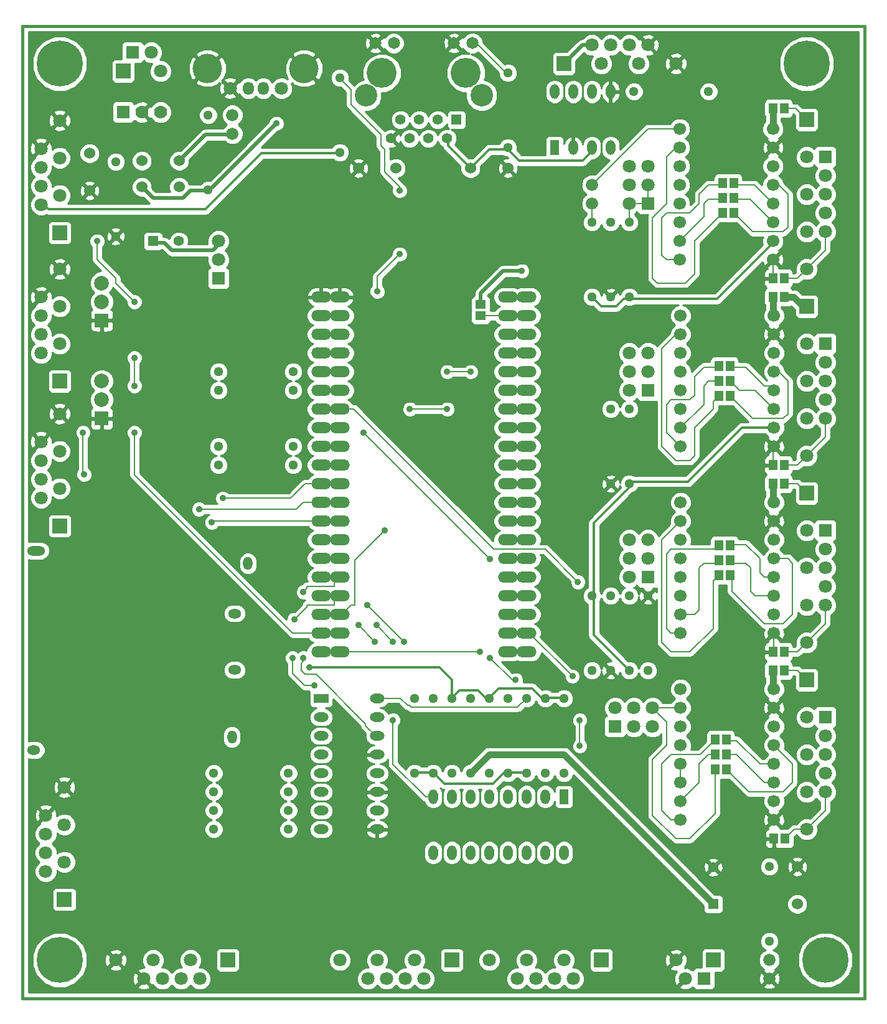
<source format=gbl>
G04 (created by PCBNEW-RS274X (2011-07-09 BZR 3046)-testing) date Thu 14 Jul 2011 07:11:13 PM CEST*
G01*
G70*
G90*
%MOIN*%
G04 Gerber Fmt 3.4, Leading zero omitted, Abs format*
%FSLAX34Y34*%
G04 APERTURE LIST*
%ADD10C,0.006000*%
%ADD11C,0.015000*%
%ADD12C,0.066900*%
%ADD13R,0.078700X0.078700*%
%ADD14C,0.070900*%
%ADD15R,0.051200X0.078700*%
%ADD16O,0.051200X0.078700*%
%ADD17R,0.078700X0.051200*%
%ADD18O,0.078700X0.051200*%
%ADD19O,0.059100X0.070900*%
%ADD20C,0.157500*%
%ADD21R,0.070900X0.070900*%
%ADD22C,0.246100*%
%ADD23O,0.106300X0.059100*%
%ADD24C,0.051200*%
%ADD25R,0.057000X0.047200*%
%ADD26R,0.047200X0.057000*%
%ADD27C,0.160000*%
%ADD28R,0.055000X0.055000*%
%ADD29C,0.055000*%
%ADD30C,0.120000*%
%ADD31C,0.065000*%
%ADD32C,0.060000*%
%ADD33C,0.066000*%
%ADD34C,0.070000*%
%ADD35R,0.070000X0.070000*%
%ADD36C,0.078700*%
%ADD37R,0.074800X0.074800*%
%ADD38O,0.050900X0.070400*%
%ADD39O,0.070400X0.050900*%
%ADD40O,0.097800X0.050900*%
%ADD41C,0.035000*%
%ADD42C,0.013800*%
%ADD43C,0.019700*%
%ADD44C,0.008000*%
%ADD45C,0.035000*%
%ADD46C,0.010000*%
G04 APERTURE END LIST*
G54D10*
G54D11*
X12008Y-66043D02*
X12008Y-13976D01*
X57087Y-66043D02*
X12008Y-66043D01*
X57087Y-13976D02*
X57087Y-66043D01*
X56988Y-13976D02*
X57087Y-13976D01*
X12008Y-13976D02*
X56988Y-13976D01*
G54D12*
X47250Y-39500D03*
X47250Y-40500D03*
X47250Y-41500D03*
X47250Y-42500D03*
X47250Y-43500D03*
X47250Y-44500D03*
X47250Y-45500D03*
X47250Y-46500D03*
X52250Y-46500D03*
X52250Y-45500D03*
X52250Y-44500D03*
X52250Y-43500D03*
X52250Y-42500D03*
X52250Y-41500D03*
X52250Y-40500D03*
X52250Y-39500D03*
G54D13*
X41000Y-16000D03*
G54D14*
X43000Y-16000D03*
X45000Y-16000D03*
X47000Y-16000D03*
X42500Y-15000D03*
X43500Y-15000D03*
X44500Y-15000D03*
X45500Y-15000D03*
G54D13*
X14000Y-25050D03*
G54D14*
X14000Y-23050D03*
X14000Y-21050D03*
X14000Y-19050D03*
X13000Y-23550D03*
X13000Y-22550D03*
X13000Y-21550D03*
X13000Y-20550D03*
G54D15*
X41000Y-55250D03*
G54D16*
X40000Y-55250D03*
X39000Y-55250D03*
X38000Y-55250D03*
X37000Y-55250D03*
X36000Y-55250D03*
X35000Y-55250D03*
X34000Y-55250D03*
X34000Y-58250D03*
X35000Y-58250D03*
X36000Y-58250D03*
X37000Y-58250D03*
X38000Y-58250D03*
X39000Y-58250D03*
X40000Y-58250D03*
X41000Y-58250D03*
G54D17*
X28000Y-50000D03*
G54D18*
X28000Y-51000D03*
X28000Y-52000D03*
X28000Y-53000D03*
X28000Y-54000D03*
X28000Y-55000D03*
X28000Y-56000D03*
X28000Y-57000D03*
X31000Y-57000D03*
X31000Y-56000D03*
X31000Y-55000D03*
X31000Y-54000D03*
X31000Y-53000D03*
X31000Y-52000D03*
X31000Y-51000D03*
X31000Y-50000D03*
G54D15*
X40500Y-20500D03*
G54D16*
X41500Y-20500D03*
X42500Y-20500D03*
X43500Y-20500D03*
X43500Y-17500D03*
X42500Y-17500D03*
X41500Y-17500D03*
X40500Y-17500D03*
G54D19*
X24105Y-17320D03*
X24895Y-17320D03*
G54D14*
X23125Y-17320D03*
G54D20*
X21915Y-16250D03*
X27085Y-16250D03*
G54D14*
X25875Y-17320D03*
G54D13*
X49000Y-64000D03*
G54D14*
X47000Y-64000D03*
G54D21*
X48500Y-65000D03*
G54D14*
X47500Y-65000D03*
G54D13*
X17400Y-16400D03*
G54D14*
X19400Y-16400D03*
G54D21*
X17900Y-15400D03*
G54D14*
X18900Y-15400D03*
G54D13*
X14000Y-33000D03*
G54D14*
X14000Y-31000D03*
X14000Y-29000D03*
X14000Y-27000D03*
X13000Y-31500D03*
X13000Y-30500D03*
X13000Y-29500D03*
X13000Y-28500D03*
G54D13*
X14250Y-60750D03*
G54D14*
X14250Y-58750D03*
X14250Y-56750D03*
X14250Y-54750D03*
X13250Y-59250D03*
X13250Y-58250D03*
X13250Y-57250D03*
X13250Y-56250D03*
G54D13*
X23000Y-64000D03*
G54D14*
X21000Y-64000D03*
X19000Y-64000D03*
X17000Y-64000D03*
X21500Y-65000D03*
X20500Y-65000D03*
X19500Y-65000D03*
X18500Y-65000D03*
G54D13*
X43000Y-64000D03*
G54D14*
X41000Y-64000D03*
X39000Y-64000D03*
X37000Y-64000D03*
X41500Y-65000D03*
X40500Y-65000D03*
X39500Y-65000D03*
X38500Y-65000D03*
G54D13*
X14000Y-40750D03*
G54D14*
X14000Y-38750D03*
X14000Y-36750D03*
X14000Y-34750D03*
X13000Y-39250D03*
X13000Y-38250D03*
X13000Y-37250D03*
X13000Y-36250D03*
G54D13*
X35000Y-64000D03*
G54D14*
X33000Y-64000D03*
X31000Y-64000D03*
X29000Y-64000D03*
X33500Y-65000D03*
X32500Y-65000D03*
X31500Y-65000D03*
X30500Y-65000D03*
G54D13*
X54000Y-49000D03*
G54D14*
X54000Y-51000D03*
X54000Y-53000D03*
X54000Y-55000D03*
G54D21*
X55000Y-51000D03*
G54D14*
X55000Y-52000D03*
X55000Y-53000D03*
X55000Y-54000D03*
X54000Y-57000D03*
X55000Y-55000D03*
G54D13*
X54000Y-39000D03*
G54D14*
X54000Y-41000D03*
X54000Y-43000D03*
X54000Y-45000D03*
G54D21*
X55000Y-41000D03*
G54D14*
X55000Y-42000D03*
X55000Y-43000D03*
X55000Y-44000D03*
X54000Y-47000D03*
X55000Y-45000D03*
G54D13*
X54000Y-19000D03*
G54D14*
X54000Y-21000D03*
X54000Y-23000D03*
X54000Y-25000D03*
G54D21*
X55000Y-21000D03*
G54D14*
X55000Y-22000D03*
X55000Y-23000D03*
X55000Y-24000D03*
X54000Y-27000D03*
X55000Y-25000D03*
G54D13*
X54000Y-29000D03*
G54D14*
X54000Y-31000D03*
X54000Y-33000D03*
X54000Y-35000D03*
G54D21*
X55000Y-31000D03*
G54D14*
X55000Y-32000D03*
X55000Y-33000D03*
X55000Y-34000D03*
X54000Y-37000D03*
X55000Y-35000D03*
G54D22*
X14000Y-16000D03*
X54000Y-16000D03*
X14000Y-64000D03*
X55000Y-64000D03*
G54D23*
X39000Y-28500D03*
X39000Y-29500D03*
X39000Y-30500D03*
X39000Y-31500D03*
X39000Y-32500D03*
X39000Y-33500D03*
X39000Y-34500D03*
X39000Y-35500D03*
X39000Y-36500D03*
X39000Y-37500D03*
X39000Y-38500D03*
X39000Y-39500D03*
X39000Y-40500D03*
X39000Y-41500D03*
X39000Y-42500D03*
X39000Y-43500D03*
X39000Y-44500D03*
X39000Y-45500D03*
X39000Y-46500D03*
X39000Y-47500D03*
X28000Y-47500D03*
X28000Y-46500D03*
X28000Y-45500D03*
X28000Y-44500D03*
X28000Y-43500D03*
X28000Y-42500D03*
X28000Y-41500D03*
X28000Y-40500D03*
X28000Y-39500D03*
X28000Y-38500D03*
X28000Y-37500D03*
X28000Y-36500D03*
X28000Y-35500D03*
X28000Y-34500D03*
X28000Y-33500D03*
X28000Y-32500D03*
X28000Y-31500D03*
X28000Y-30500D03*
X28000Y-29500D03*
X28000Y-28500D03*
X29000Y-28500D03*
X29000Y-29500D03*
X29000Y-30500D03*
X29000Y-31500D03*
X29000Y-32500D03*
X29000Y-33500D03*
X29000Y-34500D03*
X29000Y-35500D03*
X29000Y-36500D03*
X29000Y-37500D03*
X29000Y-38500D03*
X29000Y-39500D03*
X29000Y-40500D03*
X29000Y-41500D03*
X29000Y-42500D03*
X29000Y-43500D03*
X29000Y-44500D03*
X29000Y-45500D03*
X29000Y-46500D03*
X29000Y-47500D03*
X38000Y-47500D03*
X38000Y-46500D03*
X38000Y-45500D03*
X38000Y-44500D03*
X38000Y-43500D03*
X38000Y-42500D03*
X38000Y-41500D03*
X38000Y-40500D03*
X38000Y-39500D03*
X38000Y-38500D03*
X38000Y-37500D03*
X38000Y-36500D03*
X38000Y-35500D03*
X38000Y-34500D03*
X38000Y-33500D03*
X38000Y-32500D03*
X38000Y-31500D03*
X38000Y-30500D03*
X38000Y-29500D03*
X38000Y-28500D03*
G54D21*
X43750Y-51500D03*
G54D14*
X43750Y-50500D03*
X44750Y-51500D03*
X44750Y-50500D03*
X45750Y-51500D03*
X45750Y-50500D03*
G54D21*
X45500Y-23500D03*
G54D14*
X44500Y-23500D03*
X45500Y-22500D03*
X44500Y-22500D03*
X45500Y-21500D03*
X44500Y-21500D03*
G54D21*
X45500Y-43500D03*
G54D14*
X44500Y-43500D03*
X45500Y-42500D03*
X44500Y-42500D03*
X45500Y-41500D03*
X44500Y-41500D03*
G54D21*
X45500Y-33500D03*
G54D14*
X44500Y-33500D03*
X45500Y-32500D03*
X44500Y-32500D03*
X45500Y-31500D03*
X44500Y-31500D03*
G54D12*
X47200Y-19500D03*
X47200Y-20500D03*
X47200Y-21500D03*
X47200Y-22500D03*
X47200Y-23500D03*
X47200Y-24500D03*
X47200Y-25500D03*
X47200Y-26500D03*
X52200Y-26500D03*
X52200Y-25500D03*
X52200Y-24500D03*
X52200Y-23500D03*
X52200Y-22500D03*
X52200Y-21500D03*
X52200Y-20500D03*
X52200Y-19500D03*
X47250Y-29500D03*
X47250Y-30500D03*
X47250Y-31500D03*
X47250Y-32500D03*
X47250Y-33500D03*
X47250Y-34500D03*
X47250Y-35500D03*
X47250Y-36500D03*
X52250Y-36500D03*
X52250Y-35500D03*
X52250Y-34500D03*
X52250Y-33500D03*
X52250Y-32500D03*
X52250Y-31500D03*
X52250Y-30500D03*
X52250Y-29500D03*
X47250Y-49500D03*
X47250Y-50500D03*
X47250Y-51500D03*
X47250Y-52500D03*
X47250Y-53500D03*
X47250Y-54500D03*
X47250Y-55500D03*
X47250Y-56500D03*
X52250Y-56500D03*
X52250Y-55500D03*
X52250Y-54500D03*
X52250Y-53500D03*
X52250Y-52500D03*
X52250Y-51500D03*
X52250Y-50500D03*
X52250Y-49500D03*
G54D24*
X26250Y-57000D03*
X22250Y-57000D03*
X41000Y-54000D03*
X41000Y-50000D03*
X40000Y-54000D03*
X40000Y-50000D03*
X21950Y-22750D03*
X21950Y-18750D03*
X26250Y-56000D03*
X22250Y-56000D03*
X37000Y-54000D03*
X37000Y-50000D03*
X45500Y-44500D03*
X45500Y-48500D03*
X35000Y-54000D03*
X35000Y-50000D03*
X33000Y-54000D03*
X33000Y-50000D03*
X42500Y-48500D03*
X42500Y-44500D03*
X34000Y-54000D03*
X34000Y-50000D03*
X38000Y-54000D03*
X38000Y-50000D03*
X26500Y-33500D03*
X22500Y-33500D03*
X43500Y-48500D03*
X43500Y-44500D03*
X26500Y-32500D03*
X22500Y-32500D03*
X44500Y-44500D03*
X44500Y-48500D03*
X43500Y-38500D03*
X43500Y-34500D03*
X17000Y-25250D03*
X17000Y-21250D03*
X44500Y-34500D03*
X44500Y-38500D03*
X36000Y-50000D03*
X36000Y-54000D03*
X43500Y-28500D03*
X43500Y-24500D03*
X26500Y-37500D03*
X22500Y-37500D03*
X26500Y-36500D03*
X22500Y-36500D03*
X44500Y-24500D03*
X44500Y-28500D03*
X52000Y-63000D03*
X52000Y-59000D03*
X42500Y-24500D03*
X42500Y-28500D03*
X29000Y-20750D03*
X29000Y-16750D03*
X38000Y-20500D03*
X38000Y-16500D03*
X48750Y-17500D03*
X44750Y-17500D03*
X39000Y-54000D03*
X39000Y-50000D03*
X26250Y-54000D03*
X22250Y-54000D03*
X26250Y-55000D03*
X22250Y-55000D03*
G54D21*
X22500Y-27500D03*
G54D14*
X22500Y-26500D03*
X22500Y-25500D03*
G54D25*
X36550Y-28900D03*
X36550Y-29500D03*
G54D26*
X52200Y-18400D03*
X52800Y-18400D03*
X52800Y-27500D03*
X52200Y-27500D03*
X52200Y-28500D03*
X52800Y-28500D03*
X52800Y-37500D03*
X52200Y-37500D03*
X52200Y-38500D03*
X52800Y-38500D03*
X52800Y-47500D03*
X52200Y-47500D03*
X52200Y-48500D03*
X52800Y-48500D03*
X52850Y-57500D03*
X52250Y-57500D03*
G54D27*
X31250Y-16500D03*
X35750Y-16500D03*
G54D28*
X35250Y-19000D03*
G54D29*
X34750Y-20000D03*
X34250Y-19000D03*
X33750Y-20000D03*
X33250Y-19000D03*
X32750Y-20000D03*
X32250Y-19000D03*
X31750Y-20000D03*
G54D30*
X36600Y-17700D03*
X30400Y-17700D03*
G54D31*
X36100Y-14900D03*
X35110Y-14900D03*
X31890Y-14900D03*
X30900Y-14900D03*
G54D26*
X49100Y-53800D03*
X49700Y-53800D03*
X49100Y-53000D03*
X49100Y-52200D03*
X49700Y-53000D03*
X49700Y-52200D03*
X49300Y-43400D03*
X49900Y-43400D03*
X49300Y-42600D03*
X49300Y-41800D03*
X49900Y-42600D03*
X49900Y-41800D03*
X49300Y-33800D03*
X49900Y-33800D03*
X49300Y-33000D03*
X49300Y-32200D03*
X49900Y-33000D03*
X49900Y-32200D03*
X49500Y-24000D03*
X50100Y-24000D03*
X49500Y-23200D03*
X49500Y-22400D03*
X50100Y-23200D03*
X50100Y-22400D03*
G54D32*
X53500Y-59000D03*
X53500Y-61000D03*
X15600Y-22800D03*
X15600Y-20800D03*
X38000Y-21600D03*
X36000Y-21600D03*
X30000Y-21600D03*
X32000Y-21600D03*
X20400Y-21200D03*
X18400Y-21200D03*
X20400Y-22600D03*
X18400Y-22600D03*
G54D33*
X42500Y-23500D03*
X42500Y-22500D03*
X52000Y-64000D03*
X52000Y-65000D03*
X23250Y-18750D03*
X23250Y-19750D03*
G54D28*
X49000Y-61000D03*
G54D29*
X49000Y-59031D03*
G54D28*
X19000Y-25500D03*
G54D29*
X20378Y-25500D03*
G54D34*
X19400Y-18600D03*
X18400Y-18600D03*
G54D35*
X17400Y-18600D03*
G54D36*
X16250Y-33000D03*
X16250Y-34000D03*
G54D37*
X16250Y-35000D03*
G54D36*
X16250Y-27750D03*
X16250Y-28750D03*
G54D37*
X16250Y-29750D03*
G54D38*
X24081Y-42770D03*
G54D39*
X23364Y-45443D03*
X23364Y-48463D03*
X12616Y-52758D03*
G54D38*
X23222Y-52053D03*
G54D40*
X12719Y-42085D03*
G54D41*
X27362Y-48327D03*
X38750Y-27100D03*
X25600Y-19200D03*
X25394Y-49902D03*
X32438Y-46942D03*
X30478Y-44982D03*
X36500Y-47500D03*
X16000Y-25500D03*
X18000Y-28750D03*
X18000Y-31750D03*
X18000Y-33250D03*
X18000Y-35750D03*
X30870Y-46942D03*
X29988Y-46060D03*
X27636Y-49294D03*
X26460Y-47824D03*
X26558Y-45766D03*
X27048Y-47824D03*
X27048Y-44296D03*
X15250Y-35750D03*
X15300Y-38000D03*
X21457Y-39862D03*
X22736Y-39272D03*
X22146Y-40551D03*
X36000Y-32500D03*
X34750Y-32500D03*
X34750Y-34500D03*
X32750Y-34500D03*
X41750Y-43750D03*
X41454Y-48804D03*
X41846Y-51156D03*
X41846Y-52528D03*
X31400Y-41000D03*
X31000Y-28200D03*
X32200Y-26200D03*
X32200Y-22800D03*
X30282Y-35770D03*
X37044Y-42532D03*
X37044Y-47824D03*
X38416Y-49000D03*
X30968Y-46060D03*
X31850Y-46942D03*
X31850Y-51156D03*
G54D42*
X52250Y-35500D02*
X50523Y-35500D01*
X44614Y-38386D02*
X44500Y-38500D01*
X47637Y-38386D02*
X44614Y-38386D01*
X50523Y-35500D02*
X47637Y-38386D01*
X35000Y-48977D02*
X35000Y-50000D01*
X34350Y-48327D02*
X35000Y-48977D01*
X33071Y-48327D02*
X34350Y-48327D01*
X31496Y-48327D02*
X33071Y-48327D01*
X27362Y-48327D02*
X31496Y-48327D01*
X14200Y-23800D02*
X13400Y-23800D01*
X21800Y-23800D02*
X14200Y-23800D01*
X22200Y-23400D02*
X24800Y-20800D01*
X24800Y-20800D02*
X29000Y-20800D01*
X29000Y-20750D02*
X29000Y-20800D01*
X22200Y-23400D02*
X21800Y-23800D01*
X13150Y-23550D02*
X13000Y-23550D01*
X13400Y-23800D02*
X13150Y-23550D01*
X13000Y-23600D02*
X13000Y-23550D01*
X52200Y-25500D02*
X52200Y-25600D01*
X52200Y-25600D02*
X49200Y-28600D01*
X49200Y-28600D02*
X44600Y-28600D01*
X44600Y-28600D02*
X44500Y-28500D01*
X42500Y-44500D02*
X42600Y-44600D01*
X42600Y-44600D02*
X42600Y-40600D01*
X42600Y-40600D02*
X44600Y-38600D01*
X44600Y-38600D02*
X44500Y-38500D01*
X42500Y-44500D02*
X42600Y-44600D01*
X42600Y-44600D02*
X42600Y-46600D01*
X42600Y-46600D02*
X44500Y-48500D01*
X41000Y-50000D02*
X41000Y-49950D01*
X44500Y-38500D02*
X44600Y-38600D01*
X34750Y-20000D02*
X34800Y-20000D01*
X34800Y-20000D02*
X34800Y-20400D01*
X34800Y-20400D02*
X36000Y-21600D01*
X36000Y-21600D02*
X37000Y-20600D01*
X37000Y-20600D02*
X38000Y-20600D01*
X38000Y-20600D02*
X38000Y-20500D01*
X34750Y-20000D02*
X34800Y-20000D01*
X38000Y-20500D02*
X38000Y-20600D01*
X38000Y-20600D02*
X38600Y-21200D01*
X38600Y-21200D02*
X42000Y-21200D01*
X42000Y-21200D02*
X42600Y-20600D01*
X42600Y-20600D02*
X42500Y-20500D01*
X34000Y-54000D02*
X34000Y-53950D01*
X34000Y-53950D02*
X34600Y-54550D01*
X34600Y-54550D02*
X37200Y-54550D01*
X37200Y-54550D02*
X37800Y-53950D01*
X37800Y-53950D02*
X38000Y-53950D01*
X38000Y-53950D02*
X38000Y-54000D01*
X37000Y-50000D02*
X37000Y-49950D01*
X37000Y-49950D02*
X37499Y-49451D01*
X37499Y-49451D02*
X39301Y-49451D01*
X39301Y-49451D02*
X39800Y-49950D01*
X39800Y-49950D02*
X40000Y-49950D01*
X40000Y-49950D02*
X40000Y-50000D01*
X35000Y-50000D02*
X35000Y-49950D01*
X35000Y-49950D02*
X35400Y-49550D01*
X35400Y-49550D02*
X36400Y-49550D01*
X36400Y-49550D02*
X36800Y-49950D01*
X36800Y-49950D02*
X37000Y-49950D01*
X42500Y-28500D02*
X43000Y-29000D01*
X43000Y-29000D02*
X43800Y-29000D01*
X43800Y-29000D02*
X44200Y-28600D01*
X44200Y-28600D02*
X44600Y-28600D01*
X44600Y-28600D02*
X44500Y-28500D01*
X33000Y-54000D02*
X33000Y-53950D01*
X33000Y-53950D02*
X34000Y-53950D01*
X34000Y-53950D02*
X34000Y-54000D01*
X38000Y-54000D02*
X38000Y-53950D01*
X38000Y-53950D02*
X39000Y-53950D01*
X39000Y-53950D02*
X39000Y-54000D01*
X40000Y-50000D02*
X40000Y-49950D01*
X40000Y-49950D02*
X41000Y-49950D01*
X41000Y-49950D02*
X41000Y-50000D01*
X39000Y-28500D02*
X39000Y-28600D01*
X39000Y-28600D02*
X38000Y-28600D01*
X38000Y-28600D02*
X38000Y-28500D01*
G54D43*
X36550Y-28900D02*
X36550Y-28300D01*
X36550Y-28300D02*
X37750Y-27100D01*
X37750Y-27100D02*
X38750Y-27100D01*
X21950Y-22750D02*
X22200Y-22600D01*
X22200Y-22600D02*
X25600Y-19200D01*
X41000Y-16000D02*
X42000Y-15000D01*
X42000Y-15000D02*
X42500Y-15000D01*
X18400Y-22600D02*
X19000Y-23200D01*
X19000Y-23200D02*
X20600Y-23200D01*
X20600Y-23200D02*
X21000Y-22800D01*
X21000Y-22800D02*
X22000Y-22800D01*
X22000Y-22800D02*
X21950Y-22750D01*
G54D44*
X28000Y-29500D02*
X28000Y-29600D01*
X28000Y-29600D02*
X29000Y-29600D01*
X29000Y-29600D02*
X29000Y-29500D01*
X52250Y-46500D02*
X52250Y-47450D01*
X52250Y-47450D02*
X52200Y-47500D01*
X52200Y-37500D02*
X52200Y-36550D01*
X52200Y-36550D02*
X52250Y-36500D01*
X52200Y-26500D02*
X52200Y-27500D01*
G54D45*
X54000Y-29000D02*
X53800Y-29000D01*
X53300Y-28500D02*
X52800Y-28500D01*
X53800Y-29000D02*
X53300Y-28500D01*
G54D44*
X46250Y-31250D02*
X47000Y-30500D01*
X48000Y-35500D02*
X48000Y-37000D01*
X49000Y-34100D02*
X49000Y-34500D01*
X49000Y-34500D02*
X48000Y-35500D01*
X49300Y-33800D02*
X49000Y-34100D01*
X47000Y-37250D02*
X46250Y-36500D01*
X47750Y-37250D02*
X47000Y-37250D01*
X48000Y-37000D02*
X47750Y-37250D01*
X46250Y-31250D02*
X46250Y-36500D01*
X47000Y-30500D02*
X47250Y-30500D01*
X38000Y-42500D02*
X38000Y-42600D01*
X38000Y-42600D02*
X39000Y-42600D01*
X39000Y-42600D02*
X39000Y-42500D01*
X47250Y-35500D02*
X48500Y-34250D01*
X48750Y-33000D02*
X49300Y-33000D01*
X48500Y-33250D02*
X48750Y-33000D01*
X48500Y-34250D02*
X48500Y-33250D01*
X38000Y-43500D02*
X38000Y-43600D01*
X38000Y-43600D02*
X39000Y-43600D01*
X39000Y-43600D02*
X39000Y-43500D01*
X47250Y-36500D02*
X46500Y-35750D01*
X49250Y-32250D02*
X49300Y-32200D01*
X48500Y-32250D02*
X49250Y-32250D01*
X48000Y-32750D02*
X48500Y-32250D01*
X48000Y-33750D02*
X48000Y-32750D01*
X47750Y-34000D02*
X48000Y-33750D01*
X46750Y-34000D02*
X47750Y-34000D01*
X46500Y-34250D02*
X46750Y-34000D01*
X46500Y-35750D02*
X46500Y-34250D01*
X49900Y-33000D02*
X50400Y-33500D01*
X51250Y-33500D02*
X52250Y-34500D01*
X50400Y-33500D02*
X51250Y-33500D01*
X49900Y-32200D02*
X49950Y-32250D01*
X52000Y-33250D02*
X52250Y-33500D01*
X51750Y-33250D02*
X52000Y-33250D01*
X50750Y-32250D02*
X51750Y-33250D01*
X49950Y-32250D02*
X50750Y-32250D01*
X49900Y-33800D02*
X51100Y-35000D01*
X52500Y-32500D02*
X52250Y-32500D01*
X53000Y-33000D02*
X52500Y-32500D01*
X53000Y-34750D02*
X53000Y-33000D01*
X52750Y-35000D02*
X53000Y-34750D01*
X51100Y-35000D02*
X52750Y-35000D01*
X52800Y-37500D02*
X53500Y-37500D01*
X53500Y-37500D02*
X54000Y-37000D01*
X54000Y-37000D02*
X55000Y-36000D01*
X55000Y-36000D02*
X55000Y-35000D01*
X38000Y-44500D02*
X38000Y-44600D01*
X38000Y-44600D02*
X39000Y-44600D01*
X39000Y-44600D02*
X39000Y-44500D01*
X49300Y-42600D02*
X49150Y-42750D01*
X48000Y-45500D02*
X47250Y-45500D01*
X48250Y-45250D02*
X48000Y-45500D01*
X48250Y-43000D02*
X48250Y-45250D01*
X48500Y-42750D02*
X48250Y-43000D01*
X49150Y-42750D02*
X48500Y-42750D01*
X49900Y-41800D02*
X49950Y-41750D01*
X51750Y-43500D02*
X52250Y-43500D01*
X51500Y-43250D02*
X51750Y-43500D01*
X51500Y-42500D02*
X51500Y-43250D01*
X50750Y-41750D02*
X51500Y-42500D01*
X49950Y-41750D02*
X50750Y-41750D01*
X52800Y-38500D02*
X53500Y-38500D01*
X53500Y-38500D02*
X54000Y-39000D01*
X52800Y-47500D02*
X53500Y-47500D01*
X53500Y-47500D02*
X54000Y-47000D01*
X54000Y-47000D02*
X55000Y-46000D01*
X55000Y-46000D02*
X55000Y-45000D01*
X32438Y-46942D02*
X30478Y-44982D01*
X36500Y-47500D02*
X28000Y-47500D01*
X39000Y-38500D02*
X39000Y-38600D01*
X39000Y-38600D02*
X38000Y-38600D01*
X38000Y-38600D02*
X38000Y-38500D01*
X38000Y-37500D02*
X38000Y-37600D01*
X38000Y-37600D02*
X39000Y-37600D01*
X39000Y-37600D02*
X39000Y-37500D01*
X16000Y-25500D02*
X16000Y-26500D01*
X16000Y-26500D02*
X17000Y-27500D01*
X17000Y-27500D02*
X17000Y-27750D01*
X17000Y-27750D02*
X18000Y-28750D01*
X18000Y-31750D02*
X18000Y-33250D01*
X18000Y-35750D02*
X18000Y-38029D01*
X18000Y-38029D02*
X26471Y-46500D01*
X26471Y-46500D02*
X28000Y-46500D01*
X52800Y-27500D02*
X53500Y-27500D01*
X53500Y-27500D02*
X54000Y-27000D01*
X55000Y-25000D02*
X55000Y-26000D01*
X55000Y-26000D02*
X54000Y-27000D01*
X39000Y-40500D02*
X39000Y-40600D01*
X39000Y-40600D02*
X38000Y-40600D01*
X38000Y-40600D02*
X38000Y-40500D01*
X47200Y-25500D02*
X48500Y-24200D01*
X49450Y-23250D02*
X49500Y-23200D01*
X48750Y-23250D02*
X49450Y-23250D01*
X48500Y-23500D02*
X48750Y-23250D01*
X48500Y-24200D02*
X48500Y-23500D01*
X50100Y-22400D02*
X50200Y-22500D01*
X51200Y-22500D02*
X52200Y-23500D01*
X50200Y-22500D02*
X51200Y-22500D01*
X52800Y-18400D02*
X53400Y-18400D01*
X53400Y-18400D02*
X54000Y-19000D01*
X30870Y-46942D02*
X29988Y-46060D01*
X39000Y-50000D02*
X39004Y-49980D01*
X39004Y-49980D02*
X38514Y-50470D01*
X38514Y-50470D02*
X32830Y-50470D01*
X32830Y-50470D02*
X32732Y-50372D01*
X32732Y-50372D02*
X32634Y-50372D01*
X32634Y-50372D02*
X32242Y-49980D01*
X32242Y-49980D02*
X30968Y-49980D01*
X30968Y-49980D02*
X31000Y-50000D01*
X29000Y-42500D02*
X29000Y-42600D01*
X29000Y-42600D02*
X28000Y-42600D01*
X28000Y-42600D02*
X28000Y-42500D01*
X45500Y-22500D02*
X45500Y-23500D01*
X45500Y-23500D02*
X44500Y-23500D01*
X44500Y-23500D02*
X44500Y-24500D01*
X26460Y-47824D02*
X26460Y-48660D01*
X26558Y-45766D02*
X27244Y-45080D01*
X27244Y-45080D02*
X27244Y-44982D01*
X27244Y-44982D02*
X28714Y-44982D01*
X28714Y-44982D02*
X28714Y-44786D01*
X29000Y-44500D02*
X28714Y-44786D01*
X27094Y-49294D02*
X27636Y-49294D01*
X26460Y-48660D02*
X27094Y-49294D01*
X27048Y-47824D02*
X27048Y-47992D01*
X27734Y-48706D02*
X27146Y-48706D01*
X30380Y-51352D02*
X27734Y-48706D01*
X30380Y-51450D02*
X30380Y-51352D01*
X30968Y-52038D02*
X30380Y-51450D01*
X31000Y-52000D02*
X30968Y-52038D01*
X27048Y-44296D02*
X27244Y-44100D01*
X27244Y-44100D02*
X27244Y-44002D01*
X27244Y-44002D02*
X28714Y-44002D01*
X28714Y-44002D02*
X28714Y-43806D01*
X28714Y-43806D02*
X29008Y-43512D01*
X29008Y-43512D02*
X29000Y-43500D01*
X26920Y-48480D02*
X27146Y-48706D01*
X26920Y-48120D02*
X26920Y-48480D01*
X27048Y-47992D02*
X26920Y-48120D01*
X15250Y-36550D02*
X15250Y-35750D01*
X15250Y-38000D02*
X15300Y-38000D01*
X15250Y-36550D02*
X15250Y-38000D01*
X15250Y-38000D02*
X15250Y-38050D01*
X27035Y-39500D02*
X29000Y-39500D01*
X26673Y-39862D02*
X27035Y-39500D01*
X26083Y-39862D02*
X26673Y-39862D01*
X21457Y-39862D02*
X26083Y-39862D01*
X27150Y-38500D02*
X28000Y-38500D01*
X26378Y-39272D02*
X27150Y-38500D01*
X22736Y-39272D02*
X26378Y-39272D01*
X22197Y-40500D02*
X29000Y-40500D01*
X22146Y-40551D02*
X22197Y-40500D01*
G54D43*
X20400Y-21200D02*
X21800Y-19800D01*
X21800Y-19800D02*
X23200Y-19800D01*
X23200Y-19800D02*
X23250Y-19750D01*
G54D44*
X38000Y-29500D02*
X36550Y-29500D01*
X39000Y-29500D02*
X39000Y-29600D01*
X39000Y-29600D02*
X38000Y-29600D01*
X38000Y-29600D02*
X38000Y-29500D01*
X34750Y-32500D02*
X36000Y-32500D01*
X34750Y-34500D02*
X32750Y-34500D01*
X41750Y-43750D02*
X40000Y-42000D01*
X40000Y-42000D02*
X37250Y-42000D01*
X37250Y-42000D02*
X29750Y-34500D01*
X29750Y-34500D02*
X29000Y-34500D01*
X42500Y-22500D02*
X45500Y-19500D01*
X45500Y-19500D02*
X47200Y-19500D01*
X42500Y-23500D02*
X42500Y-24500D01*
X38000Y-16500D02*
X38000Y-16600D01*
X38000Y-16600D02*
X36400Y-15000D01*
X36400Y-15000D02*
X36200Y-15000D01*
X36200Y-15000D02*
X36100Y-14900D01*
X52800Y-48500D02*
X53500Y-48500D01*
X53500Y-48500D02*
X54000Y-49000D01*
X45750Y-56250D02*
X47000Y-57500D01*
X45750Y-50500D02*
X46500Y-51250D01*
X45750Y-53250D02*
X45750Y-56250D01*
X46500Y-52500D02*
X45750Y-53250D01*
X46500Y-51250D02*
X46500Y-52500D01*
X49100Y-56150D02*
X49100Y-53800D01*
X47750Y-57500D02*
X49100Y-56150D01*
X47000Y-57500D02*
X47750Y-57500D01*
X47250Y-50500D02*
X45750Y-50500D01*
X39000Y-46500D02*
X39004Y-46452D01*
X39102Y-46452D02*
X39004Y-46452D01*
X41454Y-48804D02*
X39102Y-46452D01*
X41846Y-52528D02*
X41846Y-51156D01*
X49100Y-52200D02*
X48300Y-53000D01*
X48300Y-53000D02*
X46750Y-53000D01*
X46750Y-53000D02*
X46250Y-53500D01*
X46250Y-53500D02*
X46250Y-56000D01*
X46250Y-56000D02*
X46750Y-56500D01*
X46750Y-56500D02*
X47250Y-56500D01*
X49700Y-53000D02*
X50250Y-53000D01*
X51750Y-54500D02*
X52250Y-54500D01*
X50250Y-53000D02*
X51750Y-54500D01*
X49700Y-53800D02*
X50900Y-55000D01*
X50900Y-55000D02*
X52750Y-55000D01*
X52750Y-55000D02*
X53250Y-54500D01*
X53250Y-54500D02*
X53250Y-53500D01*
X53250Y-53500D02*
X52250Y-52500D01*
X54000Y-57000D02*
X53350Y-57000D01*
X53350Y-57000D02*
X52850Y-57500D01*
X55000Y-55000D02*
X55000Y-56000D01*
X55000Y-56000D02*
X54000Y-57000D01*
X38000Y-36500D02*
X38000Y-36600D01*
X38000Y-36600D02*
X39000Y-36600D01*
X39000Y-36600D02*
X39000Y-36500D01*
X29000Y-45500D02*
X29000Y-45600D01*
X29000Y-45600D02*
X29600Y-45000D01*
X29600Y-45000D02*
X29800Y-45000D01*
X29800Y-45000D02*
X29800Y-42600D01*
X29800Y-42600D02*
X31400Y-41000D01*
X31000Y-28200D02*
X31000Y-27400D01*
X31000Y-27400D02*
X32200Y-26200D01*
X32200Y-22800D02*
X32200Y-22600D01*
X32200Y-22600D02*
X31400Y-21800D01*
X31400Y-21800D02*
X31400Y-20600D01*
X31400Y-20600D02*
X31200Y-20400D01*
X31200Y-20400D02*
X31200Y-19800D01*
X31200Y-19800D02*
X29600Y-18200D01*
X29600Y-18200D02*
X29600Y-17400D01*
X29600Y-17400D02*
X29000Y-16800D01*
X29000Y-16800D02*
X29000Y-16750D01*
X30282Y-35770D02*
X37044Y-42532D01*
X37044Y-47824D02*
X38220Y-49000D01*
X38220Y-49000D02*
X38416Y-49000D01*
X47250Y-53500D02*
X47250Y-54500D01*
X38000Y-47500D02*
X38024Y-47530D01*
X38024Y-47530D02*
X39004Y-47530D01*
X39004Y-47530D02*
X39000Y-47500D01*
X47250Y-55500D02*
X48250Y-54500D01*
X48250Y-54500D02*
X48250Y-53500D01*
X48250Y-53500D02*
X48750Y-53000D01*
X48750Y-53000D02*
X49100Y-53000D01*
X49700Y-52200D02*
X49750Y-52250D01*
X51500Y-53500D02*
X52250Y-53500D01*
X50250Y-52250D02*
X51500Y-53500D01*
X49750Y-52250D02*
X50250Y-52250D01*
X39000Y-41500D02*
X39000Y-41600D01*
X39000Y-41600D02*
X38000Y-41600D01*
X38000Y-41600D02*
X38000Y-41500D01*
X46250Y-26250D02*
X46500Y-26500D01*
X46500Y-26500D02*
X47200Y-26500D01*
X49500Y-22400D02*
X49400Y-22500D01*
X46250Y-24250D02*
X46250Y-26250D01*
X46500Y-24000D02*
X46250Y-24250D01*
X47750Y-24000D02*
X46500Y-24000D01*
X48250Y-23500D02*
X47750Y-24000D01*
X48250Y-23000D02*
X48250Y-23500D01*
X48750Y-22500D02*
X48250Y-23000D01*
X49400Y-22500D02*
X48750Y-22500D01*
X46500Y-21000D02*
X47000Y-20500D01*
X49500Y-24000D02*
X48000Y-25500D01*
X45750Y-24250D02*
X46500Y-23500D01*
X45750Y-27500D02*
X45750Y-24250D01*
X46000Y-27750D02*
X45750Y-27500D01*
X47500Y-27750D02*
X46000Y-27750D01*
X48000Y-27250D02*
X47500Y-27750D01*
X48000Y-25500D02*
X48000Y-27250D01*
X46500Y-21000D02*
X46500Y-23500D01*
X47000Y-20500D02*
X47200Y-20500D01*
X50100Y-23200D02*
X50150Y-23250D01*
X51000Y-23300D02*
X52200Y-24500D01*
X51000Y-23250D02*
X51000Y-23300D01*
X50150Y-23250D02*
X51000Y-23250D01*
X50100Y-24000D02*
X51100Y-25000D01*
X52500Y-22500D02*
X52200Y-22500D01*
X53000Y-23000D02*
X52500Y-22500D01*
X53000Y-24750D02*
X53000Y-23000D01*
X52750Y-25000D02*
X53000Y-24750D01*
X51100Y-25000D02*
X52750Y-25000D01*
X30968Y-46060D02*
X31850Y-46942D01*
X31850Y-51156D02*
X31850Y-53508D01*
X31850Y-53508D02*
X33614Y-55272D01*
X33614Y-55272D02*
X34006Y-55272D01*
X34006Y-55272D02*
X34000Y-55250D01*
X28000Y-32500D02*
X28000Y-32600D01*
X28000Y-32600D02*
X29000Y-32600D01*
X29000Y-32600D02*
X29000Y-32500D01*
X49300Y-41800D02*
X49100Y-42000D01*
X46750Y-46500D02*
X47250Y-46500D01*
X46500Y-46250D02*
X46750Y-46500D01*
X46500Y-42250D02*
X46500Y-46250D01*
X46750Y-42000D02*
X46500Y-42250D01*
X49100Y-42000D02*
X46750Y-42000D01*
X47250Y-40500D02*
X46250Y-41500D01*
X49000Y-43700D02*
X49300Y-43400D01*
X49000Y-46250D02*
X49000Y-43700D01*
X47750Y-47500D02*
X49000Y-46250D01*
X46750Y-47500D02*
X47750Y-47500D01*
X46250Y-47000D02*
X46750Y-47500D01*
X46250Y-41500D02*
X46250Y-47000D01*
X49900Y-42600D02*
X50050Y-42750D01*
X51250Y-44500D02*
X52250Y-44500D01*
X51000Y-44250D02*
X51250Y-44500D01*
X51000Y-43000D02*
X51000Y-44250D01*
X50750Y-42750D02*
X51000Y-43000D01*
X50050Y-42750D02*
X50750Y-42750D01*
X52250Y-42500D02*
X53000Y-42500D01*
X50000Y-43500D02*
X49900Y-43400D01*
X50000Y-44250D02*
X50000Y-43500D01*
X51750Y-46000D02*
X50000Y-44250D01*
X52750Y-46000D02*
X51750Y-46000D01*
X53250Y-45500D02*
X52750Y-46000D01*
X53250Y-42750D02*
X53250Y-45500D01*
X53000Y-42500D02*
X53250Y-42750D01*
G54D43*
X22500Y-25500D02*
X22400Y-25800D01*
X22400Y-25800D02*
X22200Y-26000D01*
X22200Y-26000D02*
X20000Y-26000D01*
X20000Y-26000D02*
X19600Y-25600D01*
X19600Y-25600D02*
X19000Y-25600D01*
X19000Y-25600D02*
X19000Y-25500D01*
G54D45*
X49000Y-61000D02*
X41000Y-53000D01*
X41000Y-53000D02*
X37000Y-53000D01*
X37000Y-53000D02*
X36000Y-54000D01*
X52200Y-18400D02*
X52200Y-19500D01*
X52250Y-49500D02*
X52200Y-49600D01*
X52200Y-49600D02*
X52200Y-48500D01*
X52200Y-28500D02*
X52200Y-29600D01*
X52200Y-29600D02*
X52250Y-29500D01*
X52200Y-38500D02*
X52200Y-39600D01*
X52200Y-39600D02*
X52250Y-39500D01*
G54D10*
G36*
X31050Y-51050D02*
X30950Y-51050D01*
X30950Y-50950D01*
X31050Y-50950D01*
X31050Y-51050D01*
X31050Y-51050D01*
G37*
G54D46*
X31050Y-51050D02*
X30950Y-51050D01*
X30950Y-50950D01*
X31050Y-50950D01*
X31050Y-51050D01*
G54D10*
G36*
X56762Y-65718D02*
X56479Y-65718D01*
X56479Y-64295D01*
X56479Y-63707D01*
X56254Y-63163D01*
X55839Y-62747D01*
X55603Y-62648D01*
X55603Y-55121D01*
X55603Y-54881D01*
X55512Y-54659D01*
X55353Y-54500D01*
X55511Y-54342D01*
X55603Y-54121D01*
X55603Y-53881D01*
X55512Y-53659D01*
X55353Y-53500D01*
X55511Y-53342D01*
X55603Y-53121D01*
X55603Y-52881D01*
X55512Y-52659D01*
X55353Y-52500D01*
X55511Y-52342D01*
X55603Y-52121D01*
X55603Y-51881D01*
X55512Y-51659D01*
X55440Y-51587D01*
X55495Y-51565D01*
X55565Y-51495D01*
X55603Y-51404D01*
X55603Y-51305D01*
X55603Y-50597D01*
X55603Y-45121D01*
X55603Y-44881D01*
X55512Y-44659D01*
X55353Y-44500D01*
X55511Y-44342D01*
X55603Y-44121D01*
X55603Y-43881D01*
X55512Y-43659D01*
X55353Y-43500D01*
X55511Y-43342D01*
X55603Y-43121D01*
X55603Y-42881D01*
X55512Y-42659D01*
X55353Y-42500D01*
X55511Y-42342D01*
X55603Y-42121D01*
X55603Y-41881D01*
X55512Y-41659D01*
X55440Y-41587D01*
X55495Y-41565D01*
X55565Y-41495D01*
X55603Y-41404D01*
X55603Y-41305D01*
X55603Y-40597D01*
X55603Y-35121D01*
X55603Y-34881D01*
X55512Y-34659D01*
X55353Y-34500D01*
X55511Y-34342D01*
X55603Y-34121D01*
X55603Y-33881D01*
X55512Y-33659D01*
X55353Y-33500D01*
X55511Y-33342D01*
X55603Y-33121D01*
X55603Y-32881D01*
X55512Y-32659D01*
X55353Y-32500D01*
X55511Y-32342D01*
X55603Y-32121D01*
X55603Y-31881D01*
X55512Y-31659D01*
X55440Y-31587D01*
X55495Y-31565D01*
X55565Y-31495D01*
X55603Y-31404D01*
X55603Y-31305D01*
X55603Y-30597D01*
X55603Y-25121D01*
X55603Y-24881D01*
X55512Y-24659D01*
X55353Y-24500D01*
X55511Y-24342D01*
X55603Y-24121D01*
X55603Y-23881D01*
X55512Y-23659D01*
X55353Y-23500D01*
X55511Y-23342D01*
X55603Y-23121D01*
X55603Y-22881D01*
X55512Y-22659D01*
X55353Y-22500D01*
X55511Y-22342D01*
X55603Y-22121D01*
X55603Y-21881D01*
X55512Y-21659D01*
X55440Y-21587D01*
X55495Y-21565D01*
X55565Y-21495D01*
X55603Y-21404D01*
X55603Y-21305D01*
X55603Y-20597D01*
X55565Y-20505D01*
X55495Y-20435D01*
X55479Y-20428D01*
X55479Y-16295D01*
X55479Y-15707D01*
X55254Y-15163D01*
X54839Y-14747D01*
X54295Y-14521D01*
X53707Y-14521D01*
X53163Y-14746D01*
X52747Y-15161D01*
X52521Y-15705D01*
X52521Y-16293D01*
X52746Y-16837D01*
X53161Y-17253D01*
X53705Y-17479D01*
X54293Y-17479D01*
X54837Y-17254D01*
X55253Y-16839D01*
X55479Y-16295D01*
X55479Y-20428D01*
X55404Y-20397D01*
X55305Y-20397D01*
X54642Y-20397D01*
X54642Y-19443D01*
X54642Y-19344D01*
X54642Y-18558D01*
X54604Y-18466D01*
X54534Y-18396D01*
X54443Y-18358D01*
X54344Y-18358D01*
X53768Y-18358D01*
X53605Y-18195D01*
X53511Y-18132D01*
X53400Y-18110D01*
X53285Y-18110D01*
X53285Y-18066D01*
X53247Y-17974D01*
X53177Y-17904D01*
X53086Y-17866D01*
X52987Y-17866D01*
X52515Y-17866D01*
X52500Y-17872D01*
X52486Y-17866D01*
X52387Y-17866D01*
X51915Y-17866D01*
X51823Y-17904D01*
X51753Y-17974D01*
X51715Y-18065D01*
X51715Y-18164D01*
X51715Y-18734D01*
X51753Y-18826D01*
X51775Y-18848D01*
X51775Y-19099D01*
X51705Y-19169D01*
X51616Y-19384D01*
X51616Y-19616D01*
X51705Y-19831D01*
X51869Y-19995D01*
X51897Y-20006D01*
X51868Y-20098D01*
X52200Y-20429D01*
X52532Y-20098D01*
X52502Y-20006D01*
X52531Y-19995D01*
X52695Y-19831D01*
X52784Y-19616D01*
X52784Y-19384D01*
X52695Y-19169D01*
X52625Y-19099D01*
X52625Y-18934D01*
X53085Y-18934D01*
X53177Y-18896D01*
X53247Y-18826D01*
X53285Y-18735D01*
X53285Y-18695D01*
X53358Y-18768D01*
X53358Y-19442D01*
X53396Y-19534D01*
X53466Y-19604D01*
X53557Y-19642D01*
X53656Y-19642D01*
X54442Y-19642D01*
X54534Y-19604D01*
X54604Y-19534D01*
X54642Y-19443D01*
X54642Y-20397D01*
X54597Y-20397D01*
X54505Y-20435D01*
X54435Y-20505D01*
X54412Y-20559D01*
X54342Y-20489D01*
X54121Y-20397D01*
X53881Y-20397D01*
X53659Y-20488D01*
X53489Y-20658D01*
X53397Y-20879D01*
X53397Y-21119D01*
X53488Y-21341D01*
X53658Y-21511D01*
X53879Y-21603D01*
X54119Y-21603D01*
X54341Y-21512D01*
X54412Y-21440D01*
X54435Y-21495D01*
X54505Y-21565D01*
X54559Y-21587D01*
X54489Y-21658D01*
X54397Y-21879D01*
X54397Y-22119D01*
X54488Y-22341D01*
X54647Y-22500D01*
X54500Y-22647D01*
X54342Y-22489D01*
X54121Y-22397D01*
X53881Y-22397D01*
X53659Y-22488D01*
X53489Y-22658D01*
X53397Y-22879D01*
X53397Y-23119D01*
X53488Y-23341D01*
X53658Y-23511D01*
X53879Y-23603D01*
X54119Y-23603D01*
X54341Y-23512D01*
X54500Y-23353D01*
X54647Y-23500D01*
X54489Y-23658D01*
X54397Y-23879D01*
X54397Y-24119D01*
X54488Y-24341D01*
X54647Y-24500D01*
X54500Y-24647D01*
X54342Y-24489D01*
X54121Y-24397D01*
X53881Y-24397D01*
X53659Y-24488D01*
X53489Y-24658D01*
X53397Y-24879D01*
X53397Y-25119D01*
X53488Y-25341D01*
X53658Y-25511D01*
X53879Y-25603D01*
X54119Y-25603D01*
X54341Y-25512D01*
X54500Y-25353D01*
X54658Y-25511D01*
X54710Y-25532D01*
X54710Y-25880D01*
X54171Y-26418D01*
X54121Y-26397D01*
X53881Y-26397D01*
X53659Y-26488D01*
X53489Y-26658D01*
X53397Y-26879D01*
X53397Y-27119D01*
X53418Y-27171D01*
X53380Y-27210D01*
X53285Y-27210D01*
X53285Y-27166D01*
X53247Y-27074D01*
X53177Y-27004D01*
X53086Y-26966D01*
X52987Y-26966D01*
X52776Y-26966D01*
X52776Y-26587D01*
X52766Y-26360D01*
X52699Y-26199D01*
X52602Y-26168D01*
X52271Y-26500D01*
X52602Y-26832D01*
X52699Y-26801D01*
X52776Y-26587D01*
X52776Y-26966D01*
X52515Y-26966D01*
X52511Y-26967D01*
X52532Y-26902D01*
X52200Y-26571D01*
X51868Y-26902D01*
X51891Y-26975D01*
X51823Y-27004D01*
X51753Y-27074D01*
X51715Y-27165D01*
X51715Y-27264D01*
X51714Y-27388D01*
X51776Y-27450D01*
X52100Y-27450D01*
X52150Y-27450D01*
X52250Y-27450D01*
X52250Y-27550D01*
X52150Y-27550D01*
X52100Y-27550D01*
X51776Y-27550D01*
X51714Y-27612D01*
X51715Y-27736D01*
X51715Y-27835D01*
X51753Y-27926D01*
X51823Y-27996D01*
X51832Y-28000D01*
X51823Y-28004D01*
X51753Y-28074D01*
X51715Y-28165D01*
X51715Y-28264D01*
X51715Y-28834D01*
X51753Y-28926D01*
X51775Y-28948D01*
X51775Y-29149D01*
X51755Y-29169D01*
X51666Y-29384D01*
X51666Y-29616D01*
X51755Y-29831D01*
X51919Y-29995D01*
X51947Y-30006D01*
X51918Y-30098D01*
X52250Y-30429D01*
X52582Y-30098D01*
X52552Y-30006D01*
X52581Y-29995D01*
X52745Y-29831D01*
X52834Y-29616D01*
X52834Y-29384D01*
X52745Y-29169D01*
X52625Y-29049D01*
X52625Y-29034D01*
X53085Y-29034D01*
X53177Y-28996D01*
X53185Y-28987D01*
X53358Y-29159D01*
X53358Y-29442D01*
X53396Y-29534D01*
X53466Y-29604D01*
X53557Y-29642D01*
X53656Y-29642D01*
X54442Y-29642D01*
X54534Y-29604D01*
X54604Y-29534D01*
X54642Y-29443D01*
X54642Y-29344D01*
X54642Y-28558D01*
X54604Y-28466D01*
X54534Y-28396D01*
X54443Y-28358D01*
X54344Y-28358D01*
X53759Y-28358D01*
X53601Y-28199D01*
X53463Y-28107D01*
X53300Y-28074D01*
X53295Y-28075D01*
X53247Y-28075D01*
X53247Y-28074D01*
X53177Y-28004D01*
X53167Y-27999D01*
X53177Y-27996D01*
X53247Y-27926D01*
X53285Y-27835D01*
X53285Y-27790D01*
X53500Y-27790D01*
X53611Y-27768D01*
X53705Y-27705D01*
X53828Y-27581D01*
X53879Y-27603D01*
X54119Y-27603D01*
X54341Y-27512D01*
X54511Y-27342D01*
X54603Y-27121D01*
X54603Y-26881D01*
X54581Y-26828D01*
X55205Y-26205D01*
X55268Y-26111D01*
X55290Y-26000D01*
X55290Y-25532D01*
X55341Y-25512D01*
X55511Y-25342D01*
X55603Y-25121D01*
X55603Y-30597D01*
X55565Y-30505D01*
X55495Y-30435D01*
X55404Y-30397D01*
X55305Y-30397D01*
X54597Y-30397D01*
X54505Y-30435D01*
X54435Y-30505D01*
X54412Y-30559D01*
X54342Y-30489D01*
X54121Y-30397D01*
X53881Y-30397D01*
X53659Y-30488D01*
X53489Y-30658D01*
X53397Y-30879D01*
X53397Y-31119D01*
X53488Y-31341D01*
X53658Y-31511D01*
X53879Y-31603D01*
X54119Y-31603D01*
X54341Y-31512D01*
X54412Y-31440D01*
X54435Y-31495D01*
X54505Y-31565D01*
X54559Y-31587D01*
X54489Y-31658D01*
X54397Y-31879D01*
X54397Y-32119D01*
X54488Y-32341D01*
X54647Y-32500D01*
X54500Y-32647D01*
X54342Y-32489D01*
X54121Y-32397D01*
X53881Y-32397D01*
X53659Y-32488D01*
X53489Y-32658D01*
X53397Y-32879D01*
X53397Y-33119D01*
X53488Y-33341D01*
X53658Y-33511D01*
X53879Y-33603D01*
X54119Y-33603D01*
X54341Y-33512D01*
X54500Y-33353D01*
X54647Y-33500D01*
X54489Y-33658D01*
X54397Y-33879D01*
X54397Y-34119D01*
X54488Y-34341D01*
X54647Y-34500D01*
X54500Y-34647D01*
X54342Y-34489D01*
X54121Y-34397D01*
X53881Y-34397D01*
X53659Y-34488D01*
X53489Y-34658D01*
X53397Y-34879D01*
X53397Y-35119D01*
X53488Y-35341D01*
X53658Y-35511D01*
X53879Y-35603D01*
X54119Y-35603D01*
X54341Y-35512D01*
X54500Y-35353D01*
X54658Y-35511D01*
X54710Y-35532D01*
X54710Y-35880D01*
X54171Y-36418D01*
X54121Y-36397D01*
X53881Y-36397D01*
X53659Y-36488D01*
X53489Y-36658D01*
X53397Y-36879D01*
X53397Y-37119D01*
X53418Y-37171D01*
X53380Y-37210D01*
X53285Y-37210D01*
X53285Y-37166D01*
X53247Y-37074D01*
X53177Y-37004D01*
X53086Y-36966D01*
X52987Y-36966D01*
X52826Y-36966D01*
X52826Y-36587D01*
X52816Y-36360D01*
X52749Y-36199D01*
X52652Y-36168D01*
X52321Y-36500D01*
X52652Y-36832D01*
X52749Y-36801D01*
X52826Y-36587D01*
X52826Y-36966D01*
X52561Y-36966D01*
X52582Y-36902D01*
X52250Y-36571D01*
X52179Y-36641D01*
X52179Y-36500D01*
X51848Y-36168D01*
X51751Y-36199D01*
X51674Y-36413D01*
X51684Y-36640D01*
X51751Y-36801D01*
X51848Y-36832D01*
X52179Y-36500D01*
X52179Y-36641D01*
X51918Y-36902D01*
X51938Y-36965D01*
X51915Y-36966D01*
X51823Y-37004D01*
X51753Y-37074D01*
X51715Y-37165D01*
X51715Y-37264D01*
X51714Y-37388D01*
X51776Y-37450D01*
X52100Y-37450D01*
X52150Y-37450D01*
X52250Y-37450D01*
X52250Y-37550D01*
X52150Y-37550D01*
X52100Y-37550D01*
X51776Y-37550D01*
X51714Y-37612D01*
X51715Y-37736D01*
X51715Y-37835D01*
X51753Y-37926D01*
X51823Y-37996D01*
X51832Y-38000D01*
X51823Y-38004D01*
X51753Y-38074D01*
X51715Y-38165D01*
X51715Y-38264D01*
X51715Y-38834D01*
X51753Y-38926D01*
X51775Y-38948D01*
X51775Y-39149D01*
X51755Y-39169D01*
X51666Y-39384D01*
X51666Y-39616D01*
X51755Y-39831D01*
X51919Y-39995D01*
X51947Y-40006D01*
X51918Y-40098D01*
X52250Y-40429D01*
X52582Y-40098D01*
X52552Y-40006D01*
X52581Y-39995D01*
X52745Y-39831D01*
X52834Y-39616D01*
X52834Y-39384D01*
X52745Y-39169D01*
X52625Y-39049D01*
X52625Y-39034D01*
X53085Y-39034D01*
X53177Y-38996D01*
X53247Y-38926D01*
X53285Y-38835D01*
X53285Y-38790D01*
X53358Y-38790D01*
X53358Y-39442D01*
X53396Y-39534D01*
X53466Y-39604D01*
X53557Y-39642D01*
X53656Y-39642D01*
X54442Y-39642D01*
X54534Y-39604D01*
X54604Y-39534D01*
X54642Y-39443D01*
X54642Y-39344D01*
X54642Y-38558D01*
X54604Y-38466D01*
X54534Y-38396D01*
X54443Y-38358D01*
X54344Y-38358D01*
X53768Y-38358D01*
X53705Y-38295D01*
X53611Y-38232D01*
X53500Y-38210D01*
X53285Y-38210D01*
X53285Y-38166D01*
X53247Y-38074D01*
X53177Y-38004D01*
X53167Y-37999D01*
X53177Y-37996D01*
X53247Y-37926D01*
X53285Y-37835D01*
X53285Y-37790D01*
X53500Y-37790D01*
X53611Y-37768D01*
X53705Y-37705D01*
X53828Y-37581D01*
X53879Y-37603D01*
X54119Y-37603D01*
X54341Y-37512D01*
X54511Y-37342D01*
X54603Y-37121D01*
X54603Y-36881D01*
X54581Y-36828D01*
X55205Y-36205D01*
X55268Y-36111D01*
X55290Y-36000D01*
X55290Y-35532D01*
X55341Y-35512D01*
X55511Y-35342D01*
X55603Y-35121D01*
X55603Y-40597D01*
X55565Y-40505D01*
X55495Y-40435D01*
X55404Y-40397D01*
X55305Y-40397D01*
X54597Y-40397D01*
X54505Y-40435D01*
X54435Y-40505D01*
X54412Y-40559D01*
X54342Y-40489D01*
X54121Y-40397D01*
X53881Y-40397D01*
X53659Y-40488D01*
X53489Y-40658D01*
X53397Y-40879D01*
X53397Y-41119D01*
X53488Y-41341D01*
X53658Y-41511D01*
X53879Y-41603D01*
X54119Y-41603D01*
X54341Y-41512D01*
X54412Y-41440D01*
X54435Y-41495D01*
X54505Y-41565D01*
X54559Y-41587D01*
X54489Y-41658D01*
X54397Y-41879D01*
X54397Y-42119D01*
X54488Y-42341D01*
X54647Y-42500D01*
X54500Y-42647D01*
X54342Y-42489D01*
X54121Y-42397D01*
X53881Y-42397D01*
X53659Y-42488D01*
X53513Y-42633D01*
X53455Y-42545D01*
X53205Y-42295D01*
X53111Y-42232D01*
X53000Y-42210D01*
X52761Y-42210D01*
X52745Y-42169D01*
X52581Y-42005D01*
X52568Y-42000D01*
X52581Y-41995D01*
X52745Y-41831D01*
X52834Y-41616D01*
X52834Y-41384D01*
X52826Y-41364D01*
X52826Y-40587D01*
X52816Y-40360D01*
X52749Y-40199D01*
X52652Y-40168D01*
X52321Y-40500D01*
X52652Y-40832D01*
X52749Y-40801D01*
X52826Y-40587D01*
X52826Y-41364D01*
X52745Y-41169D01*
X52581Y-41005D01*
X52552Y-40993D01*
X52582Y-40902D01*
X52250Y-40571D01*
X52179Y-40641D01*
X52179Y-40500D01*
X51848Y-40168D01*
X51751Y-40199D01*
X51674Y-40413D01*
X51684Y-40640D01*
X51751Y-40801D01*
X51848Y-40832D01*
X52179Y-40500D01*
X52179Y-40641D01*
X51918Y-40902D01*
X51947Y-40993D01*
X51919Y-41005D01*
X51755Y-41169D01*
X51666Y-41384D01*
X51666Y-41616D01*
X51755Y-41831D01*
X51919Y-41995D01*
X51931Y-42000D01*
X51919Y-42005D01*
X51755Y-42169D01*
X51703Y-42292D01*
X50955Y-41545D01*
X50861Y-41482D01*
X50750Y-41460D01*
X50382Y-41460D01*
X50347Y-41374D01*
X50277Y-41304D01*
X50186Y-41266D01*
X50087Y-41266D01*
X49615Y-41266D01*
X49600Y-41272D01*
X49586Y-41266D01*
X49487Y-41266D01*
X49015Y-41266D01*
X48923Y-41304D01*
X48853Y-41374D01*
X48815Y-41465D01*
X48815Y-41564D01*
X48815Y-41710D01*
X47795Y-41710D01*
X47834Y-41616D01*
X47834Y-41384D01*
X47745Y-41169D01*
X47581Y-41005D01*
X47568Y-41000D01*
X47581Y-40995D01*
X47745Y-40831D01*
X47834Y-40616D01*
X47834Y-40384D01*
X47745Y-40169D01*
X47581Y-40005D01*
X47568Y-40000D01*
X47581Y-39995D01*
X47745Y-39831D01*
X47834Y-39616D01*
X47834Y-39384D01*
X47745Y-39169D01*
X47581Y-39005D01*
X47366Y-38916D01*
X47134Y-38916D01*
X46919Y-39005D01*
X46755Y-39169D01*
X46666Y-39384D01*
X46666Y-39616D01*
X46755Y-39831D01*
X46919Y-39995D01*
X46931Y-40000D01*
X46919Y-40005D01*
X46755Y-40169D01*
X46666Y-40384D01*
X46666Y-40616D01*
X46682Y-40657D01*
X46061Y-41278D01*
X46012Y-41159D01*
X45842Y-40989D01*
X45621Y-40897D01*
X45381Y-40897D01*
X45159Y-40988D01*
X45000Y-41147D01*
X44842Y-40989D01*
X44621Y-40897D01*
X44381Y-40897D01*
X44159Y-40988D01*
X43989Y-41158D01*
X43897Y-41379D01*
X43897Y-41619D01*
X43988Y-41841D01*
X44147Y-42000D01*
X43989Y-42158D01*
X43897Y-42379D01*
X43897Y-42619D01*
X43988Y-42841D01*
X44147Y-43000D01*
X43989Y-43158D01*
X43897Y-43379D01*
X43897Y-43619D01*
X43988Y-43841D01*
X44158Y-44011D01*
X44259Y-44053D01*
X44214Y-44072D01*
X44072Y-44214D01*
X43999Y-44387D01*
X43928Y-44214D01*
X43786Y-44072D01*
X43601Y-43995D01*
X43400Y-43995D01*
X43214Y-44072D01*
X43072Y-44214D01*
X42999Y-44387D01*
X42928Y-44214D01*
X42919Y-44205D01*
X42919Y-40732D01*
X44678Y-38972D01*
X44786Y-38928D01*
X44928Y-38786D01*
X44961Y-38705D01*
X47632Y-38705D01*
X47637Y-38706D01*
X47637Y-38705D01*
X47759Y-38681D01*
X47863Y-38612D01*
X50655Y-35819D01*
X51750Y-35819D01*
X51755Y-35831D01*
X51919Y-35995D01*
X51947Y-36006D01*
X51918Y-36098D01*
X52250Y-36429D01*
X52582Y-36098D01*
X52552Y-36006D01*
X52581Y-35995D01*
X52745Y-35831D01*
X52834Y-35616D01*
X52834Y-35384D01*
X52791Y-35281D01*
X52861Y-35268D01*
X52955Y-35205D01*
X53205Y-34955D01*
X53268Y-34861D01*
X53290Y-34750D01*
X53290Y-33000D01*
X53268Y-32889D01*
X53205Y-32795D01*
X52834Y-32424D01*
X52834Y-32384D01*
X52745Y-32169D01*
X52581Y-32005D01*
X52568Y-32000D01*
X52581Y-31995D01*
X52745Y-31831D01*
X52834Y-31616D01*
X52834Y-31384D01*
X52826Y-31364D01*
X52826Y-30587D01*
X52816Y-30360D01*
X52749Y-30199D01*
X52652Y-30168D01*
X52321Y-30500D01*
X52652Y-30832D01*
X52749Y-30801D01*
X52826Y-30587D01*
X52826Y-31364D01*
X52745Y-31169D01*
X52581Y-31005D01*
X52552Y-30993D01*
X52582Y-30902D01*
X52250Y-30571D01*
X52179Y-30641D01*
X52179Y-30500D01*
X51848Y-30168D01*
X51751Y-30199D01*
X51674Y-30413D01*
X51684Y-30640D01*
X51751Y-30801D01*
X51848Y-30832D01*
X52179Y-30500D01*
X52179Y-30641D01*
X51918Y-30902D01*
X51947Y-30993D01*
X51919Y-31005D01*
X51755Y-31169D01*
X51666Y-31384D01*
X51666Y-31616D01*
X51755Y-31831D01*
X51919Y-31995D01*
X51931Y-32000D01*
X51919Y-32005D01*
X51755Y-32169D01*
X51666Y-32384D01*
X51666Y-32616D01*
X51755Y-32831D01*
X51884Y-32960D01*
X51870Y-32960D01*
X50955Y-32045D01*
X50861Y-31982D01*
X50750Y-31960D01*
X50385Y-31960D01*
X50385Y-31866D01*
X50347Y-31774D01*
X50277Y-31704D01*
X50186Y-31666D01*
X50087Y-31666D01*
X49615Y-31666D01*
X49600Y-31672D01*
X49586Y-31666D01*
X49487Y-31666D01*
X49015Y-31666D01*
X48923Y-31704D01*
X48853Y-31774D01*
X48815Y-31865D01*
X48815Y-31960D01*
X48500Y-31960D01*
X48389Y-31982D01*
X48295Y-32045D01*
X47834Y-32506D01*
X47834Y-32384D01*
X47745Y-32169D01*
X47581Y-32005D01*
X47568Y-32000D01*
X47581Y-31995D01*
X47745Y-31831D01*
X47834Y-31616D01*
X47834Y-31384D01*
X47745Y-31169D01*
X47581Y-31005D01*
X47568Y-31000D01*
X47581Y-30995D01*
X47745Y-30831D01*
X47834Y-30616D01*
X47834Y-30384D01*
X47745Y-30169D01*
X47581Y-30005D01*
X47568Y-30000D01*
X47581Y-29995D01*
X47745Y-29831D01*
X47834Y-29616D01*
X47834Y-29384D01*
X47745Y-29169D01*
X47581Y-29005D01*
X47373Y-28919D01*
X49195Y-28919D01*
X49200Y-28920D01*
X49200Y-28919D01*
X49322Y-28895D01*
X49426Y-28826D01*
X51633Y-26618D01*
X51634Y-26640D01*
X51701Y-26801D01*
X51798Y-26832D01*
X52094Y-26535D01*
X52129Y-26500D01*
X52200Y-26429D01*
X52235Y-26394D01*
X52532Y-26098D01*
X52502Y-26006D01*
X52531Y-25995D01*
X52695Y-25831D01*
X52784Y-25616D01*
X52784Y-25384D01*
X52745Y-25290D01*
X52750Y-25290D01*
X52861Y-25268D01*
X52955Y-25205D01*
X53205Y-24955D01*
X53268Y-24861D01*
X53290Y-24750D01*
X53290Y-23000D01*
X53268Y-22889D01*
X53205Y-22795D01*
X52776Y-22366D01*
X52695Y-22169D01*
X52531Y-22005D01*
X52518Y-22000D01*
X52531Y-21995D01*
X52695Y-21831D01*
X52784Y-21616D01*
X52784Y-21384D01*
X52776Y-21364D01*
X52776Y-20587D01*
X52766Y-20360D01*
X52699Y-20199D01*
X52602Y-20168D01*
X52271Y-20500D01*
X52602Y-20832D01*
X52699Y-20801D01*
X52776Y-20587D01*
X52776Y-21364D01*
X52695Y-21169D01*
X52531Y-21005D01*
X52502Y-20993D01*
X52532Y-20902D01*
X52200Y-20571D01*
X52129Y-20641D01*
X52129Y-20500D01*
X51798Y-20168D01*
X51701Y-20199D01*
X51624Y-20413D01*
X51634Y-20640D01*
X51701Y-20801D01*
X51798Y-20832D01*
X52129Y-20500D01*
X52129Y-20641D01*
X51868Y-20902D01*
X51897Y-20993D01*
X51869Y-21005D01*
X51705Y-21169D01*
X51616Y-21384D01*
X51616Y-21616D01*
X51705Y-21831D01*
X51869Y-21995D01*
X51881Y-22000D01*
X51869Y-22005D01*
X51705Y-22169D01*
X51616Y-22384D01*
X51616Y-22506D01*
X51405Y-22295D01*
X51311Y-22232D01*
X51200Y-22210D01*
X50585Y-22210D01*
X50585Y-22066D01*
X50547Y-21974D01*
X50477Y-21904D01*
X50386Y-21866D01*
X50287Y-21866D01*
X49815Y-21866D01*
X49800Y-21872D01*
X49786Y-21866D01*
X49687Y-21866D01*
X49255Y-21866D01*
X49255Y-17601D01*
X49255Y-17400D01*
X49178Y-17214D01*
X49036Y-17072D01*
X48851Y-16995D01*
X48650Y-16995D01*
X48464Y-17072D01*
X48322Y-17214D01*
X48245Y-17399D01*
X48245Y-17600D01*
X48322Y-17786D01*
X48464Y-17928D01*
X48649Y-18005D01*
X48850Y-18005D01*
X49036Y-17928D01*
X49178Y-17786D01*
X49255Y-17601D01*
X49255Y-21866D01*
X49215Y-21866D01*
X49123Y-21904D01*
X49053Y-21974D01*
X49015Y-22065D01*
X49015Y-22164D01*
X49015Y-22210D01*
X48750Y-22210D01*
X48639Y-22232D01*
X48545Y-22295D01*
X48045Y-22795D01*
X47982Y-22889D01*
X47960Y-23000D01*
X47960Y-23380D01*
X47784Y-23556D01*
X47784Y-23384D01*
X47695Y-23169D01*
X47531Y-23005D01*
X47518Y-23000D01*
X47531Y-22995D01*
X47695Y-22831D01*
X47784Y-22616D01*
X47784Y-22384D01*
X47695Y-22169D01*
X47531Y-22005D01*
X47518Y-22000D01*
X47531Y-21995D01*
X47695Y-21831D01*
X47784Y-21616D01*
X47784Y-21384D01*
X47695Y-21169D01*
X47531Y-21005D01*
X47518Y-21000D01*
X47531Y-20995D01*
X47695Y-20831D01*
X47784Y-20616D01*
X47784Y-20384D01*
X47695Y-20169D01*
X47531Y-20005D01*
X47518Y-20000D01*
X47531Y-19995D01*
X47695Y-19831D01*
X47784Y-19616D01*
X47784Y-19384D01*
X47695Y-19169D01*
X47596Y-19070D01*
X47596Y-16093D01*
X47586Y-15858D01*
X47515Y-15687D01*
X47416Y-15654D01*
X47346Y-15724D01*
X47346Y-15584D01*
X47313Y-15485D01*
X47093Y-15404D01*
X46858Y-15414D01*
X46687Y-15485D01*
X46654Y-15584D01*
X47000Y-15929D01*
X47346Y-15584D01*
X47346Y-15724D01*
X47071Y-16000D01*
X47416Y-16346D01*
X47515Y-16313D01*
X47596Y-16093D01*
X47596Y-19070D01*
X47531Y-19005D01*
X47346Y-18928D01*
X47346Y-16416D01*
X47000Y-16071D01*
X46929Y-16141D01*
X46929Y-16000D01*
X46584Y-15654D01*
X46485Y-15687D01*
X46404Y-15907D01*
X46414Y-16142D01*
X46485Y-16313D01*
X46584Y-16346D01*
X46929Y-16000D01*
X46929Y-16141D01*
X46654Y-16416D01*
X46687Y-16515D01*
X46907Y-16596D01*
X47142Y-16586D01*
X47313Y-16515D01*
X47346Y-16416D01*
X47346Y-18928D01*
X47316Y-18916D01*
X47084Y-18916D01*
X46869Y-19005D01*
X46705Y-19169D01*
X46688Y-19210D01*
X46096Y-19210D01*
X46096Y-15093D01*
X46086Y-14858D01*
X46015Y-14687D01*
X45916Y-14654D01*
X45846Y-14724D01*
X45846Y-14584D01*
X45813Y-14485D01*
X45593Y-14404D01*
X45358Y-14414D01*
X45187Y-14485D01*
X45154Y-14584D01*
X45500Y-14929D01*
X45846Y-14584D01*
X45846Y-14724D01*
X45571Y-15000D01*
X45916Y-15346D01*
X46015Y-15313D01*
X46096Y-15093D01*
X46096Y-19210D01*
X45846Y-19210D01*
X45846Y-15416D01*
X45535Y-15106D01*
X45500Y-15071D01*
X45429Y-15000D01*
X45394Y-14965D01*
X45084Y-14654D01*
X45018Y-14675D01*
X45012Y-14659D01*
X44842Y-14489D01*
X44621Y-14397D01*
X44381Y-14397D01*
X44159Y-14488D01*
X44000Y-14647D01*
X43842Y-14489D01*
X43621Y-14397D01*
X43381Y-14397D01*
X43159Y-14488D01*
X43000Y-14647D01*
X42842Y-14489D01*
X42621Y-14397D01*
X42381Y-14397D01*
X42159Y-14488D01*
X41993Y-14653D01*
X41866Y-14678D01*
X41754Y-14754D01*
X41150Y-15358D01*
X40558Y-15358D01*
X40466Y-15396D01*
X40396Y-15466D01*
X40358Y-15557D01*
X40358Y-15656D01*
X40358Y-16442D01*
X40396Y-16534D01*
X40466Y-16604D01*
X40557Y-16642D01*
X40656Y-16642D01*
X41442Y-16642D01*
X41534Y-16604D01*
X41604Y-16534D01*
X41642Y-16443D01*
X41642Y-16344D01*
X41642Y-15850D01*
X42069Y-15422D01*
X42158Y-15511D01*
X42379Y-15603D01*
X42544Y-15603D01*
X42489Y-15658D01*
X42397Y-15879D01*
X42397Y-16119D01*
X42488Y-16341D01*
X42658Y-16511D01*
X42879Y-16603D01*
X43119Y-16603D01*
X43341Y-16512D01*
X43511Y-16342D01*
X43603Y-16121D01*
X43603Y-15881D01*
X43512Y-15659D01*
X43456Y-15603D01*
X43619Y-15603D01*
X43841Y-15512D01*
X44000Y-15353D01*
X44158Y-15511D01*
X44379Y-15603D01*
X44544Y-15603D01*
X44489Y-15658D01*
X44397Y-15879D01*
X44397Y-16119D01*
X44488Y-16341D01*
X44658Y-16511D01*
X44879Y-16603D01*
X45119Y-16603D01*
X45341Y-16512D01*
X45511Y-16342D01*
X45603Y-16121D01*
X45603Y-15881D01*
X45512Y-15659D01*
X45447Y-15594D01*
X45642Y-15586D01*
X45813Y-15515D01*
X45846Y-15416D01*
X45846Y-19210D01*
X45500Y-19210D01*
X45389Y-19232D01*
X45294Y-19295D01*
X45255Y-19334D01*
X45255Y-17601D01*
X45255Y-17400D01*
X45178Y-17214D01*
X45036Y-17072D01*
X44851Y-16995D01*
X44650Y-16995D01*
X44464Y-17072D01*
X44322Y-17214D01*
X44245Y-17399D01*
X44245Y-17600D01*
X44322Y-17786D01*
X44464Y-17928D01*
X44649Y-18005D01*
X44850Y-18005D01*
X45036Y-17928D01*
X45178Y-17786D01*
X45255Y-17601D01*
X45255Y-19334D01*
X44006Y-20583D01*
X44006Y-17655D01*
X44006Y-17550D01*
X44006Y-17450D01*
X44006Y-17345D01*
X43961Y-17153D01*
X43846Y-16993D01*
X43678Y-16889D01*
X43628Y-16874D01*
X43550Y-16922D01*
X43550Y-17450D01*
X44006Y-17450D01*
X44006Y-17550D01*
X43550Y-17550D01*
X43550Y-18078D01*
X43628Y-18126D01*
X43678Y-18111D01*
X43846Y-18007D01*
X43961Y-17847D01*
X44006Y-17655D01*
X44006Y-20583D01*
X43996Y-20593D01*
X43996Y-20551D01*
X43996Y-20253D01*
X43921Y-20071D01*
X43781Y-19931D01*
X43599Y-19855D01*
X43450Y-19855D01*
X43450Y-18078D01*
X43450Y-17600D01*
X43450Y-17550D01*
X43450Y-17450D01*
X43450Y-17400D01*
X43450Y-16922D01*
X43372Y-16874D01*
X43322Y-16889D01*
X43154Y-16993D01*
X43039Y-17153D01*
X42996Y-17336D01*
X42996Y-17253D01*
X42921Y-17071D01*
X42781Y-16931D01*
X42599Y-16855D01*
X42402Y-16855D01*
X42220Y-16930D01*
X42080Y-17070D01*
X42004Y-17252D01*
X42004Y-17449D01*
X42004Y-17747D01*
X42079Y-17929D01*
X42219Y-18069D01*
X42401Y-18145D01*
X42598Y-18145D01*
X42780Y-18070D01*
X42920Y-17930D01*
X42996Y-17748D01*
X42996Y-17663D01*
X43039Y-17847D01*
X43154Y-18007D01*
X43322Y-18111D01*
X43372Y-18126D01*
X43450Y-18078D01*
X43450Y-19855D01*
X43402Y-19855D01*
X43220Y-19930D01*
X43080Y-20070D01*
X43004Y-20252D01*
X43004Y-20449D01*
X43004Y-20747D01*
X43079Y-20929D01*
X43219Y-21069D01*
X43401Y-21145D01*
X43444Y-21145D01*
X42996Y-21593D01*
X42996Y-20748D01*
X42996Y-20551D01*
X42996Y-20253D01*
X42921Y-20071D01*
X42781Y-19931D01*
X42599Y-19855D01*
X42402Y-19855D01*
X42220Y-19930D01*
X42080Y-20070D01*
X42004Y-20252D01*
X42004Y-20336D01*
X41996Y-20301D01*
X41996Y-17748D01*
X41996Y-17551D01*
X41996Y-17253D01*
X41921Y-17071D01*
X41781Y-16931D01*
X41599Y-16855D01*
X41402Y-16855D01*
X41220Y-16930D01*
X41080Y-17070D01*
X41004Y-17252D01*
X41004Y-17449D01*
X41004Y-17747D01*
X41079Y-17929D01*
X41219Y-18069D01*
X41401Y-18145D01*
X41598Y-18145D01*
X41780Y-18070D01*
X41920Y-17930D01*
X41996Y-17748D01*
X41996Y-20301D01*
X41961Y-20153D01*
X41846Y-19993D01*
X41678Y-19889D01*
X41628Y-19874D01*
X41550Y-19922D01*
X41550Y-20400D01*
X41550Y-20450D01*
X41550Y-20550D01*
X41450Y-20550D01*
X41450Y-20450D01*
X41450Y-20400D01*
X41450Y-19922D01*
X41372Y-19874D01*
X41322Y-19889D01*
X41154Y-19993D01*
X41039Y-20153D01*
X41005Y-20298D01*
X41005Y-20058D01*
X40996Y-20036D01*
X40996Y-17748D01*
X40996Y-17551D01*
X40996Y-17253D01*
X40921Y-17071D01*
X40781Y-16931D01*
X40599Y-16855D01*
X40402Y-16855D01*
X40220Y-16930D01*
X40080Y-17070D01*
X40004Y-17252D01*
X40004Y-17449D01*
X40004Y-17747D01*
X40079Y-17929D01*
X40219Y-18069D01*
X40401Y-18145D01*
X40598Y-18145D01*
X40780Y-18070D01*
X40920Y-17930D01*
X40996Y-17748D01*
X40996Y-20036D01*
X40967Y-19966D01*
X40897Y-19896D01*
X40806Y-19858D01*
X40707Y-19858D01*
X40195Y-19858D01*
X40103Y-19896D01*
X40033Y-19966D01*
X39995Y-20057D01*
X39995Y-20156D01*
X39995Y-20881D01*
X38732Y-20881D01*
X38489Y-20638D01*
X38505Y-20601D01*
X38505Y-20400D01*
X38505Y-16601D01*
X38505Y-16400D01*
X38428Y-16214D01*
X38286Y-16072D01*
X38101Y-15995D01*
X37900Y-15995D01*
X37833Y-16022D01*
X36675Y-14864D01*
X36675Y-14786D01*
X36588Y-14575D01*
X36426Y-14413D01*
X36215Y-14325D01*
X35986Y-14325D01*
X35775Y-14412D01*
X35613Y-14574D01*
X35600Y-14603D01*
X35506Y-14575D01*
X35435Y-14646D01*
X35435Y-14504D01*
X35406Y-14408D01*
X35194Y-14332D01*
X34971Y-14344D01*
X34814Y-14408D01*
X34785Y-14504D01*
X35110Y-14829D01*
X35435Y-14504D01*
X35435Y-14646D01*
X35181Y-14900D01*
X35506Y-15225D01*
X35600Y-15196D01*
X35612Y-15225D01*
X35774Y-15387D01*
X35925Y-15450D01*
X35542Y-15450D01*
X35435Y-15494D01*
X35435Y-15296D01*
X35110Y-14971D01*
X35039Y-15042D01*
X35039Y-14900D01*
X34714Y-14575D01*
X34618Y-14604D01*
X34542Y-14816D01*
X34554Y-15039D01*
X34618Y-15196D01*
X34714Y-15225D01*
X35039Y-14900D01*
X35039Y-15042D01*
X34785Y-15296D01*
X34814Y-15392D01*
X35026Y-15468D01*
X35249Y-15456D01*
X35406Y-15392D01*
X35435Y-15296D01*
X35435Y-15494D01*
X35156Y-15610D01*
X34860Y-15905D01*
X34700Y-16290D01*
X34700Y-16708D01*
X34860Y-17094D01*
X35155Y-17390D01*
X35540Y-17550D01*
X35750Y-17550D01*
X35750Y-17868D01*
X35879Y-18180D01*
X36118Y-18420D01*
X36430Y-18550D01*
X36768Y-18550D01*
X37080Y-18421D01*
X37320Y-18182D01*
X37450Y-17870D01*
X37450Y-17532D01*
X37321Y-17220D01*
X37082Y-16980D01*
X36770Y-16850D01*
X36741Y-16850D01*
X36800Y-16710D01*
X36800Y-16292D01*
X36640Y-15906D01*
X36345Y-15610D01*
X36020Y-15475D01*
X36214Y-15475D01*
X36391Y-15401D01*
X37495Y-16505D01*
X37495Y-16600D01*
X37572Y-16786D01*
X37714Y-16928D01*
X37899Y-17005D01*
X38100Y-17005D01*
X38286Y-16928D01*
X38428Y-16786D01*
X38505Y-16601D01*
X38505Y-20400D01*
X38428Y-20214D01*
X38286Y-20072D01*
X38101Y-19995D01*
X37900Y-19995D01*
X37714Y-20072D01*
X37572Y-20214D01*
X37544Y-20281D01*
X37000Y-20281D01*
X36878Y-20305D01*
X36774Y-20374D01*
X36772Y-20376D01*
X36097Y-21051D01*
X35903Y-21051D01*
X35172Y-20320D01*
X35195Y-20298D01*
X35275Y-20105D01*
X35275Y-19896D01*
X35195Y-19703D01*
X35048Y-19555D01*
X34973Y-19524D01*
X35024Y-19524D01*
X35574Y-19524D01*
X35666Y-19486D01*
X35736Y-19416D01*
X35774Y-19325D01*
X35774Y-19226D01*
X35774Y-18676D01*
X35736Y-18584D01*
X35666Y-18514D01*
X35575Y-18476D01*
X35476Y-18476D01*
X34926Y-18476D01*
X34834Y-18514D01*
X34764Y-18584D01*
X34726Y-18675D01*
X34726Y-18774D01*
X34726Y-18777D01*
X34695Y-18703D01*
X34548Y-18555D01*
X34355Y-18475D01*
X34146Y-18475D01*
X33953Y-18555D01*
X33805Y-18702D01*
X33749Y-18835D01*
X33695Y-18703D01*
X33548Y-18555D01*
X33355Y-18475D01*
X33146Y-18475D01*
X32953Y-18555D01*
X32805Y-18702D01*
X32749Y-18835D01*
X32695Y-18703D01*
X32548Y-18555D01*
X32465Y-18520D01*
X32465Y-15015D01*
X32465Y-14786D01*
X32378Y-14575D01*
X32216Y-14413D01*
X32005Y-14325D01*
X31776Y-14325D01*
X31565Y-14412D01*
X31403Y-14574D01*
X31390Y-14603D01*
X31296Y-14575D01*
X31225Y-14646D01*
X31225Y-14504D01*
X31196Y-14408D01*
X30984Y-14332D01*
X30761Y-14344D01*
X30604Y-14408D01*
X30575Y-14504D01*
X30900Y-14829D01*
X31225Y-14504D01*
X31225Y-14646D01*
X30971Y-14900D01*
X31296Y-15225D01*
X31390Y-15196D01*
X31402Y-15225D01*
X31564Y-15387D01*
X31775Y-15475D01*
X32004Y-15475D01*
X32215Y-15388D01*
X32377Y-15226D01*
X32465Y-15015D01*
X32465Y-18520D01*
X32355Y-18475D01*
X32146Y-18475D01*
X31953Y-18555D01*
X31805Y-18702D01*
X31725Y-18895D01*
X31725Y-19104D01*
X31805Y-19297D01*
X31952Y-19445D01*
X32145Y-19525D01*
X32354Y-19525D01*
X32547Y-19445D01*
X32695Y-19298D01*
X32750Y-19164D01*
X32805Y-19297D01*
X32952Y-19445D01*
X33145Y-19525D01*
X33354Y-19525D01*
X33547Y-19445D01*
X33695Y-19298D01*
X33750Y-19164D01*
X33805Y-19297D01*
X33952Y-19445D01*
X34145Y-19525D01*
X34354Y-19525D01*
X34547Y-19445D01*
X34695Y-19298D01*
X34726Y-19223D01*
X34726Y-19324D01*
X34764Y-19416D01*
X34823Y-19475D01*
X34646Y-19475D01*
X34453Y-19555D01*
X34305Y-19702D01*
X34249Y-19835D01*
X34195Y-19703D01*
X34048Y-19555D01*
X33855Y-19475D01*
X33646Y-19475D01*
X33453Y-19555D01*
X33305Y-19702D01*
X33249Y-19835D01*
X33195Y-19703D01*
X33048Y-19555D01*
X32855Y-19475D01*
X32646Y-19475D01*
X32453Y-19555D01*
X32305Y-19702D01*
X32246Y-19842D01*
X32202Y-19733D01*
X32111Y-19710D01*
X32040Y-19781D01*
X31821Y-20000D01*
X32111Y-20290D01*
X32202Y-20267D01*
X32243Y-20148D01*
X32305Y-20297D01*
X32452Y-20445D01*
X32645Y-20525D01*
X32854Y-20525D01*
X33047Y-20445D01*
X33195Y-20298D01*
X33250Y-20164D01*
X33305Y-20297D01*
X33452Y-20445D01*
X33645Y-20525D01*
X33854Y-20525D01*
X34047Y-20445D01*
X34195Y-20298D01*
X34250Y-20164D01*
X34305Y-20297D01*
X34452Y-20445D01*
X34492Y-20461D01*
X34505Y-20522D01*
X34574Y-20626D01*
X35451Y-21503D01*
X35451Y-21709D01*
X35535Y-21911D01*
X35689Y-22065D01*
X35891Y-22149D01*
X36109Y-22149D01*
X36311Y-22065D01*
X36465Y-21911D01*
X36549Y-21709D01*
X36549Y-21502D01*
X37132Y-20919D01*
X37705Y-20919D01*
X37714Y-20928D01*
X37899Y-21005D01*
X37953Y-21005D01*
X38009Y-21060D01*
X37866Y-21068D01*
X37719Y-21128D01*
X37692Y-21222D01*
X37965Y-21494D01*
X38000Y-21529D01*
X38071Y-21600D01*
X38106Y-21635D01*
X38378Y-21908D01*
X38472Y-21881D01*
X38543Y-21679D01*
X38534Y-21506D01*
X38600Y-21519D01*
X41995Y-21519D01*
X42000Y-21520D01*
X42000Y-21519D01*
X42122Y-21495D01*
X42226Y-21426D01*
X42506Y-21145D01*
X42598Y-21145D01*
X42780Y-21070D01*
X42920Y-20930D01*
X42996Y-20748D01*
X42996Y-21593D01*
X42654Y-21935D01*
X42616Y-21920D01*
X42385Y-21920D01*
X42172Y-22008D01*
X42009Y-22171D01*
X41920Y-22384D01*
X41920Y-22615D01*
X42008Y-22828D01*
X42171Y-22991D01*
X42191Y-22999D01*
X42172Y-23008D01*
X42009Y-23171D01*
X41920Y-23384D01*
X41920Y-23615D01*
X42008Y-23828D01*
X42171Y-23991D01*
X42210Y-24007D01*
X42210Y-24076D01*
X42072Y-24214D01*
X41995Y-24399D01*
X41995Y-24600D01*
X42072Y-24786D01*
X42214Y-24928D01*
X42399Y-25005D01*
X42600Y-25005D01*
X42786Y-24928D01*
X42928Y-24786D01*
X43000Y-24612D01*
X43072Y-24786D01*
X43214Y-24928D01*
X43399Y-25005D01*
X43600Y-25005D01*
X43786Y-24928D01*
X43928Y-24786D01*
X44000Y-24612D01*
X44072Y-24786D01*
X44214Y-24928D01*
X44399Y-25005D01*
X44600Y-25005D01*
X44786Y-24928D01*
X44928Y-24786D01*
X45005Y-24601D01*
X45005Y-24400D01*
X44928Y-24214D01*
X44790Y-24076D01*
X44790Y-24032D01*
X44841Y-24012D01*
X44912Y-23940D01*
X44935Y-23995D01*
X45005Y-24065D01*
X45096Y-24103D01*
X45195Y-24103D01*
X45506Y-24103D01*
X45482Y-24139D01*
X45460Y-24250D01*
X45460Y-27500D01*
X45482Y-27611D01*
X45545Y-27705D01*
X45795Y-27955D01*
X45889Y-28018D01*
X46000Y-28040D01*
X47500Y-28040D01*
X47611Y-28018D01*
X47705Y-27955D01*
X48205Y-27455D01*
X48268Y-27361D01*
X48290Y-27250D01*
X48290Y-25620D01*
X49376Y-24534D01*
X49785Y-24534D01*
X49799Y-24527D01*
X49814Y-24534D01*
X49913Y-24534D01*
X50224Y-24534D01*
X50895Y-25205D01*
X50989Y-25268D01*
X51100Y-25290D01*
X51654Y-25290D01*
X51616Y-25384D01*
X51616Y-25616D01*
X51650Y-25698D01*
X49067Y-28281D01*
X44955Y-28281D01*
X44928Y-28214D01*
X44786Y-28072D01*
X44601Y-27995D01*
X44400Y-27995D01*
X44214Y-28072D01*
X44072Y-28214D01*
X44017Y-28345D01*
X44016Y-28346D01*
X43986Y-28365D01*
X43936Y-28245D01*
X43847Y-28224D01*
X43776Y-28295D01*
X43776Y-28153D01*
X43755Y-28064D01*
X43569Y-27999D01*
X43373Y-28011D01*
X43245Y-28064D01*
X43224Y-28153D01*
X43500Y-28429D01*
X43776Y-28153D01*
X43776Y-28295D01*
X43606Y-28465D01*
X43571Y-28500D01*
X43500Y-28571D01*
X43429Y-28500D01*
X43394Y-28465D01*
X43153Y-28224D01*
X43064Y-28245D01*
X43005Y-28413D01*
X43005Y-28400D01*
X42928Y-28214D01*
X42786Y-28072D01*
X42601Y-27995D01*
X42400Y-27995D01*
X42214Y-28072D01*
X42072Y-28214D01*
X41995Y-28399D01*
X41995Y-28600D01*
X42072Y-28786D01*
X42214Y-28928D01*
X42399Y-29005D01*
X42553Y-29005D01*
X42772Y-29223D01*
X42774Y-29226D01*
X42878Y-29295D01*
X43000Y-29320D01*
X43000Y-29319D01*
X43004Y-29319D01*
X43795Y-29319D01*
X43800Y-29320D01*
X43800Y-29319D01*
X43922Y-29295D01*
X44026Y-29226D01*
X44291Y-28960D01*
X44399Y-29005D01*
X44600Y-29005D01*
X44786Y-28928D01*
X44795Y-28919D01*
X47126Y-28919D01*
X46919Y-29005D01*
X46755Y-29169D01*
X46666Y-29384D01*
X46666Y-29616D01*
X46755Y-29831D01*
X46919Y-29995D01*
X46931Y-30000D01*
X46919Y-30005D01*
X46755Y-30169D01*
X46666Y-30384D01*
X46666Y-30423D01*
X46045Y-31045D01*
X45986Y-31133D01*
X45842Y-30989D01*
X45621Y-30897D01*
X45381Y-30897D01*
X45159Y-30988D01*
X45000Y-31147D01*
X44842Y-30989D01*
X44621Y-30897D01*
X44381Y-30897D01*
X44159Y-30988D01*
X43989Y-31158D01*
X43897Y-31379D01*
X43897Y-31619D01*
X43988Y-31841D01*
X44147Y-32000D01*
X43989Y-32158D01*
X43897Y-32379D01*
X43897Y-32619D01*
X43988Y-32841D01*
X44147Y-33000D01*
X43989Y-33158D01*
X43897Y-33379D01*
X43897Y-33619D01*
X43988Y-33841D01*
X44158Y-34011D01*
X44259Y-34053D01*
X44214Y-34072D01*
X44072Y-34214D01*
X43999Y-34387D01*
X43928Y-34214D01*
X43786Y-34072D01*
X43601Y-33995D01*
X43400Y-33995D01*
X43214Y-34072D01*
X43072Y-34214D01*
X42995Y-34399D01*
X42995Y-34600D01*
X43072Y-34786D01*
X43214Y-34928D01*
X43399Y-35005D01*
X43600Y-35005D01*
X43786Y-34928D01*
X43928Y-34786D01*
X44000Y-34612D01*
X44072Y-34786D01*
X44214Y-34928D01*
X44399Y-35005D01*
X44600Y-35005D01*
X44786Y-34928D01*
X44928Y-34786D01*
X45005Y-34601D01*
X45005Y-34400D01*
X44928Y-34214D01*
X44786Y-34072D01*
X44740Y-34053D01*
X44841Y-34012D01*
X44912Y-33940D01*
X44935Y-33995D01*
X45005Y-34065D01*
X45096Y-34103D01*
X45195Y-34103D01*
X45903Y-34103D01*
X45960Y-34079D01*
X45960Y-36500D01*
X45982Y-36611D01*
X46045Y-36705D01*
X46794Y-37455D01*
X46795Y-37455D01*
X46889Y-37518D01*
X47000Y-37540D01*
X47750Y-37540D01*
X47861Y-37518D01*
X47955Y-37455D01*
X48205Y-37205D01*
X48268Y-37111D01*
X48290Y-37000D01*
X48290Y-35620D01*
X49205Y-34705D01*
X49268Y-34611D01*
X49290Y-34500D01*
X49290Y-34334D01*
X49585Y-34334D01*
X49599Y-34327D01*
X49614Y-34334D01*
X49713Y-34334D01*
X50024Y-34334D01*
X50871Y-35181D01*
X50523Y-35181D01*
X50400Y-35205D01*
X50358Y-35232D01*
X50297Y-35274D01*
X50295Y-35276D01*
X47504Y-38067D01*
X44773Y-38067D01*
X44601Y-37995D01*
X44400Y-37995D01*
X44214Y-38072D01*
X44072Y-38214D01*
X43995Y-38399D01*
X43995Y-38471D01*
X43989Y-38373D01*
X43936Y-38245D01*
X43847Y-38224D01*
X43776Y-38295D01*
X43776Y-38153D01*
X43755Y-38064D01*
X43569Y-37999D01*
X43373Y-38011D01*
X43245Y-38064D01*
X43224Y-38153D01*
X43500Y-38429D01*
X43776Y-38153D01*
X43776Y-38295D01*
X43571Y-38500D01*
X43847Y-38776D01*
X43936Y-38755D01*
X43995Y-38586D01*
X43995Y-38600D01*
X44040Y-38708D01*
X43776Y-38972D01*
X43776Y-38847D01*
X43500Y-38571D01*
X43429Y-38642D01*
X43429Y-38500D01*
X43153Y-38224D01*
X43064Y-38245D01*
X42999Y-38431D01*
X43011Y-38627D01*
X43064Y-38755D01*
X43153Y-38776D01*
X43429Y-38500D01*
X43429Y-38642D01*
X43224Y-38847D01*
X43245Y-38936D01*
X43431Y-39001D01*
X43627Y-38989D01*
X43755Y-38936D01*
X43776Y-38847D01*
X43776Y-38972D01*
X42374Y-40374D01*
X42305Y-40478D01*
X42280Y-40600D01*
X42281Y-40604D01*
X42281Y-44044D01*
X42214Y-44072D01*
X42072Y-44214D01*
X41995Y-44399D01*
X41995Y-44600D01*
X42072Y-44786D01*
X42214Y-44928D01*
X42281Y-44955D01*
X42281Y-46595D01*
X42280Y-46600D01*
X42305Y-46722D01*
X42374Y-46826D01*
X43548Y-48000D01*
X43373Y-48011D01*
X43245Y-48064D01*
X43224Y-48153D01*
X43465Y-48394D01*
X43500Y-48429D01*
X43571Y-48500D01*
X43606Y-48535D01*
X43847Y-48776D01*
X43936Y-48755D01*
X43995Y-48586D01*
X43995Y-48600D01*
X44072Y-48786D01*
X44214Y-48928D01*
X44399Y-49005D01*
X44600Y-49005D01*
X44786Y-48928D01*
X44928Y-48786D01*
X45000Y-48612D01*
X45072Y-48786D01*
X45214Y-48928D01*
X45399Y-49005D01*
X45600Y-49005D01*
X45786Y-48928D01*
X45928Y-48786D01*
X46005Y-48601D01*
X46005Y-48400D01*
X45928Y-48214D01*
X45786Y-48072D01*
X45776Y-48067D01*
X45776Y-44847D01*
X45500Y-44571D01*
X45224Y-44847D01*
X45245Y-44936D01*
X45431Y-45001D01*
X45627Y-44989D01*
X45755Y-44936D01*
X45776Y-44847D01*
X45776Y-48067D01*
X45601Y-47995D01*
X45400Y-47995D01*
X45214Y-48072D01*
X45072Y-48214D01*
X44999Y-48387D01*
X44928Y-48214D01*
X44786Y-48072D01*
X44601Y-47995D01*
X44447Y-47995D01*
X42919Y-46467D01*
X42919Y-44795D01*
X42928Y-44786D01*
X43000Y-44612D01*
X43072Y-44786D01*
X43214Y-44928D01*
X43399Y-45005D01*
X43600Y-45005D01*
X43786Y-44928D01*
X43928Y-44786D01*
X44000Y-44612D01*
X44072Y-44786D01*
X44214Y-44928D01*
X44399Y-45005D01*
X44600Y-45005D01*
X44786Y-44928D01*
X44928Y-44786D01*
X45005Y-44601D01*
X45005Y-44529D01*
X45011Y-44627D01*
X45064Y-44755D01*
X45153Y-44776D01*
X45429Y-44500D01*
X45153Y-44224D01*
X45064Y-44245D01*
X45005Y-44413D01*
X45005Y-44400D01*
X44928Y-44214D01*
X44786Y-44072D01*
X44740Y-44053D01*
X44841Y-44012D01*
X44912Y-43940D01*
X44935Y-43995D01*
X45005Y-44065D01*
X45096Y-44103D01*
X45195Y-44103D01*
X45235Y-44103D01*
X45224Y-44153D01*
X45500Y-44429D01*
X45776Y-44153D01*
X45764Y-44103D01*
X45903Y-44103D01*
X45960Y-44079D01*
X45960Y-44302D01*
X45936Y-44245D01*
X45847Y-44224D01*
X45571Y-44500D01*
X45847Y-44776D01*
X45936Y-44755D01*
X45960Y-44686D01*
X45960Y-47000D01*
X45982Y-47111D01*
X46045Y-47205D01*
X46545Y-47705D01*
X46639Y-47768D01*
X46750Y-47790D01*
X47750Y-47790D01*
X47861Y-47768D01*
X47955Y-47705D01*
X49205Y-46456D01*
X49205Y-46455D01*
X49246Y-46393D01*
X49267Y-46362D01*
X49268Y-46361D01*
X49289Y-46251D01*
X49290Y-46250D01*
X49290Y-43934D01*
X49585Y-43934D01*
X49599Y-43927D01*
X49614Y-43934D01*
X49710Y-43934D01*
X49710Y-44250D01*
X49732Y-44361D01*
X49795Y-44455D01*
X51544Y-46204D01*
X51545Y-46205D01*
X51638Y-46267D01*
X51639Y-46268D01*
X51720Y-46284D01*
X51674Y-46413D01*
X51684Y-46640D01*
X51751Y-46801D01*
X51848Y-46832D01*
X52144Y-46535D01*
X52179Y-46500D01*
X52250Y-46429D01*
X52321Y-46500D01*
X52356Y-46535D01*
X52652Y-46832D01*
X52749Y-46801D01*
X52826Y-46587D01*
X52816Y-46360D01*
X52784Y-46283D01*
X52861Y-46268D01*
X52955Y-46205D01*
X53455Y-45705D01*
X53518Y-45611D01*
X53540Y-45500D01*
X53540Y-45393D01*
X53658Y-45511D01*
X53879Y-45603D01*
X54119Y-45603D01*
X54341Y-45512D01*
X54500Y-45353D01*
X54658Y-45511D01*
X54710Y-45532D01*
X54710Y-45880D01*
X54171Y-46418D01*
X54121Y-46397D01*
X53881Y-46397D01*
X53659Y-46488D01*
X53489Y-46658D01*
X53397Y-46879D01*
X53397Y-47119D01*
X53418Y-47171D01*
X53380Y-47210D01*
X53285Y-47210D01*
X53285Y-47166D01*
X53247Y-47074D01*
X53177Y-47004D01*
X53086Y-46966D01*
X52987Y-46966D01*
X52561Y-46966D01*
X52582Y-46902D01*
X52250Y-46571D01*
X51918Y-46902D01*
X51938Y-46965D01*
X51915Y-46966D01*
X51823Y-47004D01*
X51753Y-47074D01*
X51715Y-47165D01*
X51715Y-47264D01*
X51714Y-47388D01*
X51776Y-47450D01*
X52100Y-47450D01*
X52150Y-47450D01*
X52250Y-47450D01*
X52250Y-47550D01*
X52150Y-47550D01*
X52100Y-47550D01*
X51776Y-47550D01*
X51714Y-47612D01*
X51715Y-47736D01*
X51715Y-47835D01*
X51753Y-47926D01*
X51823Y-47996D01*
X51832Y-48000D01*
X51823Y-48004D01*
X51753Y-48074D01*
X51715Y-48165D01*
X51715Y-48264D01*
X51715Y-48834D01*
X51753Y-48926D01*
X51775Y-48948D01*
X51775Y-49149D01*
X51755Y-49169D01*
X51666Y-49384D01*
X51666Y-49616D01*
X51755Y-49831D01*
X51919Y-49995D01*
X51947Y-50006D01*
X51918Y-50098D01*
X52250Y-50429D01*
X52582Y-50098D01*
X52552Y-50006D01*
X52581Y-49995D01*
X52745Y-49831D01*
X52834Y-49616D01*
X52834Y-49384D01*
X52745Y-49169D01*
X52625Y-49049D01*
X52625Y-49034D01*
X53085Y-49034D01*
X53177Y-48996D01*
X53247Y-48926D01*
X53285Y-48835D01*
X53285Y-48790D01*
X53358Y-48790D01*
X53358Y-49442D01*
X53396Y-49534D01*
X53466Y-49604D01*
X53557Y-49642D01*
X53656Y-49642D01*
X54442Y-49642D01*
X54534Y-49604D01*
X54604Y-49534D01*
X54642Y-49443D01*
X54642Y-49344D01*
X54642Y-48558D01*
X54604Y-48466D01*
X54534Y-48396D01*
X54443Y-48358D01*
X54344Y-48358D01*
X53768Y-48358D01*
X53705Y-48295D01*
X53611Y-48232D01*
X53500Y-48210D01*
X53285Y-48210D01*
X53285Y-48166D01*
X53247Y-48074D01*
X53177Y-48004D01*
X53167Y-47999D01*
X53177Y-47996D01*
X53247Y-47926D01*
X53285Y-47835D01*
X53285Y-47790D01*
X53500Y-47790D01*
X53611Y-47768D01*
X53705Y-47705D01*
X53828Y-47581D01*
X53879Y-47603D01*
X54119Y-47603D01*
X54341Y-47512D01*
X54511Y-47342D01*
X54603Y-47121D01*
X54603Y-46881D01*
X54581Y-46828D01*
X55205Y-46205D01*
X55268Y-46111D01*
X55290Y-46000D01*
X55290Y-45532D01*
X55341Y-45512D01*
X55511Y-45342D01*
X55603Y-45121D01*
X55603Y-50597D01*
X55565Y-50505D01*
X55495Y-50435D01*
X55404Y-50397D01*
X55305Y-50397D01*
X54597Y-50397D01*
X54505Y-50435D01*
X54435Y-50505D01*
X54412Y-50559D01*
X54342Y-50489D01*
X54121Y-50397D01*
X53881Y-50397D01*
X53659Y-50488D01*
X53489Y-50658D01*
X53397Y-50879D01*
X53397Y-51119D01*
X53488Y-51341D01*
X53658Y-51511D01*
X53879Y-51603D01*
X54119Y-51603D01*
X54341Y-51512D01*
X54412Y-51440D01*
X54435Y-51495D01*
X54505Y-51565D01*
X54559Y-51587D01*
X54489Y-51658D01*
X54397Y-51879D01*
X54397Y-52119D01*
X54488Y-52341D01*
X54647Y-52500D01*
X54500Y-52647D01*
X54342Y-52489D01*
X54121Y-52397D01*
X53881Y-52397D01*
X53659Y-52488D01*
X53489Y-52658D01*
X53397Y-52879D01*
X53397Y-53119D01*
X53488Y-53341D01*
X53658Y-53511D01*
X53879Y-53603D01*
X54119Y-53603D01*
X54341Y-53512D01*
X54500Y-53353D01*
X54647Y-53500D01*
X54489Y-53658D01*
X54397Y-53879D01*
X54397Y-54119D01*
X54488Y-54341D01*
X54647Y-54500D01*
X54500Y-54647D01*
X54342Y-54489D01*
X54121Y-54397D01*
X53881Y-54397D01*
X53659Y-54488D01*
X53540Y-54607D01*
X53540Y-54500D01*
X53540Y-53500D01*
X53518Y-53389D01*
X53455Y-53295D01*
X52817Y-52657D01*
X52834Y-52616D01*
X52834Y-52384D01*
X52745Y-52169D01*
X52581Y-52005D01*
X52568Y-52000D01*
X52581Y-51995D01*
X52745Y-51831D01*
X52834Y-51616D01*
X52834Y-51384D01*
X52826Y-51364D01*
X52826Y-50587D01*
X52816Y-50360D01*
X52749Y-50199D01*
X52652Y-50168D01*
X52321Y-50500D01*
X52652Y-50832D01*
X52749Y-50801D01*
X52826Y-50587D01*
X52826Y-51364D01*
X52745Y-51169D01*
X52581Y-51005D01*
X52552Y-50993D01*
X52582Y-50902D01*
X52250Y-50571D01*
X52179Y-50641D01*
X52179Y-50500D01*
X51848Y-50168D01*
X51751Y-50199D01*
X51674Y-50413D01*
X51684Y-50640D01*
X51751Y-50801D01*
X51848Y-50832D01*
X52179Y-50500D01*
X52179Y-50641D01*
X51918Y-50902D01*
X51947Y-50993D01*
X51919Y-51005D01*
X51755Y-51169D01*
X51666Y-51384D01*
X51666Y-51616D01*
X51755Y-51831D01*
X51919Y-51995D01*
X51931Y-52000D01*
X51919Y-52005D01*
X51755Y-52169D01*
X51666Y-52384D01*
X51666Y-52616D01*
X51755Y-52831D01*
X51919Y-52995D01*
X51931Y-53000D01*
X51919Y-53005D01*
X51755Y-53169D01*
X51738Y-53210D01*
X51620Y-53210D01*
X50455Y-52045D01*
X50361Y-51982D01*
X50250Y-51960D01*
X50185Y-51960D01*
X50185Y-51866D01*
X50147Y-51774D01*
X50077Y-51704D01*
X49986Y-51666D01*
X49887Y-51666D01*
X49415Y-51666D01*
X49400Y-51672D01*
X49386Y-51666D01*
X49287Y-51666D01*
X48815Y-51666D01*
X48723Y-51704D01*
X48653Y-51774D01*
X48615Y-51865D01*
X48615Y-51964D01*
X48615Y-52275D01*
X48180Y-52710D01*
X47795Y-52710D01*
X47834Y-52616D01*
X47834Y-52384D01*
X47745Y-52169D01*
X47581Y-52005D01*
X47568Y-52000D01*
X47581Y-51995D01*
X47745Y-51831D01*
X47834Y-51616D01*
X47834Y-51384D01*
X47745Y-51169D01*
X47581Y-51005D01*
X47568Y-51000D01*
X47581Y-50995D01*
X47745Y-50831D01*
X47834Y-50616D01*
X47834Y-50384D01*
X47745Y-50169D01*
X47581Y-50005D01*
X47568Y-50000D01*
X47581Y-49995D01*
X47745Y-49831D01*
X47834Y-49616D01*
X47834Y-49384D01*
X47745Y-49169D01*
X47581Y-49005D01*
X47366Y-48916D01*
X47134Y-48916D01*
X46919Y-49005D01*
X46755Y-49169D01*
X46666Y-49384D01*
X46666Y-49616D01*
X46755Y-49831D01*
X46919Y-49995D01*
X46931Y-50000D01*
X46919Y-50005D01*
X46755Y-50169D01*
X46738Y-50210D01*
X46282Y-50210D01*
X46262Y-50159D01*
X46092Y-49989D01*
X45871Y-49897D01*
X45631Y-49897D01*
X45409Y-49988D01*
X45250Y-50147D01*
X45092Y-49989D01*
X44871Y-49897D01*
X44631Y-49897D01*
X44409Y-49988D01*
X44250Y-50147D01*
X44092Y-49989D01*
X43871Y-49897D01*
X43776Y-49897D01*
X43776Y-48847D01*
X43500Y-48571D01*
X43429Y-48642D01*
X43429Y-48500D01*
X43153Y-48224D01*
X43064Y-48245D01*
X43005Y-48413D01*
X43005Y-48400D01*
X42928Y-48214D01*
X42786Y-48072D01*
X42601Y-47995D01*
X42400Y-47995D01*
X42214Y-48072D01*
X42072Y-48214D01*
X41995Y-48399D01*
X41995Y-48600D01*
X42072Y-48786D01*
X42214Y-48928D01*
X42399Y-49005D01*
X42600Y-49005D01*
X42786Y-48928D01*
X42928Y-48786D01*
X43005Y-48601D01*
X43005Y-48529D01*
X43011Y-48627D01*
X43064Y-48755D01*
X43153Y-48776D01*
X43429Y-48500D01*
X43429Y-48642D01*
X43224Y-48847D01*
X43245Y-48936D01*
X43431Y-49001D01*
X43627Y-48989D01*
X43755Y-48936D01*
X43776Y-48847D01*
X43776Y-49897D01*
X43631Y-49897D01*
X43409Y-49988D01*
X43239Y-50158D01*
X43147Y-50379D01*
X43147Y-50619D01*
X43238Y-50841D01*
X43309Y-50912D01*
X43255Y-50935D01*
X43185Y-51005D01*
X43147Y-51096D01*
X43147Y-51195D01*
X43147Y-51903D01*
X43185Y-51995D01*
X43255Y-52065D01*
X43346Y-52103D01*
X43445Y-52103D01*
X44153Y-52103D01*
X44245Y-52065D01*
X44315Y-51995D01*
X44337Y-51940D01*
X44408Y-52011D01*
X44629Y-52103D01*
X44869Y-52103D01*
X45091Y-52012D01*
X45250Y-51853D01*
X45408Y-52011D01*
X45629Y-52103D01*
X45869Y-52103D01*
X46091Y-52012D01*
X46210Y-51893D01*
X46210Y-52379D01*
X45545Y-53045D01*
X45482Y-53139D01*
X45460Y-53250D01*
X45460Y-56250D01*
X45482Y-56361D01*
X45545Y-56455D01*
X46794Y-57705D01*
X46795Y-57705D01*
X46857Y-57746D01*
X46888Y-57767D01*
X46889Y-57768D01*
X46999Y-57789D01*
X47000Y-57790D01*
X47750Y-57790D01*
X47861Y-57768D01*
X47955Y-57705D01*
X49305Y-56355D01*
X49368Y-56261D01*
X49390Y-56150D01*
X49390Y-54331D01*
X49399Y-54327D01*
X49414Y-54334D01*
X49513Y-54334D01*
X49824Y-54334D01*
X50695Y-55205D01*
X50789Y-55268D01*
X50900Y-55290D01*
X51704Y-55290D01*
X51666Y-55384D01*
X51666Y-55616D01*
X51755Y-55831D01*
X51919Y-55995D01*
X51947Y-56006D01*
X51918Y-56098D01*
X52250Y-56429D01*
X52582Y-56098D01*
X52552Y-56006D01*
X52581Y-55995D01*
X52745Y-55831D01*
X52834Y-55616D01*
X52834Y-55384D01*
X52791Y-55281D01*
X52861Y-55268D01*
X52955Y-55205D01*
X53455Y-54705D01*
X53518Y-54611D01*
X53540Y-54500D01*
X53540Y-54607D01*
X53489Y-54658D01*
X53397Y-54879D01*
X53397Y-55119D01*
X53488Y-55341D01*
X53658Y-55511D01*
X53879Y-55603D01*
X54119Y-55603D01*
X54341Y-55512D01*
X54500Y-55353D01*
X54658Y-55511D01*
X54710Y-55532D01*
X54710Y-55880D01*
X54171Y-56418D01*
X54121Y-56397D01*
X53881Y-56397D01*
X53659Y-56488D01*
X53489Y-56658D01*
X53467Y-56710D01*
X53350Y-56710D01*
X53239Y-56732D01*
X53145Y-56795D01*
X52974Y-56966D01*
X52826Y-56966D01*
X52826Y-56587D01*
X52816Y-56360D01*
X52749Y-56199D01*
X52652Y-56168D01*
X52321Y-56500D01*
X52652Y-56832D01*
X52749Y-56801D01*
X52826Y-56587D01*
X52826Y-56966D01*
X52565Y-56966D01*
X52561Y-56967D01*
X52582Y-56902D01*
X52250Y-56571D01*
X52179Y-56641D01*
X52179Y-56500D01*
X51848Y-56168D01*
X51751Y-56199D01*
X51674Y-56413D01*
X51684Y-56640D01*
X51751Y-56801D01*
X51848Y-56832D01*
X52179Y-56500D01*
X52179Y-56641D01*
X51918Y-56902D01*
X51941Y-56975D01*
X51873Y-57004D01*
X51803Y-57074D01*
X51765Y-57165D01*
X51765Y-57264D01*
X51764Y-57388D01*
X51826Y-57450D01*
X52150Y-57450D01*
X52200Y-57450D01*
X52300Y-57450D01*
X52300Y-57550D01*
X52300Y-57600D01*
X52300Y-57973D01*
X52362Y-58035D01*
X52535Y-58034D01*
X52549Y-58027D01*
X52564Y-58034D01*
X52663Y-58034D01*
X53135Y-58034D01*
X53227Y-57996D01*
X53297Y-57926D01*
X53335Y-57835D01*
X53335Y-57736D01*
X53335Y-57425D01*
X53467Y-57292D01*
X53488Y-57341D01*
X53658Y-57511D01*
X53879Y-57603D01*
X54119Y-57603D01*
X54341Y-57512D01*
X54511Y-57342D01*
X54603Y-57121D01*
X54603Y-56881D01*
X54581Y-56828D01*
X55205Y-56205D01*
X55268Y-56111D01*
X55290Y-56000D01*
X55290Y-55532D01*
X55341Y-55512D01*
X55511Y-55342D01*
X55603Y-55121D01*
X55603Y-62648D01*
X55295Y-62521D01*
X54707Y-62521D01*
X54163Y-62746D01*
X54049Y-62859D01*
X54049Y-61109D01*
X54049Y-60891D01*
X54043Y-60876D01*
X54043Y-59079D01*
X54032Y-58866D01*
X53972Y-58719D01*
X53878Y-58692D01*
X53808Y-58762D01*
X53808Y-58622D01*
X53781Y-58528D01*
X53579Y-58457D01*
X53366Y-58468D01*
X53219Y-58528D01*
X53192Y-58622D01*
X53500Y-58929D01*
X53808Y-58622D01*
X53808Y-58762D01*
X53571Y-59000D01*
X53878Y-59308D01*
X53972Y-59281D01*
X54043Y-59079D01*
X54043Y-60876D01*
X53965Y-60689D01*
X53811Y-60535D01*
X53808Y-60533D01*
X53808Y-59378D01*
X53500Y-59071D01*
X53429Y-59141D01*
X53429Y-59000D01*
X53122Y-58692D01*
X53028Y-58719D01*
X52957Y-58921D01*
X52968Y-59134D01*
X53028Y-59281D01*
X53122Y-59308D01*
X53429Y-59000D01*
X53429Y-59141D01*
X53192Y-59378D01*
X53219Y-59472D01*
X53421Y-59543D01*
X53634Y-59532D01*
X53781Y-59472D01*
X53808Y-59378D01*
X53808Y-60533D01*
X53609Y-60451D01*
X53391Y-60451D01*
X53189Y-60535D01*
X53035Y-60689D01*
X52951Y-60891D01*
X52951Y-61109D01*
X53035Y-61311D01*
X53189Y-61465D01*
X53391Y-61549D01*
X53609Y-61549D01*
X53811Y-61465D01*
X53965Y-61311D01*
X54049Y-61109D01*
X54049Y-62859D01*
X53747Y-63161D01*
X53521Y-63705D01*
X53521Y-64293D01*
X53746Y-64837D01*
X54161Y-65253D01*
X54705Y-65479D01*
X55293Y-65479D01*
X55837Y-65254D01*
X56253Y-64839D01*
X56479Y-64295D01*
X56479Y-65718D01*
X52580Y-65718D01*
X52580Y-64116D01*
X52580Y-63885D01*
X52492Y-63672D01*
X52329Y-63509D01*
X52210Y-63459D01*
X52286Y-63428D01*
X52428Y-63286D01*
X52505Y-63101D01*
X52505Y-62900D01*
X52505Y-59101D01*
X52505Y-58900D01*
X52428Y-58714D01*
X52286Y-58572D01*
X52200Y-58536D01*
X52200Y-57973D01*
X52200Y-57550D01*
X51826Y-57550D01*
X51764Y-57612D01*
X51765Y-57736D01*
X51765Y-57835D01*
X51803Y-57926D01*
X51873Y-57996D01*
X51965Y-58034D01*
X52138Y-58035D01*
X52200Y-57973D01*
X52200Y-58536D01*
X52101Y-58495D01*
X51900Y-58495D01*
X51714Y-58572D01*
X51572Y-58714D01*
X51495Y-58899D01*
X51495Y-59100D01*
X51572Y-59286D01*
X51714Y-59428D01*
X51899Y-59505D01*
X52100Y-59505D01*
X52286Y-59428D01*
X52428Y-59286D01*
X52505Y-59101D01*
X52505Y-62900D01*
X52428Y-62714D01*
X52286Y-62572D01*
X52101Y-62495D01*
X51900Y-62495D01*
X51714Y-62572D01*
X51572Y-62714D01*
X51495Y-62899D01*
X51495Y-63100D01*
X51572Y-63286D01*
X51714Y-63428D01*
X51789Y-63459D01*
X51672Y-63508D01*
X51509Y-63671D01*
X51420Y-63884D01*
X51420Y-64115D01*
X51508Y-64328D01*
X51671Y-64491D01*
X51702Y-64503D01*
X51702Y-64504D01*
X51671Y-64600D01*
X52000Y-64929D01*
X52329Y-64600D01*
X52298Y-64504D01*
X52328Y-64492D01*
X52491Y-64329D01*
X52580Y-64116D01*
X52580Y-65718D01*
X52573Y-65718D01*
X52573Y-65086D01*
X52562Y-64861D01*
X52496Y-64702D01*
X52400Y-64671D01*
X52071Y-65000D01*
X52400Y-65329D01*
X52496Y-65298D01*
X52573Y-65086D01*
X52573Y-65718D01*
X52329Y-65718D01*
X52329Y-65400D01*
X52000Y-65071D01*
X51929Y-65142D01*
X51929Y-65000D01*
X51600Y-64671D01*
X51504Y-64702D01*
X51427Y-64914D01*
X51438Y-65139D01*
X51504Y-65298D01*
X51600Y-65329D01*
X51929Y-65000D01*
X51929Y-65142D01*
X51671Y-65400D01*
X51702Y-65496D01*
X51914Y-65573D01*
X52139Y-65562D01*
X52298Y-65496D01*
X52329Y-65400D01*
X52329Y-65718D01*
X49642Y-65718D01*
X49642Y-64443D01*
X49642Y-64344D01*
X49642Y-63558D01*
X49604Y-63466D01*
X49534Y-63396D01*
X49524Y-63391D01*
X49524Y-61325D01*
X49524Y-61226D01*
X49524Y-60676D01*
X49519Y-60663D01*
X49519Y-59105D01*
X49508Y-58901D01*
X49452Y-58764D01*
X49361Y-58741D01*
X49290Y-58812D01*
X49290Y-58670D01*
X49267Y-58579D01*
X49074Y-58512D01*
X48870Y-58523D01*
X48733Y-58579D01*
X48710Y-58670D01*
X49000Y-58960D01*
X49290Y-58670D01*
X49290Y-58812D01*
X49071Y-59031D01*
X49361Y-59321D01*
X49452Y-59298D01*
X49519Y-59105D01*
X49519Y-60663D01*
X49486Y-60584D01*
X49416Y-60514D01*
X49325Y-60476D01*
X49290Y-60476D01*
X49290Y-59392D01*
X49000Y-59102D01*
X48929Y-59173D01*
X48929Y-59031D01*
X48639Y-58741D01*
X48548Y-58764D01*
X48481Y-58957D01*
X48492Y-59161D01*
X48548Y-59298D01*
X48639Y-59321D01*
X48929Y-59031D01*
X48929Y-59173D01*
X48710Y-59392D01*
X48733Y-59483D01*
X48926Y-59550D01*
X49130Y-59539D01*
X49267Y-59483D01*
X49290Y-59392D01*
X49290Y-60476D01*
X49226Y-60476D01*
X49077Y-60476D01*
X42271Y-53669D01*
X42271Y-52613D01*
X42271Y-52444D01*
X42207Y-52288D01*
X42136Y-52217D01*
X42136Y-51467D01*
X42206Y-51397D01*
X42271Y-51241D01*
X42271Y-51072D01*
X42207Y-50916D01*
X42087Y-50796D01*
X41931Y-50731D01*
X41762Y-50731D01*
X41606Y-50795D01*
X41486Y-50915D01*
X41421Y-51071D01*
X41421Y-51240D01*
X41485Y-51396D01*
X41556Y-51467D01*
X41556Y-52217D01*
X41486Y-52287D01*
X41421Y-52443D01*
X41421Y-52612D01*
X41485Y-52768D01*
X41605Y-52888D01*
X41761Y-52953D01*
X41930Y-52953D01*
X42086Y-52889D01*
X42206Y-52769D01*
X42271Y-52613D01*
X42271Y-53669D01*
X41301Y-52699D01*
X41163Y-52607D01*
X41000Y-52574D01*
X40995Y-52575D01*
X37004Y-52575D01*
X37000Y-52574D01*
X36837Y-52607D01*
X36699Y-52699D01*
X36697Y-52701D01*
X35903Y-53495D01*
X35900Y-53495D01*
X35714Y-53572D01*
X35572Y-53714D01*
X35499Y-53887D01*
X35428Y-53714D01*
X35286Y-53572D01*
X35101Y-53495D01*
X34900Y-53495D01*
X34714Y-53572D01*
X34572Y-53714D01*
X34499Y-53887D01*
X34428Y-53714D01*
X34286Y-53572D01*
X34101Y-53495D01*
X33900Y-53495D01*
X33714Y-53572D01*
X33655Y-53631D01*
X33345Y-53631D01*
X33286Y-53572D01*
X33101Y-53495D01*
X32900Y-53495D01*
X32714Y-53572D01*
X32572Y-53714D01*
X32540Y-53788D01*
X32140Y-53387D01*
X32140Y-51467D01*
X32210Y-51397D01*
X32275Y-51241D01*
X32275Y-51072D01*
X32211Y-50916D01*
X32091Y-50796D01*
X31935Y-50731D01*
X31766Y-50731D01*
X31610Y-50795D01*
X31600Y-50804D01*
X31507Y-50654D01*
X31347Y-50539D01*
X31163Y-50496D01*
X31247Y-50496D01*
X31429Y-50421D01*
X31569Y-50281D01*
X31573Y-50270D01*
X32122Y-50270D01*
X32429Y-50577D01*
X32523Y-50640D01*
X32606Y-50656D01*
X32625Y-50675D01*
X32719Y-50738D01*
X32830Y-50760D01*
X38514Y-50760D01*
X38625Y-50738D01*
X38719Y-50675D01*
X38891Y-50502D01*
X38899Y-50505D01*
X39100Y-50505D01*
X39286Y-50428D01*
X39428Y-50286D01*
X39500Y-50112D01*
X39572Y-50286D01*
X39714Y-50428D01*
X39899Y-50505D01*
X40100Y-50505D01*
X40286Y-50428D01*
X40428Y-50286D01*
X40435Y-50269D01*
X40564Y-50269D01*
X40572Y-50286D01*
X40714Y-50428D01*
X40899Y-50505D01*
X41100Y-50505D01*
X41286Y-50428D01*
X41428Y-50286D01*
X41505Y-50101D01*
X41505Y-49900D01*
X41428Y-49714D01*
X41286Y-49572D01*
X41101Y-49495D01*
X40900Y-49495D01*
X40714Y-49572D01*
X40655Y-49631D01*
X40345Y-49631D01*
X40286Y-49572D01*
X40101Y-49495D01*
X39900Y-49495D01*
X39826Y-49525D01*
X39527Y-49225D01*
X39423Y-49156D01*
X39301Y-49131D01*
X39296Y-49132D01*
X38821Y-49132D01*
X38841Y-49085D01*
X38841Y-48916D01*
X38777Y-48760D01*
X38657Y-48640D01*
X38501Y-48575D01*
X38332Y-48575D01*
X38241Y-48611D01*
X37665Y-48035D01*
X37855Y-48035D01*
X38357Y-48035D01*
X38500Y-47975D01*
X38642Y-48035D01*
X38855Y-48035D01*
X39357Y-48035D01*
X39554Y-47954D01*
X39704Y-47803D01*
X39786Y-47607D01*
X39786Y-47546D01*
X41029Y-48789D01*
X41029Y-48888D01*
X41093Y-49044D01*
X41213Y-49164D01*
X41369Y-49229D01*
X41538Y-49229D01*
X41694Y-49165D01*
X41814Y-49045D01*
X41879Y-48889D01*
X41879Y-48720D01*
X41815Y-48564D01*
X41695Y-48444D01*
X41539Y-48379D01*
X41439Y-48379D01*
X39750Y-46690D01*
X39786Y-46607D01*
X39786Y-46394D01*
X39705Y-46197D01*
X39554Y-46047D01*
X39441Y-46000D01*
X39554Y-45954D01*
X39704Y-45803D01*
X39786Y-45607D01*
X39786Y-45394D01*
X39705Y-45197D01*
X39554Y-45047D01*
X39441Y-45000D01*
X39554Y-44954D01*
X39704Y-44803D01*
X39786Y-44607D01*
X39786Y-44394D01*
X39705Y-44197D01*
X39554Y-44047D01*
X39441Y-44000D01*
X39554Y-43954D01*
X39704Y-43803D01*
X39786Y-43607D01*
X39786Y-43394D01*
X39705Y-43197D01*
X39554Y-43047D01*
X39441Y-43000D01*
X39554Y-42954D01*
X39704Y-42803D01*
X39786Y-42607D01*
X39786Y-42394D01*
X39743Y-42290D01*
X39880Y-42290D01*
X41325Y-43735D01*
X41325Y-43834D01*
X41389Y-43990D01*
X41509Y-44110D01*
X41665Y-44175D01*
X41834Y-44175D01*
X41990Y-44111D01*
X42110Y-43991D01*
X42175Y-43835D01*
X42175Y-43666D01*
X42111Y-43510D01*
X41991Y-43390D01*
X41835Y-43325D01*
X41735Y-43325D01*
X40205Y-41795D01*
X40111Y-41732D01*
X40000Y-41710D01*
X39742Y-41710D01*
X39786Y-41607D01*
X39786Y-41394D01*
X39705Y-41197D01*
X39554Y-41047D01*
X39441Y-41000D01*
X39554Y-40954D01*
X39704Y-40803D01*
X39786Y-40607D01*
X39786Y-40394D01*
X39705Y-40197D01*
X39554Y-40047D01*
X39441Y-40000D01*
X39554Y-39954D01*
X39704Y-39803D01*
X39786Y-39607D01*
X39786Y-39394D01*
X39705Y-39197D01*
X39554Y-39047D01*
X39441Y-39000D01*
X39554Y-38954D01*
X39704Y-38803D01*
X39786Y-38607D01*
X39786Y-38394D01*
X39705Y-38197D01*
X39554Y-38047D01*
X39441Y-38000D01*
X39554Y-37954D01*
X39704Y-37803D01*
X39786Y-37607D01*
X39786Y-37394D01*
X39705Y-37197D01*
X39554Y-37047D01*
X39441Y-37000D01*
X39554Y-36954D01*
X39704Y-36803D01*
X39786Y-36607D01*
X39786Y-36394D01*
X39705Y-36197D01*
X39554Y-36047D01*
X39441Y-36000D01*
X39554Y-35954D01*
X39704Y-35803D01*
X39786Y-35607D01*
X39786Y-35394D01*
X39705Y-35197D01*
X39554Y-35047D01*
X39441Y-35000D01*
X39554Y-34954D01*
X39704Y-34803D01*
X39786Y-34607D01*
X39786Y-34394D01*
X39705Y-34197D01*
X39554Y-34047D01*
X39441Y-34000D01*
X39554Y-33954D01*
X39704Y-33803D01*
X39786Y-33607D01*
X39786Y-33394D01*
X39705Y-33197D01*
X39554Y-33047D01*
X39441Y-33000D01*
X39554Y-32954D01*
X39704Y-32803D01*
X39786Y-32607D01*
X39786Y-32394D01*
X39705Y-32197D01*
X39554Y-32047D01*
X39441Y-32000D01*
X39554Y-31954D01*
X39704Y-31803D01*
X39786Y-31607D01*
X39786Y-31394D01*
X39705Y-31197D01*
X39554Y-31047D01*
X39441Y-31000D01*
X39554Y-30954D01*
X39704Y-30803D01*
X39786Y-30607D01*
X39786Y-30394D01*
X39705Y-30197D01*
X39554Y-30047D01*
X39441Y-30000D01*
X39554Y-29954D01*
X39704Y-29803D01*
X39786Y-29607D01*
X39786Y-29394D01*
X39705Y-29197D01*
X39554Y-29047D01*
X39441Y-29000D01*
X39554Y-28954D01*
X39704Y-28803D01*
X39786Y-28607D01*
X39786Y-28394D01*
X39705Y-28197D01*
X39554Y-28047D01*
X39358Y-27965D01*
X39145Y-27965D01*
X38643Y-27965D01*
X38499Y-28024D01*
X38358Y-27965D01*
X38145Y-27965D01*
X37643Y-27965D01*
X37446Y-28046D01*
X37296Y-28197D01*
X37214Y-28393D01*
X37214Y-28606D01*
X37295Y-28803D01*
X37446Y-28953D01*
X37558Y-28999D01*
X37446Y-29046D01*
X37296Y-29197D01*
X37290Y-29210D01*
X37081Y-29210D01*
X37077Y-29200D01*
X37084Y-29186D01*
X37084Y-29087D01*
X37084Y-28615D01*
X37046Y-28523D01*
X36976Y-28453D01*
X36914Y-28427D01*
X37894Y-27448D01*
X38497Y-27448D01*
X38509Y-27460D01*
X38665Y-27525D01*
X38834Y-27525D01*
X38990Y-27461D01*
X39110Y-27341D01*
X39175Y-27185D01*
X39175Y-27016D01*
X39111Y-26860D01*
X38991Y-26740D01*
X38835Y-26675D01*
X38666Y-26675D01*
X38510Y-26739D01*
X38497Y-26752D01*
X38308Y-26752D01*
X38308Y-21978D01*
X38000Y-21671D01*
X37929Y-21741D01*
X37929Y-21600D01*
X37622Y-21292D01*
X37528Y-21319D01*
X37457Y-21521D01*
X37468Y-21734D01*
X37528Y-21881D01*
X37622Y-21908D01*
X37929Y-21600D01*
X37929Y-21741D01*
X37692Y-21978D01*
X37719Y-22072D01*
X37921Y-22143D01*
X38134Y-22132D01*
X38281Y-22072D01*
X38308Y-21978D01*
X38308Y-26752D01*
X37750Y-26752D01*
X37616Y-26778D01*
X37504Y-26854D01*
X36304Y-28054D01*
X36228Y-28166D01*
X36202Y-28300D01*
X36202Y-28420D01*
X36124Y-28453D01*
X36054Y-28523D01*
X36016Y-28614D01*
X36016Y-28713D01*
X36016Y-29185D01*
X36022Y-29199D01*
X36016Y-29214D01*
X36016Y-29313D01*
X36016Y-29785D01*
X36054Y-29877D01*
X36124Y-29947D01*
X36215Y-29985D01*
X36314Y-29985D01*
X36884Y-29985D01*
X36976Y-29947D01*
X37046Y-29877D01*
X37082Y-29790D01*
X37289Y-29790D01*
X37295Y-29803D01*
X37446Y-29953D01*
X37558Y-29999D01*
X37446Y-30046D01*
X37296Y-30197D01*
X37214Y-30393D01*
X37214Y-30606D01*
X37295Y-30803D01*
X37446Y-30953D01*
X37558Y-30999D01*
X37446Y-31046D01*
X37296Y-31197D01*
X37214Y-31393D01*
X37214Y-31606D01*
X37295Y-31803D01*
X37446Y-31953D01*
X37558Y-31999D01*
X37446Y-32046D01*
X37296Y-32197D01*
X37214Y-32393D01*
X37214Y-32606D01*
X37295Y-32803D01*
X37446Y-32953D01*
X37558Y-32999D01*
X37446Y-33046D01*
X37296Y-33197D01*
X37214Y-33393D01*
X37214Y-33606D01*
X37295Y-33803D01*
X37446Y-33953D01*
X37558Y-33999D01*
X37446Y-34046D01*
X37296Y-34197D01*
X37214Y-34393D01*
X37214Y-34606D01*
X37295Y-34803D01*
X37446Y-34953D01*
X37558Y-34999D01*
X37446Y-35046D01*
X37296Y-35197D01*
X37214Y-35393D01*
X37214Y-35606D01*
X37295Y-35803D01*
X37446Y-35953D01*
X37558Y-35999D01*
X37446Y-36046D01*
X37296Y-36197D01*
X37214Y-36393D01*
X37214Y-36606D01*
X37295Y-36803D01*
X37446Y-36953D01*
X37558Y-36999D01*
X37446Y-37046D01*
X37296Y-37197D01*
X37214Y-37393D01*
X37214Y-37606D01*
X37295Y-37803D01*
X37446Y-37953D01*
X37558Y-37999D01*
X37446Y-38046D01*
X37296Y-38197D01*
X37214Y-38393D01*
X37214Y-38606D01*
X37295Y-38803D01*
X37446Y-38953D01*
X37558Y-38999D01*
X37446Y-39046D01*
X37296Y-39197D01*
X37214Y-39393D01*
X37214Y-39606D01*
X37295Y-39803D01*
X37446Y-39953D01*
X37558Y-39999D01*
X37446Y-40046D01*
X37296Y-40197D01*
X37214Y-40393D01*
X37214Y-40606D01*
X37295Y-40803D01*
X37446Y-40953D01*
X37558Y-40999D01*
X37446Y-41046D01*
X37296Y-41197D01*
X37214Y-41393D01*
X37214Y-41554D01*
X36425Y-40765D01*
X36425Y-32585D01*
X36425Y-32416D01*
X36361Y-32260D01*
X36241Y-32140D01*
X36085Y-32075D01*
X35916Y-32075D01*
X35760Y-32139D01*
X35689Y-32210D01*
X35061Y-32210D01*
X34991Y-32140D01*
X34835Y-32075D01*
X34666Y-32075D01*
X34510Y-32139D01*
X34390Y-32259D01*
X34325Y-32415D01*
X34325Y-32584D01*
X34389Y-32740D01*
X34509Y-32860D01*
X34665Y-32925D01*
X34834Y-32925D01*
X34990Y-32861D01*
X35061Y-32790D01*
X35689Y-32790D01*
X35759Y-32860D01*
X35915Y-32925D01*
X36084Y-32925D01*
X36240Y-32861D01*
X36360Y-32741D01*
X36425Y-32585D01*
X36425Y-40765D01*
X35175Y-39515D01*
X35175Y-34585D01*
X35175Y-34416D01*
X35111Y-34260D01*
X34991Y-34140D01*
X34835Y-34075D01*
X34666Y-34075D01*
X34510Y-34139D01*
X34439Y-34210D01*
X33061Y-34210D01*
X32991Y-34140D01*
X32835Y-34075D01*
X32666Y-34075D01*
X32625Y-34091D01*
X32625Y-26285D01*
X32625Y-26116D01*
X32625Y-22885D01*
X32625Y-22716D01*
X32561Y-22560D01*
X32441Y-22440D01*
X32432Y-22436D01*
X32405Y-22395D01*
X32144Y-22134D01*
X32311Y-22065D01*
X32465Y-21911D01*
X32549Y-21709D01*
X32549Y-21491D01*
X32465Y-21289D01*
X32311Y-21135D01*
X32109Y-21051D01*
X31891Y-21051D01*
X31690Y-21134D01*
X31690Y-20600D01*
X31689Y-20599D01*
X31673Y-20518D01*
X31676Y-20519D01*
X31880Y-20508D01*
X32017Y-20452D01*
X32040Y-20361D01*
X31785Y-20106D01*
X31750Y-20071D01*
X31679Y-20000D01*
X31750Y-19929D01*
X31785Y-19894D01*
X32040Y-19639D01*
X32017Y-19548D01*
X31824Y-19481D01*
X31620Y-19492D01*
X31483Y-19548D01*
X31474Y-19583D01*
X31443Y-19552D01*
X31402Y-19592D01*
X30360Y-18550D01*
X30568Y-18550D01*
X30880Y-18421D01*
X31120Y-18182D01*
X31250Y-17870D01*
X31250Y-17550D01*
X31458Y-17550D01*
X31844Y-17390D01*
X32140Y-17095D01*
X32300Y-16710D01*
X32300Y-16292D01*
X32140Y-15906D01*
X31845Y-15610D01*
X31460Y-15450D01*
X31053Y-15450D01*
X31196Y-15392D01*
X31225Y-15296D01*
X30900Y-14971D01*
X30829Y-15042D01*
X30829Y-14900D01*
X30504Y-14575D01*
X30408Y-14604D01*
X30332Y-14816D01*
X30344Y-15039D01*
X30408Y-15196D01*
X30504Y-15225D01*
X30829Y-14900D01*
X30829Y-15042D01*
X30575Y-15296D01*
X30604Y-15392D01*
X30816Y-15468D01*
X31025Y-15456D01*
X30656Y-15610D01*
X30360Y-15905D01*
X30200Y-16290D01*
X30200Y-16708D01*
X30258Y-16850D01*
X30232Y-16850D01*
X29920Y-16979D01*
X29754Y-17144D01*
X29492Y-16882D01*
X29505Y-16851D01*
X29505Y-16650D01*
X29428Y-16464D01*
X29286Y-16322D01*
X29101Y-16245D01*
X28900Y-16245D01*
X28714Y-16322D01*
X28572Y-16464D01*
X28495Y-16649D01*
X28495Y-16850D01*
X28572Y-17036D01*
X28714Y-17178D01*
X28899Y-17255D01*
X29045Y-17255D01*
X29310Y-17520D01*
X29310Y-18200D01*
X29332Y-18311D01*
X29395Y-18405D01*
X30910Y-19920D01*
X30910Y-20400D01*
X30932Y-20511D01*
X30995Y-20605D01*
X31110Y-20720D01*
X31110Y-21800D01*
X31132Y-21911D01*
X31195Y-22005D01*
X31813Y-22623D01*
X31775Y-22715D01*
X31775Y-22884D01*
X31839Y-23040D01*
X31959Y-23160D01*
X32115Y-23225D01*
X32284Y-23225D01*
X32440Y-23161D01*
X32560Y-23041D01*
X32625Y-22885D01*
X32625Y-26116D01*
X32561Y-25960D01*
X32441Y-25840D01*
X32285Y-25775D01*
X32116Y-25775D01*
X31960Y-25839D01*
X31840Y-25959D01*
X31775Y-26115D01*
X31775Y-26215D01*
X30795Y-27195D01*
X30732Y-27289D01*
X30710Y-27400D01*
X30710Y-27889D01*
X30640Y-27959D01*
X30575Y-28115D01*
X30575Y-28284D01*
X30639Y-28440D01*
X30759Y-28560D01*
X30915Y-28625D01*
X31084Y-28625D01*
X31240Y-28561D01*
X31360Y-28441D01*
X31425Y-28285D01*
X31425Y-28116D01*
X31361Y-27960D01*
X31290Y-27889D01*
X31290Y-27520D01*
X32185Y-26625D01*
X32284Y-26625D01*
X32440Y-26561D01*
X32560Y-26441D01*
X32625Y-26285D01*
X32625Y-34091D01*
X32510Y-34139D01*
X32390Y-34259D01*
X32325Y-34415D01*
X32325Y-34584D01*
X32389Y-34740D01*
X32509Y-34860D01*
X32665Y-34925D01*
X32834Y-34925D01*
X32990Y-34861D01*
X33061Y-34790D01*
X34439Y-34790D01*
X34509Y-34860D01*
X34665Y-34925D01*
X34834Y-34925D01*
X34990Y-34861D01*
X35110Y-34741D01*
X35175Y-34585D01*
X35175Y-39515D01*
X30543Y-34883D01*
X30543Y-21679D01*
X30532Y-21466D01*
X30472Y-21319D01*
X30378Y-21292D01*
X30308Y-21362D01*
X30308Y-21222D01*
X30281Y-21128D01*
X30079Y-21057D01*
X29866Y-21068D01*
X29719Y-21128D01*
X29692Y-21222D01*
X30000Y-21529D01*
X30308Y-21222D01*
X30308Y-21362D01*
X30071Y-21600D01*
X30378Y-21908D01*
X30472Y-21881D01*
X30543Y-21679D01*
X30543Y-34883D01*
X30308Y-34648D01*
X30308Y-21978D01*
X30000Y-21671D01*
X29929Y-21741D01*
X29929Y-21600D01*
X29622Y-21292D01*
X29528Y-21319D01*
X29505Y-21384D01*
X29505Y-20851D01*
X29505Y-20650D01*
X29428Y-20464D01*
X29286Y-20322D01*
X29101Y-20245D01*
X28900Y-20245D01*
X28714Y-20322D01*
X28572Y-20464D01*
X28564Y-20481D01*
X28103Y-20481D01*
X28103Y-16443D01*
X28099Y-16039D01*
X27951Y-15682D01*
X27808Y-15597D01*
X27738Y-15667D01*
X27738Y-15527D01*
X27653Y-15384D01*
X27278Y-15232D01*
X26874Y-15236D01*
X26517Y-15384D01*
X26432Y-15527D01*
X27085Y-16179D01*
X27738Y-15527D01*
X27738Y-15667D01*
X27156Y-16250D01*
X27808Y-16903D01*
X27951Y-16818D01*
X28103Y-16443D01*
X28103Y-20481D01*
X27738Y-20481D01*
X27738Y-16973D01*
X27120Y-16356D01*
X27085Y-16321D01*
X27014Y-16250D01*
X26979Y-16215D01*
X26362Y-15597D01*
X26219Y-15682D01*
X26067Y-16057D01*
X26071Y-16461D01*
X26214Y-16808D01*
X25996Y-16717D01*
X25756Y-16717D01*
X25534Y-16808D01*
X25364Y-16978D01*
X25362Y-16980D01*
X25349Y-16947D01*
X25198Y-16797D01*
X25002Y-16715D01*
X24789Y-16715D01*
X24592Y-16796D01*
X24500Y-16888D01*
X24408Y-16797D01*
X24212Y-16715D01*
X23999Y-16715D01*
X23802Y-16796D01*
X23652Y-16947D01*
X23628Y-17003D01*
X23541Y-16974D01*
X23471Y-17044D01*
X23471Y-16904D01*
X23438Y-16805D01*
X23218Y-16724D01*
X22983Y-16734D01*
X22933Y-16754D01*
X22812Y-16805D01*
X22779Y-16904D01*
X23125Y-17249D01*
X23471Y-16904D01*
X23471Y-17044D01*
X23196Y-17320D01*
X23541Y-17666D01*
X23627Y-17637D01*
X23651Y-17693D01*
X23802Y-17843D01*
X23998Y-17925D01*
X24211Y-17925D01*
X24408Y-17844D01*
X24499Y-17751D01*
X24592Y-17843D01*
X24788Y-17925D01*
X25001Y-17925D01*
X25198Y-17844D01*
X25348Y-17693D01*
X25362Y-17659D01*
X25363Y-17661D01*
X25533Y-17831D01*
X25754Y-17923D01*
X25994Y-17923D01*
X26216Y-17832D01*
X26386Y-17662D01*
X26478Y-17441D01*
X26478Y-17201D01*
X26418Y-17057D01*
X26458Y-17017D01*
X26517Y-17116D01*
X26892Y-17268D01*
X27296Y-17264D01*
X27653Y-17116D01*
X27738Y-16973D01*
X27738Y-20481D01*
X24811Y-20481D01*
X25667Y-19625D01*
X25684Y-19625D01*
X25840Y-19561D01*
X25960Y-19441D01*
X26025Y-19285D01*
X26025Y-19116D01*
X25961Y-18960D01*
X25841Y-18840D01*
X25685Y-18775D01*
X25516Y-18775D01*
X25360Y-18839D01*
X25240Y-18959D01*
X25175Y-19115D01*
X25175Y-19133D01*
X23830Y-20477D01*
X23830Y-19866D01*
X23830Y-19635D01*
X23742Y-19422D01*
X23579Y-19259D01*
X23558Y-19250D01*
X23578Y-19242D01*
X23741Y-19079D01*
X23830Y-18866D01*
X23830Y-18635D01*
X23742Y-18422D01*
X23579Y-18259D01*
X23471Y-18213D01*
X23471Y-17736D01*
X23125Y-17391D01*
X23054Y-17461D01*
X23054Y-17320D01*
X22709Y-16974D01*
X22671Y-16986D01*
X22732Y-16926D01*
X22682Y-16876D01*
X22781Y-16818D01*
X22933Y-16443D01*
X22929Y-16039D01*
X22781Y-15682D01*
X22638Y-15597D01*
X22568Y-15667D01*
X22568Y-15527D01*
X22483Y-15384D01*
X22108Y-15232D01*
X21704Y-15236D01*
X21347Y-15384D01*
X21262Y-15527D01*
X21915Y-16179D01*
X22568Y-15527D01*
X22568Y-15667D01*
X21986Y-16250D01*
X21915Y-16321D01*
X21844Y-16391D01*
X21844Y-16250D01*
X21192Y-15597D01*
X21049Y-15682D01*
X20897Y-16057D01*
X20901Y-16461D01*
X21049Y-16818D01*
X21192Y-16903D01*
X21844Y-16250D01*
X21844Y-16391D01*
X21262Y-16973D01*
X21347Y-17116D01*
X21722Y-17268D01*
X22126Y-17264D01*
X22483Y-17116D01*
X22541Y-17017D01*
X22568Y-17044D01*
X22588Y-17064D01*
X22568Y-17121D01*
X22529Y-17227D01*
X22539Y-17462D01*
X22610Y-17633D01*
X22709Y-17666D01*
X23054Y-17320D01*
X23054Y-17461D01*
X22779Y-17736D01*
X22812Y-17835D01*
X23032Y-17916D01*
X23267Y-17906D01*
X23438Y-17835D01*
X23471Y-17736D01*
X23471Y-18213D01*
X23366Y-18170D01*
X23135Y-18170D01*
X22922Y-18258D01*
X22759Y-18421D01*
X22670Y-18634D01*
X22670Y-18865D01*
X22758Y-19078D01*
X22921Y-19241D01*
X22941Y-19249D01*
X22922Y-19258D01*
X22759Y-19421D01*
X22746Y-19452D01*
X22455Y-19452D01*
X22455Y-18851D01*
X22455Y-18650D01*
X22378Y-18464D01*
X22236Y-18322D01*
X22051Y-18245D01*
X21850Y-18245D01*
X21664Y-18322D01*
X21522Y-18464D01*
X21445Y-18649D01*
X21445Y-18850D01*
X21522Y-19036D01*
X21664Y-19178D01*
X21849Y-19255D01*
X22050Y-19255D01*
X22236Y-19178D01*
X22378Y-19036D01*
X22455Y-18851D01*
X22455Y-19452D01*
X21800Y-19452D01*
X21667Y-19478D01*
X21554Y-19554D01*
X21553Y-19554D01*
X21553Y-19555D01*
X20457Y-20651D01*
X20291Y-20651D01*
X20089Y-20735D01*
X20003Y-20821D01*
X20003Y-16521D01*
X20003Y-16281D01*
X19912Y-16059D01*
X19742Y-15889D01*
X19521Y-15797D01*
X19356Y-15797D01*
X19411Y-15742D01*
X19503Y-15521D01*
X19503Y-15281D01*
X19412Y-15059D01*
X19242Y-14889D01*
X19021Y-14797D01*
X18781Y-14797D01*
X18559Y-14888D01*
X18487Y-14959D01*
X18465Y-14905D01*
X18395Y-14835D01*
X18304Y-14797D01*
X18205Y-14797D01*
X17497Y-14797D01*
X17405Y-14835D01*
X17335Y-14905D01*
X17297Y-14996D01*
X17297Y-15095D01*
X17297Y-15758D01*
X16958Y-15758D01*
X16866Y-15796D01*
X16796Y-15866D01*
X16758Y-15957D01*
X16758Y-16056D01*
X16758Y-16842D01*
X16796Y-16934D01*
X16866Y-17004D01*
X16957Y-17042D01*
X17056Y-17042D01*
X17842Y-17042D01*
X17934Y-17004D01*
X18004Y-16934D01*
X18042Y-16843D01*
X18042Y-16744D01*
X18042Y-16003D01*
X18303Y-16003D01*
X18395Y-15965D01*
X18465Y-15895D01*
X18487Y-15840D01*
X18558Y-15911D01*
X18779Y-16003D01*
X18944Y-16003D01*
X18889Y-16058D01*
X18797Y-16279D01*
X18797Y-16519D01*
X18888Y-16741D01*
X19058Y-16911D01*
X19279Y-17003D01*
X19519Y-17003D01*
X19741Y-16912D01*
X19911Y-16742D01*
X20003Y-16521D01*
X20003Y-20821D01*
X19999Y-20825D01*
X19999Y-18719D01*
X19999Y-18481D01*
X19908Y-18261D01*
X19739Y-18092D01*
X19519Y-18001D01*
X19281Y-18001D01*
X19061Y-18092D01*
X18892Y-18261D01*
X18884Y-18280D01*
X18814Y-18257D01*
X18743Y-18328D01*
X18471Y-18600D01*
X18814Y-18943D01*
X18884Y-18919D01*
X18892Y-18939D01*
X19061Y-19108D01*
X19281Y-19199D01*
X19519Y-19199D01*
X19739Y-19108D01*
X19908Y-18939D01*
X19999Y-18719D01*
X19999Y-20825D01*
X19935Y-20889D01*
X19851Y-21091D01*
X19851Y-21309D01*
X19935Y-21511D01*
X20089Y-21665D01*
X20291Y-21749D01*
X20509Y-21749D01*
X20711Y-21665D01*
X20865Y-21511D01*
X20949Y-21309D01*
X20949Y-21143D01*
X21944Y-20148D01*
X22828Y-20148D01*
X22921Y-20241D01*
X23134Y-20330D01*
X23365Y-20330D01*
X23578Y-20242D01*
X23741Y-20079D01*
X23830Y-19866D01*
X23830Y-20477D01*
X22059Y-22248D01*
X22051Y-22245D01*
X21850Y-22245D01*
X21664Y-22322D01*
X21534Y-22452D01*
X21000Y-22452D01*
X20938Y-22464D01*
X20937Y-22464D01*
X20865Y-22289D01*
X20711Y-22135D01*
X20509Y-22051D01*
X20291Y-22051D01*
X20089Y-22135D01*
X19935Y-22289D01*
X19851Y-22491D01*
X19851Y-22709D01*
X19910Y-22852D01*
X19144Y-22852D01*
X18949Y-22657D01*
X18949Y-22491D01*
X18949Y-21309D01*
X18949Y-21091D01*
X18865Y-20889D01*
X18743Y-20767D01*
X18743Y-19014D01*
X18435Y-18706D01*
X18400Y-18671D01*
X18329Y-18600D01*
X18400Y-18529D01*
X18435Y-18494D01*
X18743Y-18186D01*
X18710Y-18087D01*
X18491Y-18007D01*
X18256Y-18018D01*
X18090Y-18087D01*
X18074Y-18133D01*
X18039Y-18098D01*
X17980Y-18156D01*
X17961Y-18109D01*
X17891Y-18039D01*
X17800Y-18001D01*
X17701Y-18001D01*
X17001Y-18001D01*
X16909Y-18039D01*
X16839Y-18109D01*
X16801Y-18200D01*
X16801Y-18299D01*
X16801Y-18999D01*
X16839Y-19091D01*
X16909Y-19161D01*
X17000Y-19199D01*
X17099Y-19199D01*
X17799Y-19199D01*
X17891Y-19161D01*
X17961Y-19091D01*
X17980Y-19043D01*
X18039Y-19102D01*
X18074Y-19066D01*
X18090Y-19113D01*
X18309Y-19193D01*
X18544Y-19182D01*
X18710Y-19113D01*
X18743Y-19014D01*
X18743Y-20767D01*
X18711Y-20735D01*
X18509Y-20651D01*
X18291Y-20651D01*
X18089Y-20735D01*
X17935Y-20889D01*
X17851Y-21091D01*
X17851Y-21309D01*
X17935Y-21511D01*
X18089Y-21665D01*
X18291Y-21749D01*
X18509Y-21749D01*
X18711Y-21665D01*
X18865Y-21511D01*
X18949Y-21309D01*
X18949Y-22491D01*
X18865Y-22289D01*
X18711Y-22135D01*
X18509Y-22051D01*
X18291Y-22051D01*
X18089Y-22135D01*
X17935Y-22289D01*
X17851Y-22491D01*
X17851Y-22709D01*
X17935Y-22911D01*
X18089Y-23065D01*
X18291Y-23149D01*
X18457Y-23149D01*
X18754Y-23446D01*
X18806Y-23481D01*
X17505Y-23481D01*
X17505Y-21351D01*
X17505Y-21150D01*
X17428Y-20964D01*
X17286Y-20822D01*
X17101Y-20745D01*
X16900Y-20745D01*
X16714Y-20822D01*
X16572Y-20964D01*
X16495Y-21149D01*
X16495Y-21350D01*
X16572Y-21536D01*
X16714Y-21678D01*
X16899Y-21755D01*
X17100Y-21755D01*
X17286Y-21678D01*
X17428Y-21536D01*
X17505Y-21351D01*
X17505Y-23481D01*
X16149Y-23481D01*
X16149Y-20909D01*
X16149Y-20691D01*
X16065Y-20489D01*
X15911Y-20335D01*
X15709Y-20251D01*
X15491Y-20251D01*
X15479Y-20255D01*
X15479Y-16295D01*
X15479Y-15707D01*
X15254Y-15163D01*
X14839Y-14747D01*
X14295Y-14521D01*
X13707Y-14521D01*
X13163Y-14746D01*
X12747Y-15161D01*
X12521Y-15705D01*
X12521Y-16293D01*
X12746Y-16837D01*
X13161Y-17253D01*
X13705Y-17479D01*
X14293Y-17479D01*
X14837Y-17254D01*
X15253Y-16839D01*
X15479Y-16295D01*
X15479Y-20255D01*
X15289Y-20335D01*
X15135Y-20489D01*
X15051Y-20691D01*
X15051Y-20909D01*
X15135Y-21111D01*
X15289Y-21265D01*
X15491Y-21349D01*
X15709Y-21349D01*
X15911Y-21265D01*
X16065Y-21111D01*
X16149Y-20909D01*
X16149Y-23481D01*
X16143Y-23481D01*
X16143Y-22879D01*
X16132Y-22666D01*
X16072Y-22519D01*
X15978Y-22492D01*
X15908Y-22562D01*
X15908Y-22422D01*
X15881Y-22328D01*
X15679Y-22257D01*
X15466Y-22268D01*
X15319Y-22328D01*
X15292Y-22422D01*
X15600Y-22729D01*
X15908Y-22422D01*
X15908Y-22562D01*
X15671Y-22800D01*
X15978Y-23108D01*
X16072Y-23081D01*
X16143Y-22879D01*
X16143Y-23481D01*
X15908Y-23481D01*
X15908Y-23178D01*
X15600Y-22871D01*
X15529Y-22941D01*
X15529Y-22800D01*
X15222Y-22492D01*
X15128Y-22519D01*
X15057Y-22721D01*
X15068Y-22934D01*
X15128Y-23081D01*
X15222Y-23108D01*
X15529Y-22800D01*
X15529Y-22941D01*
X15292Y-23178D01*
X15319Y-23272D01*
X15521Y-23343D01*
X15734Y-23332D01*
X15881Y-23272D01*
X15908Y-23178D01*
X15908Y-23481D01*
X14422Y-23481D01*
X14511Y-23392D01*
X14603Y-23171D01*
X14603Y-22931D01*
X14512Y-22709D01*
X14342Y-22539D01*
X14121Y-22447D01*
X13881Y-22447D01*
X13659Y-22538D01*
X13603Y-22594D01*
X13603Y-22431D01*
X13512Y-22209D01*
X13353Y-22050D01*
X13511Y-21892D01*
X13603Y-21671D01*
X13603Y-21506D01*
X13658Y-21561D01*
X13879Y-21653D01*
X14119Y-21653D01*
X14341Y-21562D01*
X14511Y-21392D01*
X14603Y-21171D01*
X14603Y-20931D01*
X14596Y-20913D01*
X14596Y-19143D01*
X14586Y-18908D01*
X14515Y-18737D01*
X14416Y-18704D01*
X14346Y-18774D01*
X14346Y-18634D01*
X14313Y-18535D01*
X14093Y-18454D01*
X13858Y-18464D01*
X13687Y-18535D01*
X13654Y-18634D01*
X14000Y-18979D01*
X14346Y-18634D01*
X14346Y-18774D01*
X14071Y-19050D01*
X14416Y-19396D01*
X14515Y-19363D01*
X14596Y-19143D01*
X14596Y-20913D01*
X14512Y-20709D01*
X14346Y-20543D01*
X14346Y-19466D01*
X14000Y-19121D01*
X13929Y-19191D01*
X13929Y-19050D01*
X13584Y-18704D01*
X13485Y-18737D01*
X13404Y-18957D01*
X13414Y-19192D01*
X13485Y-19363D01*
X13584Y-19396D01*
X13929Y-19050D01*
X13929Y-19191D01*
X13654Y-19466D01*
X13687Y-19565D01*
X13907Y-19646D01*
X14142Y-19636D01*
X14313Y-19565D01*
X14346Y-19466D01*
X14346Y-20543D01*
X14342Y-20539D01*
X14121Y-20447D01*
X13881Y-20447D01*
X13659Y-20538D01*
X13594Y-20602D01*
X13586Y-20408D01*
X13515Y-20237D01*
X13416Y-20204D01*
X13346Y-20274D01*
X13346Y-20134D01*
X13313Y-20035D01*
X13093Y-19954D01*
X12858Y-19964D01*
X12687Y-20035D01*
X12654Y-20134D01*
X13000Y-20479D01*
X13346Y-20134D01*
X13346Y-20274D01*
X13071Y-20550D01*
X13000Y-20621D01*
X12929Y-20691D01*
X12929Y-20550D01*
X12584Y-20204D01*
X12485Y-20237D01*
X12404Y-20457D01*
X12414Y-20692D01*
X12485Y-20863D01*
X12584Y-20896D01*
X12929Y-20550D01*
X12929Y-20691D01*
X12654Y-20966D01*
X12675Y-21031D01*
X12659Y-21038D01*
X12489Y-21208D01*
X12397Y-21429D01*
X12397Y-21669D01*
X12488Y-21891D01*
X12647Y-22050D01*
X12489Y-22208D01*
X12397Y-22429D01*
X12397Y-22669D01*
X12488Y-22891D01*
X12647Y-23050D01*
X12489Y-23208D01*
X12397Y-23429D01*
X12397Y-23669D01*
X12488Y-23891D01*
X12658Y-24061D01*
X12879Y-24153D01*
X13119Y-24153D01*
X13271Y-24090D01*
X13277Y-24094D01*
X13278Y-24095D01*
X13400Y-24119D01*
X14200Y-24119D01*
X21795Y-24119D01*
X21800Y-24120D01*
X21800Y-24119D01*
X21922Y-24095D01*
X22026Y-24026D01*
X22423Y-23627D01*
X22425Y-23626D01*
X22426Y-23626D01*
X24932Y-21119D01*
X28655Y-21119D01*
X28714Y-21178D01*
X28899Y-21255D01*
X29100Y-21255D01*
X29286Y-21178D01*
X29428Y-21036D01*
X29505Y-20851D01*
X29505Y-21384D01*
X29457Y-21521D01*
X29468Y-21734D01*
X29528Y-21881D01*
X29622Y-21908D01*
X29929Y-21600D01*
X29929Y-21741D01*
X29692Y-21978D01*
X29719Y-22072D01*
X29921Y-22143D01*
X30134Y-22132D01*
X30281Y-22072D01*
X30308Y-21978D01*
X30308Y-34648D01*
X29955Y-34295D01*
X29861Y-34232D01*
X29750Y-34210D01*
X29710Y-34210D01*
X29705Y-34197D01*
X29554Y-34047D01*
X29441Y-34000D01*
X29554Y-33954D01*
X29704Y-33803D01*
X29786Y-33607D01*
X29786Y-33394D01*
X29705Y-33197D01*
X29554Y-33047D01*
X29441Y-33000D01*
X29554Y-32954D01*
X29704Y-32803D01*
X29786Y-32607D01*
X29786Y-32394D01*
X29705Y-32197D01*
X29554Y-32047D01*
X29441Y-32000D01*
X29554Y-31954D01*
X29704Y-31803D01*
X29786Y-31607D01*
X29786Y-31394D01*
X29705Y-31197D01*
X29554Y-31047D01*
X29441Y-31000D01*
X29554Y-30954D01*
X29704Y-30803D01*
X29786Y-30607D01*
X29786Y-30394D01*
X29705Y-30197D01*
X29554Y-30047D01*
X29441Y-30000D01*
X29554Y-29954D01*
X29704Y-29803D01*
X29786Y-29607D01*
X29786Y-29394D01*
X29705Y-29197D01*
X29554Y-29047D01*
X29440Y-28999D01*
X29507Y-28977D01*
X29669Y-28837D01*
X29764Y-28634D01*
X29764Y-28366D01*
X29669Y-28163D01*
X29507Y-28023D01*
X29304Y-27955D01*
X29050Y-27955D01*
X29050Y-28450D01*
X29716Y-28450D01*
X29764Y-28366D01*
X29764Y-28634D01*
X29716Y-28550D01*
X29100Y-28550D01*
X29050Y-28550D01*
X28950Y-28550D01*
X28950Y-28450D01*
X28950Y-27955D01*
X28696Y-27955D01*
X28500Y-28020D01*
X28304Y-27955D01*
X28050Y-27955D01*
X28050Y-28450D01*
X28284Y-28450D01*
X28716Y-28450D01*
X28950Y-28450D01*
X28950Y-28550D01*
X28900Y-28550D01*
X28716Y-28550D01*
X28284Y-28550D01*
X28100Y-28550D01*
X28050Y-28550D01*
X27950Y-28550D01*
X27950Y-28450D01*
X27950Y-27955D01*
X27696Y-27955D01*
X27493Y-28023D01*
X27331Y-28163D01*
X27236Y-28366D01*
X27284Y-28450D01*
X27950Y-28450D01*
X27950Y-28550D01*
X27900Y-28550D01*
X27284Y-28550D01*
X27236Y-28634D01*
X27331Y-28837D01*
X27493Y-28977D01*
X27559Y-28999D01*
X27446Y-29046D01*
X27296Y-29197D01*
X27214Y-29393D01*
X27214Y-29606D01*
X27295Y-29803D01*
X27446Y-29953D01*
X27558Y-29999D01*
X27446Y-30046D01*
X27296Y-30197D01*
X27214Y-30393D01*
X27214Y-30606D01*
X27295Y-30803D01*
X27446Y-30953D01*
X27558Y-30999D01*
X27446Y-31046D01*
X27296Y-31197D01*
X27214Y-31393D01*
X27214Y-31606D01*
X27295Y-31803D01*
X27446Y-31953D01*
X27558Y-31999D01*
X27446Y-32046D01*
X27296Y-32197D01*
X27214Y-32393D01*
X27214Y-32606D01*
X27295Y-32803D01*
X27446Y-32953D01*
X27558Y-32999D01*
X27446Y-33046D01*
X27296Y-33197D01*
X27214Y-33393D01*
X27214Y-33606D01*
X27295Y-33803D01*
X27446Y-33953D01*
X27558Y-33999D01*
X27446Y-34046D01*
X27296Y-34197D01*
X27214Y-34393D01*
X27214Y-34606D01*
X27295Y-34803D01*
X27446Y-34953D01*
X27558Y-34999D01*
X27446Y-35046D01*
X27296Y-35197D01*
X27214Y-35393D01*
X27214Y-35606D01*
X27295Y-35803D01*
X27446Y-35953D01*
X27558Y-35999D01*
X27446Y-36046D01*
X27296Y-36197D01*
X27214Y-36393D01*
X27214Y-36606D01*
X27295Y-36803D01*
X27446Y-36953D01*
X27558Y-36999D01*
X27446Y-37046D01*
X27296Y-37197D01*
X27214Y-37393D01*
X27214Y-37606D01*
X27295Y-37803D01*
X27446Y-37953D01*
X27558Y-37999D01*
X27446Y-38046D01*
X27296Y-38197D01*
X27290Y-38210D01*
X27150Y-38210D01*
X27039Y-38232D01*
X27007Y-38253D01*
X27005Y-38254D01*
X27005Y-37601D01*
X27005Y-37400D01*
X26928Y-37214D01*
X26786Y-37072D01*
X26612Y-36999D01*
X26786Y-36928D01*
X26928Y-36786D01*
X27005Y-36601D01*
X27005Y-36400D01*
X27005Y-33601D01*
X27005Y-33400D01*
X26928Y-33214D01*
X26786Y-33072D01*
X26612Y-32999D01*
X26786Y-32928D01*
X26928Y-32786D01*
X27005Y-32601D01*
X27005Y-32400D01*
X26928Y-32214D01*
X26786Y-32072D01*
X26601Y-31995D01*
X26400Y-31995D01*
X26214Y-32072D01*
X26072Y-32214D01*
X25995Y-32399D01*
X25995Y-32600D01*
X26072Y-32786D01*
X26214Y-32928D01*
X26387Y-33000D01*
X26214Y-33072D01*
X26072Y-33214D01*
X25995Y-33399D01*
X25995Y-33600D01*
X26072Y-33786D01*
X26214Y-33928D01*
X26399Y-34005D01*
X26600Y-34005D01*
X26786Y-33928D01*
X26928Y-33786D01*
X27005Y-33601D01*
X27005Y-36400D01*
X26928Y-36214D01*
X26786Y-36072D01*
X26601Y-35995D01*
X26400Y-35995D01*
X26214Y-36072D01*
X26072Y-36214D01*
X25995Y-36399D01*
X25995Y-36600D01*
X26072Y-36786D01*
X26214Y-36928D01*
X26387Y-37000D01*
X26214Y-37072D01*
X26072Y-37214D01*
X25995Y-37399D01*
X25995Y-37600D01*
X26072Y-37786D01*
X26214Y-37928D01*
X26399Y-38005D01*
X26600Y-38005D01*
X26786Y-37928D01*
X26928Y-37786D01*
X27005Y-37601D01*
X27005Y-38254D01*
X26944Y-38295D01*
X26257Y-38982D01*
X23103Y-38982D01*
X23103Y-27904D01*
X23103Y-27805D01*
X23103Y-27097D01*
X23065Y-27005D01*
X22995Y-26935D01*
X22940Y-26912D01*
X23011Y-26842D01*
X23103Y-26621D01*
X23103Y-26381D01*
X23012Y-26159D01*
X22853Y-26000D01*
X23011Y-25842D01*
X23103Y-25621D01*
X23103Y-25381D01*
X23012Y-25159D01*
X22842Y-24989D01*
X22621Y-24897D01*
X22381Y-24897D01*
X22159Y-24988D01*
X21989Y-25158D01*
X21897Y-25379D01*
X21897Y-25619D01*
X21910Y-25652D01*
X20883Y-25652D01*
X20903Y-25605D01*
X20903Y-25396D01*
X20823Y-25203D01*
X20676Y-25055D01*
X20483Y-24975D01*
X20274Y-24975D01*
X20081Y-25055D01*
X19933Y-25202D01*
X19862Y-25370D01*
X19846Y-25354D01*
X19734Y-25278D01*
X19600Y-25252D01*
X19524Y-25252D01*
X19524Y-25176D01*
X19486Y-25084D01*
X19416Y-25014D01*
X19325Y-24976D01*
X19226Y-24976D01*
X18676Y-24976D01*
X18584Y-25014D01*
X18514Y-25084D01*
X18476Y-25175D01*
X18476Y-25274D01*
X18476Y-25824D01*
X18514Y-25916D01*
X18584Y-25986D01*
X18675Y-26024D01*
X18774Y-26024D01*
X19324Y-26024D01*
X19416Y-25986D01*
X19454Y-25948D01*
X19455Y-25948D01*
X19753Y-26246D01*
X19754Y-26246D01*
X19829Y-26296D01*
X19866Y-26321D01*
X19867Y-26322D01*
X20000Y-26348D01*
X21909Y-26348D01*
X21897Y-26379D01*
X21897Y-26619D01*
X21988Y-26841D01*
X22059Y-26912D01*
X22005Y-26935D01*
X21935Y-27005D01*
X21897Y-27096D01*
X21897Y-27195D01*
X21897Y-27903D01*
X21935Y-27995D01*
X22005Y-28065D01*
X22096Y-28103D01*
X22195Y-28103D01*
X22903Y-28103D01*
X22995Y-28065D01*
X23065Y-27995D01*
X23103Y-27904D01*
X23103Y-38982D01*
X23047Y-38982D01*
X23005Y-38940D01*
X23005Y-37601D01*
X23005Y-37400D01*
X22928Y-37214D01*
X22786Y-37072D01*
X22612Y-36999D01*
X22786Y-36928D01*
X22928Y-36786D01*
X23005Y-36601D01*
X23005Y-36400D01*
X23005Y-33601D01*
X23005Y-33400D01*
X22928Y-33214D01*
X22786Y-33072D01*
X22612Y-32999D01*
X22786Y-32928D01*
X22928Y-32786D01*
X23005Y-32601D01*
X23005Y-32400D01*
X22928Y-32214D01*
X22786Y-32072D01*
X22601Y-31995D01*
X22400Y-31995D01*
X22214Y-32072D01*
X22072Y-32214D01*
X21995Y-32399D01*
X21995Y-32600D01*
X22072Y-32786D01*
X22214Y-32928D01*
X22387Y-33000D01*
X22214Y-33072D01*
X22072Y-33214D01*
X21995Y-33399D01*
X21995Y-33600D01*
X22072Y-33786D01*
X22214Y-33928D01*
X22399Y-34005D01*
X22600Y-34005D01*
X22786Y-33928D01*
X22928Y-33786D01*
X23005Y-33601D01*
X23005Y-36400D01*
X22928Y-36214D01*
X22786Y-36072D01*
X22601Y-35995D01*
X22400Y-35995D01*
X22214Y-36072D01*
X22072Y-36214D01*
X21995Y-36399D01*
X21995Y-36600D01*
X22072Y-36786D01*
X22214Y-36928D01*
X22387Y-37000D01*
X22214Y-37072D01*
X22072Y-37214D01*
X21995Y-37399D01*
X21995Y-37600D01*
X22072Y-37786D01*
X22214Y-37928D01*
X22399Y-38005D01*
X22600Y-38005D01*
X22786Y-37928D01*
X22928Y-37786D01*
X23005Y-37601D01*
X23005Y-38940D01*
X22977Y-38912D01*
X22821Y-38847D01*
X22652Y-38847D01*
X22496Y-38911D01*
X22376Y-39031D01*
X22311Y-39187D01*
X22311Y-39356D01*
X22375Y-39512D01*
X22435Y-39572D01*
X21768Y-39572D01*
X21698Y-39502D01*
X21542Y-39437D01*
X21373Y-39437D01*
X21217Y-39501D01*
X21097Y-39621D01*
X21032Y-39777D01*
X21032Y-39946D01*
X21096Y-40102D01*
X21216Y-40222D01*
X21372Y-40287D01*
X21541Y-40287D01*
X21697Y-40223D01*
X21768Y-40152D01*
X21998Y-40152D01*
X21906Y-40190D01*
X21786Y-40310D01*
X21721Y-40466D01*
X21721Y-40635D01*
X21785Y-40791D01*
X21905Y-40911D01*
X22061Y-40976D01*
X22230Y-40976D01*
X22386Y-40912D01*
X22506Y-40792D01*
X22506Y-40790D01*
X27289Y-40790D01*
X27295Y-40803D01*
X27446Y-40953D01*
X27558Y-40999D01*
X27446Y-41046D01*
X27296Y-41197D01*
X27214Y-41393D01*
X27214Y-41606D01*
X27295Y-41803D01*
X27446Y-41953D01*
X27558Y-41999D01*
X27446Y-42046D01*
X27296Y-42197D01*
X27214Y-42393D01*
X27214Y-42606D01*
X27295Y-42803D01*
X27446Y-42953D01*
X27558Y-42999D01*
X27446Y-43046D01*
X27296Y-43197D01*
X27214Y-43393D01*
X27214Y-43606D01*
X27257Y-43712D01*
X27244Y-43712D01*
X27133Y-43734D01*
X27039Y-43797D01*
X26989Y-43871D01*
X26964Y-43871D01*
X26808Y-43935D01*
X26688Y-44055D01*
X26623Y-44211D01*
X26623Y-44380D01*
X26687Y-44536D01*
X26807Y-44656D01*
X26963Y-44721D01*
X27122Y-44721D01*
X27039Y-44777D01*
X26976Y-44871D01*
X26959Y-44954D01*
X26573Y-45341D01*
X26474Y-45341D01*
X26318Y-45405D01*
X26198Y-45525D01*
X26133Y-45681D01*
X26133Y-45752D01*
X24575Y-44194D01*
X24575Y-42978D01*
X24575Y-42781D01*
X24575Y-42563D01*
X24500Y-42381D01*
X24361Y-42242D01*
X24180Y-42167D01*
X23983Y-42167D01*
X23801Y-42242D01*
X23662Y-42381D01*
X23587Y-42562D01*
X23587Y-42759D01*
X23587Y-42977D01*
X23662Y-43159D01*
X23801Y-43298D01*
X23982Y-43373D01*
X24179Y-43373D01*
X24361Y-43298D01*
X24500Y-43159D01*
X24575Y-42978D01*
X24575Y-44194D01*
X18290Y-37909D01*
X18290Y-36061D01*
X18360Y-35991D01*
X18425Y-35835D01*
X18425Y-35666D01*
X18425Y-33335D01*
X18425Y-33166D01*
X18361Y-33010D01*
X18290Y-32939D01*
X18290Y-32061D01*
X18360Y-31991D01*
X18425Y-31835D01*
X18425Y-31666D01*
X18425Y-28835D01*
X18425Y-28666D01*
X18361Y-28510D01*
X18241Y-28390D01*
X18085Y-28325D01*
X17985Y-28325D01*
X17501Y-27841D01*
X17501Y-25319D01*
X17489Y-25123D01*
X17436Y-24995D01*
X17347Y-24974D01*
X17276Y-25045D01*
X17276Y-24903D01*
X17255Y-24814D01*
X17069Y-24749D01*
X16873Y-24761D01*
X16745Y-24814D01*
X16724Y-24903D01*
X17000Y-25179D01*
X17276Y-24903D01*
X17276Y-25045D01*
X17071Y-25250D01*
X17347Y-25526D01*
X17436Y-25505D01*
X17501Y-25319D01*
X17501Y-27841D01*
X17290Y-27630D01*
X17290Y-27500D01*
X17276Y-27429D01*
X17276Y-25597D01*
X17000Y-25321D01*
X16929Y-25392D01*
X16929Y-25250D01*
X16653Y-24974D01*
X16564Y-24995D01*
X16499Y-25181D01*
X16511Y-25377D01*
X16564Y-25505D01*
X16653Y-25526D01*
X16929Y-25250D01*
X16929Y-25392D01*
X16724Y-25597D01*
X16745Y-25686D01*
X16931Y-25751D01*
X17127Y-25739D01*
X17255Y-25686D01*
X17276Y-25597D01*
X17276Y-27429D01*
X17268Y-27389D01*
X17205Y-27295D01*
X16290Y-26380D01*
X16290Y-25811D01*
X16360Y-25741D01*
X16425Y-25585D01*
X16425Y-25416D01*
X16361Y-25260D01*
X16241Y-25140D01*
X16085Y-25075D01*
X15916Y-25075D01*
X15760Y-25139D01*
X15640Y-25259D01*
X15575Y-25415D01*
X15575Y-25584D01*
X15639Y-25740D01*
X15710Y-25811D01*
X15710Y-26500D01*
X15732Y-26611D01*
X15795Y-26705D01*
X16197Y-27107D01*
X16123Y-27107D01*
X15887Y-27205D01*
X15706Y-27385D01*
X15607Y-27621D01*
X15607Y-27877D01*
X15705Y-28113D01*
X15841Y-28250D01*
X15706Y-28385D01*
X15607Y-28621D01*
X15607Y-28877D01*
X15705Y-29113D01*
X15750Y-29158D01*
X15735Y-29165D01*
X15665Y-29235D01*
X15627Y-29326D01*
X15627Y-29425D01*
X15626Y-29638D01*
X15688Y-29700D01*
X16150Y-29700D01*
X16200Y-29700D01*
X16300Y-29700D01*
X16350Y-29700D01*
X16812Y-29700D01*
X16874Y-29638D01*
X16873Y-29425D01*
X16873Y-29326D01*
X16835Y-29235D01*
X16765Y-29165D01*
X16749Y-29158D01*
X16794Y-29115D01*
X16893Y-28879D01*
X16893Y-28623D01*
X16795Y-28387D01*
X16658Y-28249D01*
X16794Y-28115D01*
X16841Y-28001D01*
X17575Y-28735D01*
X17575Y-28834D01*
X17639Y-28990D01*
X17759Y-29110D01*
X17915Y-29175D01*
X18084Y-29175D01*
X18240Y-29111D01*
X18360Y-28991D01*
X18425Y-28835D01*
X18425Y-31666D01*
X18361Y-31510D01*
X18241Y-31390D01*
X18085Y-31325D01*
X17916Y-31325D01*
X17760Y-31389D01*
X17640Y-31509D01*
X17575Y-31665D01*
X17575Y-31834D01*
X17639Y-31990D01*
X17710Y-32061D01*
X17710Y-32939D01*
X17640Y-33009D01*
X17575Y-33165D01*
X17575Y-33334D01*
X17639Y-33490D01*
X17759Y-33610D01*
X17915Y-33675D01*
X18084Y-33675D01*
X18240Y-33611D01*
X18360Y-33491D01*
X18425Y-33335D01*
X18425Y-35666D01*
X18361Y-35510D01*
X18241Y-35390D01*
X18085Y-35325D01*
X17916Y-35325D01*
X17760Y-35389D01*
X17640Y-35509D01*
X17575Y-35665D01*
X17575Y-35834D01*
X17639Y-35990D01*
X17710Y-36061D01*
X17710Y-38029D01*
X17732Y-38140D01*
X17795Y-38234D01*
X26265Y-46704D01*
X26266Y-46705D01*
X26359Y-46767D01*
X26360Y-46768D01*
X26470Y-46789D01*
X26471Y-46790D01*
X27289Y-46790D01*
X27295Y-46803D01*
X27446Y-46953D01*
X27558Y-46999D01*
X27446Y-47046D01*
X27296Y-47197D01*
X27214Y-47393D01*
X27214Y-47432D01*
X27133Y-47399D01*
X26964Y-47399D01*
X26808Y-47463D01*
X26754Y-47517D01*
X26701Y-47464D01*
X26545Y-47399D01*
X26376Y-47399D01*
X26220Y-47463D01*
X26100Y-47583D01*
X26035Y-47739D01*
X26035Y-47908D01*
X26099Y-48064D01*
X26170Y-48135D01*
X26170Y-48660D01*
X26192Y-48771D01*
X26255Y-48865D01*
X26889Y-49499D01*
X26983Y-49562D01*
X27094Y-49584D01*
X27325Y-49584D01*
X27380Y-49639D01*
X27358Y-49694D01*
X27358Y-49793D01*
X27358Y-50305D01*
X27396Y-50397D01*
X27466Y-50467D01*
X27557Y-50505D01*
X27656Y-50505D01*
X27750Y-50505D01*
X27571Y-50579D01*
X27431Y-50719D01*
X27355Y-50901D01*
X27355Y-51098D01*
X27430Y-51280D01*
X27570Y-51420D01*
X27752Y-51496D01*
X27949Y-51496D01*
X28247Y-51496D01*
X28429Y-51421D01*
X28569Y-51281D01*
X28645Y-51099D01*
X28645Y-50902D01*
X28570Y-50720D01*
X28430Y-50580D01*
X28250Y-50505D01*
X28442Y-50505D01*
X28534Y-50467D01*
X28604Y-50397D01*
X28642Y-50306D01*
X28642Y-50207D01*
X28642Y-50024D01*
X30095Y-51477D01*
X30112Y-51561D01*
X30175Y-51655D01*
X30374Y-51854D01*
X30355Y-51901D01*
X30355Y-52098D01*
X30430Y-52280D01*
X30570Y-52420D01*
X30752Y-52496D01*
X30836Y-52496D01*
X30653Y-52539D01*
X30493Y-52654D01*
X30389Y-52822D01*
X30374Y-52872D01*
X30422Y-52950D01*
X30900Y-52950D01*
X30950Y-52950D01*
X31050Y-52950D01*
X31050Y-53050D01*
X30950Y-53050D01*
X30900Y-53050D01*
X30422Y-53050D01*
X30374Y-53128D01*
X30389Y-53178D01*
X30493Y-53346D01*
X30653Y-53461D01*
X30836Y-53504D01*
X30753Y-53504D01*
X30571Y-53579D01*
X30431Y-53719D01*
X30355Y-53901D01*
X30355Y-54098D01*
X30430Y-54280D01*
X30570Y-54420D01*
X30752Y-54496D01*
X30836Y-54496D01*
X30653Y-54539D01*
X30493Y-54654D01*
X30389Y-54822D01*
X30374Y-54872D01*
X30422Y-54950D01*
X30900Y-54950D01*
X30950Y-54950D01*
X31050Y-54950D01*
X31100Y-54950D01*
X31578Y-54950D01*
X31626Y-54872D01*
X31611Y-54822D01*
X31507Y-54654D01*
X31347Y-54539D01*
X31163Y-54496D01*
X31247Y-54496D01*
X31429Y-54421D01*
X31569Y-54281D01*
X31645Y-54099D01*
X31645Y-53902D01*
X31570Y-53720D01*
X31430Y-53580D01*
X31248Y-53504D01*
X31163Y-53504D01*
X31347Y-53461D01*
X31507Y-53346D01*
X31560Y-53260D01*
X31560Y-53508D01*
X31582Y-53619D01*
X31645Y-53713D01*
X33408Y-55477D01*
X33409Y-55477D01*
X33503Y-55540D01*
X33523Y-55543D01*
X33523Y-55544D01*
X33579Y-55679D01*
X33719Y-55819D01*
X33901Y-55895D01*
X34098Y-55895D01*
X34280Y-55820D01*
X34420Y-55680D01*
X34496Y-55498D01*
X34496Y-55301D01*
X34496Y-55003D01*
X34421Y-54821D01*
X34379Y-54779D01*
X34477Y-54844D01*
X34478Y-54845D01*
X34562Y-54861D01*
X34504Y-55002D01*
X34504Y-55199D01*
X34504Y-55497D01*
X34579Y-55679D01*
X34719Y-55819D01*
X34901Y-55895D01*
X35098Y-55895D01*
X35280Y-55820D01*
X35420Y-55680D01*
X35496Y-55498D01*
X35496Y-55301D01*
X35496Y-55003D01*
X35440Y-54869D01*
X35559Y-54869D01*
X35504Y-55002D01*
X35504Y-55199D01*
X35504Y-55497D01*
X35579Y-55679D01*
X35719Y-55819D01*
X35901Y-55895D01*
X36098Y-55895D01*
X36280Y-55820D01*
X36420Y-55680D01*
X36496Y-55498D01*
X36496Y-55301D01*
X36496Y-55003D01*
X36440Y-54869D01*
X36559Y-54869D01*
X36504Y-55002D01*
X36504Y-55199D01*
X36504Y-55497D01*
X36579Y-55679D01*
X36719Y-55819D01*
X36901Y-55895D01*
X37098Y-55895D01*
X37280Y-55820D01*
X37420Y-55680D01*
X37496Y-55498D01*
X37496Y-55301D01*
X37496Y-55003D01*
X37421Y-54821D01*
X37395Y-54795D01*
X37426Y-54776D01*
X37755Y-54445D01*
X37899Y-54505D01*
X38100Y-54505D01*
X38286Y-54428D01*
X38428Y-54286D01*
X38435Y-54269D01*
X38564Y-54269D01*
X38572Y-54286D01*
X38714Y-54428D01*
X38899Y-54505D01*
X39100Y-54505D01*
X39286Y-54428D01*
X39428Y-54286D01*
X39500Y-54112D01*
X39572Y-54286D01*
X39714Y-54428D01*
X39899Y-54505D01*
X40100Y-54505D01*
X40286Y-54428D01*
X40428Y-54286D01*
X40500Y-54112D01*
X40572Y-54286D01*
X40714Y-54428D01*
X40899Y-54505D01*
X41100Y-54505D01*
X41286Y-54428D01*
X41428Y-54286D01*
X41503Y-54105D01*
X48476Y-61077D01*
X48476Y-61324D01*
X48514Y-61416D01*
X48584Y-61486D01*
X48675Y-61524D01*
X48774Y-61524D01*
X49324Y-61524D01*
X49416Y-61486D01*
X49486Y-61416D01*
X49524Y-61325D01*
X49524Y-63391D01*
X49443Y-63358D01*
X49344Y-63358D01*
X48558Y-63358D01*
X48466Y-63396D01*
X48396Y-63466D01*
X48358Y-63557D01*
X48358Y-63656D01*
X48358Y-64397D01*
X48097Y-64397D01*
X48005Y-64435D01*
X47935Y-64505D01*
X47916Y-64548D01*
X47863Y-64495D01*
X47828Y-64530D01*
X47813Y-64485D01*
X47596Y-64405D01*
X47593Y-64404D01*
X47458Y-64409D01*
X47505Y-64363D01*
X47469Y-64328D01*
X47515Y-64313D01*
X47596Y-64093D01*
X47586Y-63858D01*
X47515Y-63687D01*
X47416Y-63654D01*
X47346Y-63724D01*
X47346Y-63584D01*
X47313Y-63485D01*
X47093Y-63404D01*
X46858Y-63414D01*
X46687Y-63485D01*
X46654Y-63584D01*
X47000Y-63929D01*
X47346Y-63584D01*
X47346Y-63724D01*
X47071Y-64000D01*
X47000Y-64071D01*
X46929Y-64141D01*
X46929Y-64000D01*
X46584Y-63654D01*
X46485Y-63687D01*
X46404Y-63907D01*
X46414Y-64142D01*
X46485Y-64313D01*
X46584Y-64346D01*
X46929Y-64000D01*
X46929Y-64141D01*
X46654Y-64416D01*
X46687Y-64515D01*
X46907Y-64596D01*
X47041Y-64590D01*
X46995Y-64637D01*
X47030Y-64671D01*
X46985Y-64687D01*
X46904Y-64907D01*
X46914Y-65142D01*
X46985Y-65313D01*
X47084Y-65346D01*
X47394Y-65035D01*
X47429Y-65000D01*
X47500Y-64929D01*
X47571Y-65000D01*
X47500Y-65071D01*
X47429Y-65141D01*
X47154Y-65416D01*
X47187Y-65515D01*
X47407Y-65596D01*
X47642Y-65586D01*
X47813Y-65515D01*
X47828Y-65469D01*
X47846Y-65487D01*
X47863Y-65505D01*
X47916Y-65451D01*
X47935Y-65495D01*
X48005Y-65565D01*
X48096Y-65603D01*
X48195Y-65603D01*
X48903Y-65603D01*
X48995Y-65565D01*
X49065Y-65495D01*
X49103Y-65404D01*
X49103Y-65305D01*
X49103Y-64642D01*
X49442Y-64642D01*
X49534Y-64604D01*
X49604Y-64534D01*
X49642Y-64443D01*
X49642Y-65718D01*
X47846Y-65718D01*
X43642Y-65718D01*
X43642Y-64443D01*
X43642Y-64344D01*
X43642Y-63558D01*
X43604Y-63466D01*
X43534Y-63396D01*
X43443Y-63358D01*
X43344Y-63358D01*
X42558Y-63358D01*
X42466Y-63396D01*
X42396Y-63466D01*
X42358Y-63557D01*
X42358Y-63656D01*
X42358Y-64442D01*
X42396Y-64534D01*
X42466Y-64604D01*
X42557Y-64642D01*
X42656Y-64642D01*
X43442Y-64642D01*
X43534Y-64604D01*
X43604Y-64534D01*
X43642Y-64443D01*
X43642Y-65718D01*
X42103Y-65718D01*
X42103Y-65121D01*
X42103Y-64881D01*
X42012Y-64659D01*
X41842Y-64489D01*
X41621Y-64397D01*
X41456Y-64397D01*
X41511Y-64342D01*
X41603Y-64121D01*
X41603Y-63881D01*
X41512Y-63659D01*
X41505Y-63652D01*
X41505Y-55693D01*
X41505Y-55594D01*
X41505Y-54808D01*
X41467Y-54716D01*
X41397Y-54646D01*
X41306Y-54608D01*
X41207Y-54608D01*
X40695Y-54608D01*
X40603Y-54646D01*
X40533Y-54716D01*
X40495Y-54807D01*
X40495Y-54906D01*
X40495Y-55000D01*
X40421Y-54821D01*
X40281Y-54681D01*
X40099Y-54605D01*
X39902Y-54605D01*
X39720Y-54680D01*
X39580Y-54820D01*
X39504Y-55002D01*
X39504Y-55199D01*
X39504Y-55497D01*
X39579Y-55679D01*
X39719Y-55819D01*
X39901Y-55895D01*
X40098Y-55895D01*
X40280Y-55820D01*
X40420Y-55680D01*
X40495Y-55500D01*
X40495Y-55692D01*
X40533Y-55784D01*
X40603Y-55854D01*
X40694Y-55892D01*
X40793Y-55892D01*
X41305Y-55892D01*
X41397Y-55854D01*
X41467Y-55784D01*
X41505Y-55693D01*
X41505Y-63652D01*
X41496Y-63643D01*
X41496Y-58498D01*
X41496Y-58301D01*
X41496Y-58003D01*
X41421Y-57821D01*
X41281Y-57681D01*
X41099Y-57605D01*
X40902Y-57605D01*
X40720Y-57680D01*
X40580Y-57820D01*
X40504Y-58002D01*
X40504Y-58199D01*
X40504Y-58497D01*
X40579Y-58679D01*
X40719Y-58819D01*
X40901Y-58895D01*
X41098Y-58895D01*
X41280Y-58820D01*
X41420Y-58680D01*
X41496Y-58498D01*
X41496Y-63643D01*
X41342Y-63489D01*
X41121Y-63397D01*
X40881Y-63397D01*
X40659Y-63488D01*
X40496Y-63651D01*
X40496Y-58498D01*
X40496Y-58301D01*
X40496Y-58003D01*
X40421Y-57821D01*
X40281Y-57681D01*
X40099Y-57605D01*
X39902Y-57605D01*
X39720Y-57680D01*
X39580Y-57820D01*
X39504Y-58002D01*
X39504Y-58199D01*
X39504Y-58497D01*
X39579Y-58679D01*
X39719Y-58819D01*
X39901Y-58895D01*
X40098Y-58895D01*
X40280Y-58820D01*
X40420Y-58680D01*
X40496Y-58498D01*
X40496Y-63651D01*
X40489Y-63658D01*
X40397Y-63879D01*
X40397Y-64119D01*
X40488Y-64341D01*
X40544Y-64397D01*
X40381Y-64397D01*
X40159Y-64488D01*
X40000Y-64647D01*
X39842Y-64489D01*
X39621Y-64397D01*
X39456Y-64397D01*
X39511Y-64342D01*
X39603Y-64121D01*
X39603Y-63881D01*
X39512Y-63659D01*
X39496Y-63643D01*
X39496Y-58498D01*
X39496Y-58301D01*
X39496Y-58003D01*
X39496Y-55498D01*
X39496Y-55301D01*
X39496Y-55003D01*
X39421Y-54821D01*
X39281Y-54681D01*
X39099Y-54605D01*
X38902Y-54605D01*
X38720Y-54680D01*
X38580Y-54820D01*
X38504Y-55002D01*
X38504Y-55199D01*
X38504Y-55497D01*
X38579Y-55679D01*
X38719Y-55819D01*
X38901Y-55895D01*
X39098Y-55895D01*
X39280Y-55820D01*
X39420Y-55680D01*
X39496Y-55498D01*
X39496Y-58003D01*
X39421Y-57821D01*
X39281Y-57681D01*
X39099Y-57605D01*
X38902Y-57605D01*
X38720Y-57680D01*
X38580Y-57820D01*
X38504Y-58002D01*
X38504Y-58199D01*
X38504Y-58497D01*
X38579Y-58679D01*
X38719Y-58819D01*
X38901Y-58895D01*
X39098Y-58895D01*
X39280Y-58820D01*
X39420Y-58680D01*
X39496Y-58498D01*
X39496Y-63643D01*
X39342Y-63489D01*
X39121Y-63397D01*
X38881Y-63397D01*
X38659Y-63488D01*
X38496Y-63651D01*
X38496Y-58498D01*
X38496Y-58301D01*
X38496Y-58003D01*
X38496Y-55498D01*
X38496Y-55301D01*
X38496Y-55003D01*
X38421Y-54821D01*
X38281Y-54681D01*
X38099Y-54605D01*
X37902Y-54605D01*
X37720Y-54680D01*
X37580Y-54820D01*
X37504Y-55002D01*
X37504Y-55199D01*
X37504Y-55497D01*
X37579Y-55679D01*
X37719Y-55819D01*
X37901Y-55895D01*
X38098Y-55895D01*
X38280Y-55820D01*
X38420Y-55680D01*
X38496Y-55498D01*
X38496Y-58003D01*
X38421Y-57821D01*
X38281Y-57681D01*
X38099Y-57605D01*
X37902Y-57605D01*
X37720Y-57680D01*
X37580Y-57820D01*
X37504Y-58002D01*
X37504Y-58199D01*
X37504Y-58497D01*
X37579Y-58679D01*
X37719Y-58819D01*
X37901Y-58895D01*
X38098Y-58895D01*
X38280Y-58820D01*
X38420Y-58680D01*
X38496Y-58498D01*
X38496Y-63651D01*
X38489Y-63658D01*
X38397Y-63879D01*
X38397Y-64119D01*
X38488Y-64341D01*
X38544Y-64397D01*
X38381Y-64397D01*
X38159Y-64488D01*
X37989Y-64658D01*
X37897Y-64879D01*
X37897Y-65119D01*
X37988Y-65341D01*
X38158Y-65511D01*
X38379Y-65603D01*
X38619Y-65603D01*
X38841Y-65512D01*
X39000Y-65353D01*
X39158Y-65511D01*
X39379Y-65603D01*
X39619Y-65603D01*
X39841Y-65512D01*
X40000Y-65353D01*
X40158Y-65511D01*
X40379Y-65603D01*
X40619Y-65603D01*
X40841Y-65512D01*
X41000Y-65353D01*
X41158Y-65511D01*
X41379Y-65603D01*
X41619Y-65603D01*
X41841Y-65512D01*
X42011Y-65342D01*
X42103Y-65121D01*
X42103Y-65718D01*
X37603Y-65718D01*
X37603Y-64121D01*
X37603Y-63881D01*
X37512Y-63659D01*
X37496Y-63643D01*
X37496Y-58498D01*
X37496Y-58301D01*
X37496Y-58003D01*
X37421Y-57821D01*
X37281Y-57681D01*
X37099Y-57605D01*
X36902Y-57605D01*
X36720Y-57680D01*
X36580Y-57820D01*
X36504Y-58002D01*
X36504Y-58199D01*
X36504Y-58497D01*
X36579Y-58679D01*
X36719Y-58819D01*
X36901Y-58895D01*
X37098Y-58895D01*
X37280Y-58820D01*
X37420Y-58680D01*
X37496Y-58498D01*
X37496Y-63643D01*
X37342Y-63489D01*
X37121Y-63397D01*
X36881Y-63397D01*
X36659Y-63488D01*
X36496Y-63651D01*
X36496Y-58498D01*
X36496Y-58301D01*
X36496Y-58003D01*
X36421Y-57821D01*
X36281Y-57681D01*
X36099Y-57605D01*
X35902Y-57605D01*
X35720Y-57680D01*
X35580Y-57820D01*
X35504Y-58002D01*
X35504Y-58199D01*
X35504Y-58497D01*
X35579Y-58679D01*
X35719Y-58819D01*
X35901Y-58895D01*
X36098Y-58895D01*
X36280Y-58820D01*
X36420Y-58680D01*
X36496Y-58498D01*
X36496Y-63651D01*
X36489Y-63658D01*
X36397Y-63879D01*
X36397Y-64119D01*
X36488Y-64341D01*
X36658Y-64511D01*
X36879Y-64603D01*
X37119Y-64603D01*
X37341Y-64512D01*
X37511Y-64342D01*
X37603Y-64121D01*
X37603Y-65718D01*
X35642Y-65718D01*
X35642Y-64443D01*
X35642Y-64344D01*
X35642Y-63558D01*
X35604Y-63466D01*
X35534Y-63396D01*
X35496Y-63380D01*
X35496Y-58498D01*
X35496Y-58301D01*
X35496Y-58003D01*
X35421Y-57821D01*
X35281Y-57681D01*
X35099Y-57605D01*
X34902Y-57605D01*
X34720Y-57680D01*
X34580Y-57820D01*
X34504Y-58002D01*
X34504Y-58199D01*
X34504Y-58497D01*
X34579Y-58679D01*
X34719Y-58819D01*
X34901Y-58895D01*
X35098Y-58895D01*
X35280Y-58820D01*
X35420Y-58680D01*
X35496Y-58498D01*
X35496Y-63380D01*
X35443Y-63358D01*
X35344Y-63358D01*
X34558Y-63358D01*
X34496Y-63383D01*
X34496Y-58498D01*
X34496Y-58301D01*
X34496Y-58003D01*
X34421Y-57821D01*
X34281Y-57681D01*
X34099Y-57605D01*
X33902Y-57605D01*
X33720Y-57680D01*
X33580Y-57820D01*
X33504Y-58002D01*
X33504Y-58199D01*
X33504Y-58497D01*
X33579Y-58679D01*
X33719Y-58819D01*
X33901Y-58895D01*
X34098Y-58895D01*
X34280Y-58820D01*
X34420Y-58680D01*
X34496Y-58498D01*
X34496Y-63383D01*
X34466Y-63396D01*
X34396Y-63466D01*
X34358Y-63557D01*
X34358Y-63656D01*
X34358Y-64442D01*
X34396Y-64534D01*
X34466Y-64604D01*
X34557Y-64642D01*
X34656Y-64642D01*
X35442Y-64642D01*
X35534Y-64604D01*
X35604Y-64534D01*
X35642Y-64443D01*
X35642Y-65718D01*
X34103Y-65718D01*
X34103Y-65121D01*
X34103Y-64881D01*
X34012Y-64659D01*
X33842Y-64489D01*
X33621Y-64397D01*
X33456Y-64397D01*
X33511Y-64342D01*
X33603Y-64121D01*
X33603Y-63881D01*
X33512Y-63659D01*
X33342Y-63489D01*
X33121Y-63397D01*
X32881Y-63397D01*
X32659Y-63488D01*
X32489Y-63658D01*
X32397Y-63879D01*
X32397Y-64119D01*
X32488Y-64341D01*
X32544Y-64397D01*
X32381Y-64397D01*
X32159Y-64488D01*
X32000Y-64647D01*
X31842Y-64489D01*
X31645Y-64406D01*
X31645Y-56099D01*
X31645Y-55902D01*
X31570Y-55720D01*
X31430Y-55580D01*
X31248Y-55504D01*
X31163Y-55504D01*
X31347Y-55461D01*
X31507Y-55346D01*
X31611Y-55178D01*
X31626Y-55128D01*
X31578Y-55050D01*
X31100Y-55050D01*
X31050Y-55050D01*
X30950Y-55050D01*
X30900Y-55050D01*
X30422Y-55050D01*
X30374Y-55128D01*
X30389Y-55178D01*
X30493Y-55346D01*
X30653Y-55461D01*
X30836Y-55504D01*
X30753Y-55504D01*
X30571Y-55579D01*
X30431Y-55719D01*
X30355Y-55901D01*
X30355Y-56098D01*
X30430Y-56280D01*
X30570Y-56420D01*
X30752Y-56496D01*
X30836Y-56496D01*
X30653Y-56539D01*
X30493Y-56654D01*
X30389Y-56822D01*
X30374Y-56872D01*
X30422Y-56950D01*
X30900Y-56950D01*
X30950Y-56950D01*
X31050Y-56950D01*
X31100Y-56950D01*
X31578Y-56950D01*
X31626Y-56872D01*
X31611Y-56822D01*
X31507Y-56654D01*
X31347Y-56539D01*
X31163Y-56496D01*
X31247Y-56496D01*
X31429Y-56421D01*
X31569Y-56281D01*
X31645Y-56099D01*
X31645Y-64406D01*
X31626Y-64399D01*
X31626Y-57128D01*
X31578Y-57050D01*
X31050Y-57050D01*
X31050Y-57506D01*
X31155Y-57506D01*
X31347Y-57461D01*
X31507Y-57346D01*
X31611Y-57178D01*
X31626Y-57128D01*
X31626Y-64399D01*
X31621Y-64397D01*
X31456Y-64397D01*
X31511Y-64342D01*
X31603Y-64121D01*
X31603Y-63881D01*
X31512Y-63659D01*
X31342Y-63489D01*
X31121Y-63397D01*
X30950Y-63397D01*
X30950Y-57506D01*
X30950Y-57050D01*
X30422Y-57050D01*
X30374Y-57128D01*
X30389Y-57178D01*
X30493Y-57346D01*
X30653Y-57461D01*
X30845Y-57506D01*
X30950Y-57506D01*
X30950Y-63397D01*
X30881Y-63397D01*
X30659Y-63488D01*
X30489Y-63658D01*
X30397Y-63879D01*
X30397Y-64119D01*
X30488Y-64341D01*
X30544Y-64397D01*
X30381Y-64397D01*
X30159Y-64488D01*
X29989Y-64658D01*
X29897Y-64879D01*
X29897Y-65119D01*
X29988Y-65341D01*
X30158Y-65511D01*
X30379Y-65603D01*
X30619Y-65603D01*
X30841Y-65512D01*
X31000Y-65353D01*
X31158Y-65511D01*
X31379Y-65603D01*
X31619Y-65603D01*
X31841Y-65512D01*
X32000Y-65353D01*
X32158Y-65511D01*
X32379Y-65603D01*
X32619Y-65603D01*
X32841Y-65512D01*
X33000Y-65353D01*
X33158Y-65511D01*
X33379Y-65603D01*
X33619Y-65603D01*
X33841Y-65512D01*
X34011Y-65342D01*
X34103Y-65121D01*
X34103Y-65718D01*
X29603Y-65718D01*
X29603Y-64121D01*
X29603Y-63881D01*
X29512Y-63659D01*
X29342Y-63489D01*
X29121Y-63397D01*
X28881Y-63397D01*
X28659Y-63488D01*
X28645Y-63502D01*
X28645Y-57099D01*
X28645Y-56902D01*
X28645Y-56099D01*
X28645Y-55902D01*
X28645Y-55099D01*
X28645Y-54902D01*
X28645Y-54099D01*
X28645Y-53902D01*
X28645Y-53099D01*
X28645Y-52902D01*
X28645Y-52099D01*
X28645Y-51902D01*
X28570Y-51720D01*
X28430Y-51580D01*
X28248Y-51504D01*
X28051Y-51504D01*
X27753Y-51504D01*
X27571Y-51579D01*
X27431Y-51719D01*
X27355Y-51901D01*
X27355Y-52098D01*
X27430Y-52280D01*
X27570Y-52420D01*
X27752Y-52496D01*
X27949Y-52496D01*
X28247Y-52496D01*
X28429Y-52421D01*
X28569Y-52281D01*
X28645Y-52099D01*
X28645Y-52902D01*
X28570Y-52720D01*
X28430Y-52580D01*
X28248Y-52504D01*
X28051Y-52504D01*
X27753Y-52504D01*
X27571Y-52579D01*
X27431Y-52719D01*
X27355Y-52901D01*
X27355Y-53098D01*
X27430Y-53280D01*
X27570Y-53420D01*
X27752Y-53496D01*
X27949Y-53496D01*
X28247Y-53496D01*
X28429Y-53421D01*
X28569Y-53281D01*
X28645Y-53099D01*
X28645Y-53902D01*
X28570Y-53720D01*
X28430Y-53580D01*
X28248Y-53504D01*
X28051Y-53504D01*
X27753Y-53504D01*
X27571Y-53579D01*
X27431Y-53719D01*
X27355Y-53901D01*
X27355Y-54098D01*
X27430Y-54280D01*
X27570Y-54420D01*
X27752Y-54496D01*
X27949Y-54496D01*
X28247Y-54496D01*
X28429Y-54421D01*
X28569Y-54281D01*
X28645Y-54099D01*
X28645Y-54902D01*
X28570Y-54720D01*
X28430Y-54580D01*
X28248Y-54504D01*
X28051Y-54504D01*
X27753Y-54504D01*
X27571Y-54579D01*
X27431Y-54719D01*
X27355Y-54901D01*
X27355Y-55098D01*
X27430Y-55280D01*
X27570Y-55420D01*
X27752Y-55496D01*
X27949Y-55496D01*
X28247Y-55496D01*
X28429Y-55421D01*
X28569Y-55281D01*
X28645Y-55099D01*
X28645Y-55902D01*
X28570Y-55720D01*
X28430Y-55580D01*
X28248Y-55504D01*
X28051Y-55504D01*
X27753Y-55504D01*
X27571Y-55579D01*
X27431Y-55719D01*
X27355Y-55901D01*
X27355Y-56098D01*
X27430Y-56280D01*
X27570Y-56420D01*
X27752Y-56496D01*
X27949Y-56496D01*
X28247Y-56496D01*
X28429Y-56421D01*
X28569Y-56281D01*
X28645Y-56099D01*
X28645Y-56902D01*
X28570Y-56720D01*
X28430Y-56580D01*
X28248Y-56504D01*
X28051Y-56504D01*
X27753Y-56504D01*
X27571Y-56579D01*
X27431Y-56719D01*
X27355Y-56901D01*
X27355Y-57098D01*
X27430Y-57280D01*
X27570Y-57420D01*
X27752Y-57496D01*
X27949Y-57496D01*
X28247Y-57496D01*
X28429Y-57421D01*
X28569Y-57281D01*
X28645Y-57099D01*
X28645Y-63502D01*
X28489Y-63658D01*
X28397Y-63879D01*
X28397Y-64119D01*
X28488Y-64341D01*
X28658Y-64511D01*
X28879Y-64603D01*
X29119Y-64603D01*
X29341Y-64512D01*
X29511Y-64342D01*
X29603Y-64121D01*
X29603Y-65718D01*
X26755Y-65718D01*
X26755Y-57101D01*
X26755Y-56900D01*
X26678Y-56714D01*
X26536Y-56572D01*
X26362Y-56499D01*
X26536Y-56428D01*
X26678Y-56286D01*
X26755Y-56101D01*
X26755Y-55900D01*
X26678Y-55714D01*
X26536Y-55572D01*
X26362Y-55499D01*
X26536Y-55428D01*
X26678Y-55286D01*
X26755Y-55101D01*
X26755Y-54900D01*
X26678Y-54714D01*
X26536Y-54572D01*
X26362Y-54499D01*
X26536Y-54428D01*
X26678Y-54286D01*
X26755Y-54101D01*
X26755Y-53900D01*
X26678Y-53714D01*
X26536Y-53572D01*
X26351Y-53495D01*
X26150Y-53495D01*
X25964Y-53572D01*
X25822Y-53714D01*
X25745Y-53899D01*
X25745Y-54100D01*
X25822Y-54286D01*
X25964Y-54428D01*
X26137Y-54500D01*
X25964Y-54572D01*
X25822Y-54714D01*
X25745Y-54899D01*
X25745Y-55100D01*
X25822Y-55286D01*
X25964Y-55428D01*
X26137Y-55500D01*
X25964Y-55572D01*
X25822Y-55714D01*
X25745Y-55899D01*
X25745Y-56100D01*
X25822Y-56286D01*
X25964Y-56428D01*
X26137Y-56500D01*
X25964Y-56572D01*
X25822Y-56714D01*
X25745Y-56899D01*
X25745Y-57100D01*
X25822Y-57286D01*
X25964Y-57428D01*
X26149Y-57505D01*
X26350Y-57505D01*
X26536Y-57428D01*
X26678Y-57286D01*
X26755Y-57101D01*
X26755Y-65718D01*
X23967Y-65718D01*
X23967Y-48562D01*
X23967Y-48365D01*
X23967Y-45542D01*
X23967Y-45345D01*
X23892Y-45163D01*
X23753Y-45024D01*
X23572Y-44949D01*
X23375Y-44949D01*
X23157Y-44949D01*
X22975Y-45024D01*
X22836Y-45163D01*
X22761Y-45344D01*
X22761Y-45541D01*
X22836Y-45723D01*
X22975Y-45862D01*
X23156Y-45937D01*
X23353Y-45937D01*
X23571Y-45937D01*
X23753Y-45862D01*
X23892Y-45723D01*
X23967Y-45542D01*
X23967Y-48365D01*
X23892Y-48183D01*
X23753Y-48044D01*
X23572Y-47969D01*
X23375Y-47969D01*
X23157Y-47969D01*
X22975Y-48044D01*
X22836Y-48183D01*
X22761Y-48364D01*
X22761Y-48561D01*
X22836Y-48743D01*
X22975Y-48882D01*
X23156Y-48957D01*
X23353Y-48957D01*
X23571Y-48957D01*
X23753Y-48882D01*
X23892Y-48743D01*
X23967Y-48562D01*
X23967Y-65718D01*
X23716Y-65718D01*
X23716Y-52261D01*
X23716Y-52064D01*
X23716Y-51846D01*
X23641Y-51664D01*
X23502Y-51525D01*
X23321Y-51450D01*
X23124Y-51450D01*
X22942Y-51525D01*
X22803Y-51664D01*
X22728Y-51845D01*
X22728Y-52042D01*
X22728Y-52260D01*
X22803Y-52442D01*
X22942Y-52581D01*
X23123Y-52656D01*
X23320Y-52656D01*
X23502Y-52581D01*
X23641Y-52442D01*
X23716Y-52261D01*
X23716Y-65718D01*
X23642Y-65718D01*
X23642Y-64443D01*
X23642Y-64344D01*
X23642Y-63558D01*
X23604Y-63466D01*
X23534Y-63396D01*
X23443Y-63358D01*
X23344Y-63358D01*
X22755Y-63358D01*
X22755Y-57101D01*
X22755Y-56900D01*
X22678Y-56714D01*
X22536Y-56572D01*
X22362Y-56499D01*
X22536Y-56428D01*
X22678Y-56286D01*
X22755Y-56101D01*
X22755Y-55900D01*
X22678Y-55714D01*
X22536Y-55572D01*
X22362Y-55499D01*
X22536Y-55428D01*
X22678Y-55286D01*
X22755Y-55101D01*
X22755Y-54900D01*
X22678Y-54714D01*
X22536Y-54572D01*
X22362Y-54499D01*
X22536Y-54428D01*
X22678Y-54286D01*
X22755Y-54101D01*
X22755Y-53900D01*
X22678Y-53714D01*
X22536Y-53572D01*
X22351Y-53495D01*
X22150Y-53495D01*
X21964Y-53572D01*
X21822Y-53714D01*
X21745Y-53899D01*
X21745Y-54100D01*
X21822Y-54286D01*
X21964Y-54428D01*
X22137Y-54500D01*
X21964Y-54572D01*
X21822Y-54714D01*
X21745Y-54899D01*
X21745Y-55100D01*
X21822Y-55286D01*
X21964Y-55428D01*
X22137Y-55500D01*
X21964Y-55572D01*
X21822Y-55714D01*
X21745Y-55899D01*
X21745Y-56100D01*
X21822Y-56286D01*
X21964Y-56428D01*
X22137Y-56500D01*
X21964Y-56572D01*
X21822Y-56714D01*
X21745Y-56899D01*
X21745Y-57100D01*
X21822Y-57286D01*
X21964Y-57428D01*
X22149Y-57505D01*
X22350Y-57505D01*
X22536Y-57428D01*
X22678Y-57286D01*
X22755Y-57101D01*
X22755Y-63358D01*
X22558Y-63358D01*
X22466Y-63396D01*
X22396Y-63466D01*
X22358Y-63557D01*
X22358Y-63656D01*
X22358Y-64442D01*
X22396Y-64534D01*
X22466Y-64604D01*
X22557Y-64642D01*
X22656Y-64642D01*
X23442Y-64642D01*
X23534Y-64604D01*
X23604Y-64534D01*
X23642Y-64443D01*
X23642Y-65718D01*
X22103Y-65718D01*
X22103Y-65121D01*
X22103Y-64881D01*
X22012Y-64659D01*
X21842Y-64489D01*
X21621Y-64397D01*
X21456Y-64397D01*
X21511Y-64342D01*
X21603Y-64121D01*
X21603Y-63881D01*
X21512Y-63659D01*
X21342Y-63489D01*
X21121Y-63397D01*
X20881Y-63397D01*
X20659Y-63488D01*
X20489Y-63658D01*
X20397Y-63879D01*
X20397Y-64119D01*
X20488Y-64341D01*
X20544Y-64397D01*
X20381Y-64397D01*
X20159Y-64488D01*
X20000Y-64647D01*
X19842Y-64489D01*
X19621Y-64397D01*
X19456Y-64397D01*
X19511Y-64342D01*
X19603Y-64121D01*
X19603Y-63881D01*
X19512Y-63659D01*
X19342Y-63489D01*
X19121Y-63397D01*
X18881Y-63397D01*
X18659Y-63488D01*
X18489Y-63658D01*
X18397Y-63879D01*
X18397Y-64119D01*
X18488Y-64341D01*
X18552Y-64405D01*
X18358Y-64414D01*
X18187Y-64485D01*
X18154Y-64584D01*
X18465Y-64894D01*
X18500Y-64929D01*
X18571Y-65000D01*
X18606Y-65035D01*
X18916Y-65346D01*
X18981Y-65324D01*
X18988Y-65341D01*
X19158Y-65511D01*
X19379Y-65603D01*
X19619Y-65603D01*
X19841Y-65512D01*
X20000Y-65353D01*
X20158Y-65511D01*
X20379Y-65603D01*
X20619Y-65603D01*
X20841Y-65512D01*
X21000Y-65353D01*
X21158Y-65511D01*
X21379Y-65603D01*
X21619Y-65603D01*
X21841Y-65512D01*
X22011Y-65342D01*
X22103Y-65121D01*
X22103Y-65718D01*
X18846Y-65718D01*
X18846Y-65416D01*
X18500Y-65071D01*
X18429Y-65141D01*
X18429Y-65000D01*
X18084Y-64654D01*
X17985Y-64687D01*
X17904Y-64907D01*
X17914Y-65142D01*
X17985Y-65313D01*
X18084Y-65346D01*
X18429Y-65000D01*
X18429Y-65141D01*
X18154Y-65416D01*
X18187Y-65515D01*
X18407Y-65596D01*
X18642Y-65586D01*
X18813Y-65515D01*
X18846Y-65416D01*
X18846Y-65718D01*
X17596Y-65718D01*
X17596Y-64093D01*
X17586Y-63858D01*
X17515Y-63687D01*
X17416Y-63654D01*
X17346Y-63724D01*
X17346Y-63584D01*
X17313Y-63485D01*
X17093Y-63404D01*
X16893Y-63412D01*
X16893Y-34129D01*
X16893Y-33873D01*
X16795Y-33637D01*
X16658Y-33499D01*
X16794Y-33365D01*
X16893Y-33129D01*
X16893Y-32873D01*
X16874Y-32827D01*
X16874Y-29862D01*
X16812Y-29800D01*
X16300Y-29800D01*
X16300Y-30312D01*
X16362Y-30374D01*
X16673Y-30373D01*
X16765Y-30335D01*
X16835Y-30265D01*
X16873Y-30174D01*
X16873Y-30075D01*
X16874Y-29862D01*
X16874Y-32827D01*
X16795Y-32637D01*
X16615Y-32456D01*
X16379Y-32357D01*
X16200Y-32357D01*
X16200Y-30312D01*
X16200Y-29800D01*
X15688Y-29800D01*
X15626Y-29862D01*
X15627Y-30075D01*
X15627Y-30174D01*
X15665Y-30265D01*
X15735Y-30335D01*
X15827Y-30373D01*
X16138Y-30374D01*
X16200Y-30312D01*
X16200Y-32357D01*
X16123Y-32357D01*
X15887Y-32455D01*
X15706Y-32635D01*
X15607Y-32871D01*
X15607Y-33127D01*
X15705Y-33363D01*
X15841Y-33500D01*
X15706Y-33635D01*
X15607Y-33871D01*
X15607Y-34127D01*
X15705Y-34363D01*
X15750Y-34408D01*
X15735Y-34415D01*
X15665Y-34485D01*
X15627Y-34576D01*
X15627Y-34675D01*
X15626Y-34888D01*
X15688Y-34950D01*
X16150Y-34950D01*
X16200Y-34950D01*
X16300Y-34950D01*
X16350Y-34950D01*
X16812Y-34950D01*
X16874Y-34888D01*
X16873Y-34675D01*
X16873Y-34576D01*
X16835Y-34485D01*
X16765Y-34415D01*
X16749Y-34408D01*
X16794Y-34365D01*
X16893Y-34129D01*
X16893Y-63412D01*
X16874Y-63413D01*
X16874Y-35112D01*
X16812Y-35050D01*
X16300Y-35050D01*
X16300Y-35562D01*
X16362Y-35624D01*
X16673Y-35623D01*
X16765Y-35585D01*
X16835Y-35515D01*
X16873Y-35424D01*
X16873Y-35325D01*
X16874Y-35112D01*
X16874Y-63413D01*
X16858Y-63414D01*
X16687Y-63485D01*
X16654Y-63584D01*
X17000Y-63929D01*
X17346Y-63584D01*
X17346Y-63724D01*
X17071Y-64000D01*
X17416Y-64346D01*
X17515Y-64313D01*
X17596Y-64093D01*
X17596Y-65718D01*
X17346Y-65718D01*
X17346Y-64416D01*
X17000Y-64071D01*
X16929Y-64141D01*
X16929Y-64000D01*
X16584Y-63654D01*
X16485Y-63687D01*
X16404Y-63907D01*
X16414Y-64142D01*
X16485Y-64313D01*
X16584Y-64346D01*
X16929Y-64000D01*
X16929Y-64141D01*
X16654Y-64416D01*
X16687Y-64515D01*
X16907Y-64596D01*
X17142Y-64586D01*
X17313Y-64515D01*
X17346Y-64416D01*
X17346Y-65718D01*
X16200Y-65718D01*
X16200Y-35562D01*
X16200Y-35050D01*
X15688Y-35050D01*
X15626Y-35112D01*
X15627Y-35325D01*
X15627Y-35424D01*
X15665Y-35515D01*
X15735Y-35585D01*
X15827Y-35623D01*
X16138Y-35624D01*
X16200Y-35562D01*
X16200Y-65718D01*
X15725Y-65718D01*
X15725Y-38085D01*
X15725Y-37916D01*
X15661Y-37760D01*
X15541Y-37640D01*
X15540Y-37639D01*
X15540Y-36550D01*
X15540Y-36061D01*
X15610Y-35991D01*
X15675Y-35835D01*
X15675Y-35666D01*
X15611Y-35510D01*
X15491Y-35390D01*
X15335Y-35325D01*
X15166Y-35325D01*
X15010Y-35389D01*
X14890Y-35509D01*
X14825Y-35665D01*
X14825Y-35834D01*
X14889Y-35990D01*
X14960Y-36061D01*
X14960Y-36550D01*
X14960Y-37739D01*
X14940Y-37759D01*
X14875Y-37915D01*
X14875Y-38084D01*
X14939Y-38240D01*
X15059Y-38360D01*
X15215Y-38425D01*
X15384Y-38425D01*
X15540Y-38361D01*
X15660Y-38241D01*
X15725Y-38085D01*
X15725Y-65718D01*
X15479Y-65718D01*
X15479Y-64295D01*
X15479Y-63707D01*
X15254Y-63163D01*
X14892Y-62800D01*
X14892Y-61193D01*
X14892Y-61094D01*
X14892Y-60308D01*
X14854Y-60216D01*
X14853Y-60215D01*
X14853Y-58871D01*
X14853Y-58631D01*
X14762Y-58409D01*
X14592Y-58239D01*
X14371Y-58147D01*
X14131Y-58147D01*
X13909Y-58238D01*
X13853Y-58294D01*
X13853Y-58131D01*
X13762Y-57909D01*
X13603Y-57750D01*
X13761Y-57592D01*
X13853Y-57371D01*
X13853Y-57206D01*
X13908Y-57261D01*
X14129Y-57353D01*
X14369Y-57353D01*
X14591Y-57262D01*
X14761Y-57092D01*
X14853Y-56871D01*
X14853Y-56631D01*
X14846Y-56613D01*
X14846Y-54843D01*
X14836Y-54608D01*
X14765Y-54437D01*
X14666Y-54404D01*
X14642Y-54428D01*
X14642Y-41193D01*
X14642Y-41094D01*
X14642Y-40308D01*
X14642Y-33443D01*
X14642Y-33344D01*
X14642Y-32558D01*
X14642Y-25493D01*
X14642Y-25394D01*
X14642Y-24608D01*
X14604Y-24516D01*
X14534Y-24446D01*
X14443Y-24408D01*
X14344Y-24408D01*
X13558Y-24408D01*
X13466Y-24446D01*
X13396Y-24516D01*
X13358Y-24607D01*
X13358Y-24706D01*
X13358Y-25492D01*
X13396Y-25584D01*
X13466Y-25654D01*
X13557Y-25692D01*
X13656Y-25692D01*
X14442Y-25692D01*
X14534Y-25654D01*
X14604Y-25584D01*
X14642Y-25493D01*
X14642Y-32558D01*
X14604Y-32466D01*
X14603Y-32465D01*
X14603Y-31121D01*
X14603Y-30881D01*
X14512Y-30659D01*
X14342Y-30489D01*
X14121Y-30397D01*
X13881Y-30397D01*
X13659Y-30488D01*
X13603Y-30544D01*
X13603Y-30381D01*
X13512Y-30159D01*
X13353Y-30000D01*
X13511Y-29842D01*
X13603Y-29621D01*
X13603Y-29456D01*
X13658Y-29511D01*
X13879Y-29603D01*
X14119Y-29603D01*
X14341Y-29512D01*
X14511Y-29342D01*
X14603Y-29121D01*
X14603Y-28881D01*
X14596Y-28863D01*
X14596Y-27093D01*
X14586Y-26858D01*
X14515Y-26687D01*
X14416Y-26654D01*
X14346Y-26724D01*
X14346Y-26584D01*
X14313Y-26485D01*
X14093Y-26404D01*
X13858Y-26414D01*
X13687Y-26485D01*
X13654Y-26584D01*
X14000Y-26929D01*
X14346Y-26584D01*
X14346Y-26724D01*
X14071Y-27000D01*
X14416Y-27346D01*
X14515Y-27313D01*
X14596Y-27093D01*
X14596Y-28863D01*
X14512Y-28659D01*
X14346Y-28493D01*
X14346Y-27416D01*
X14000Y-27071D01*
X13929Y-27141D01*
X13929Y-27000D01*
X13584Y-26654D01*
X13485Y-26687D01*
X13404Y-26907D01*
X13414Y-27142D01*
X13485Y-27313D01*
X13584Y-27346D01*
X13929Y-27000D01*
X13929Y-27141D01*
X13654Y-27416D01*
X13687Y-27515D01*
X13907Y-27596D01*
X14142Y-27586D01*
X14313Y-27515D01*
X14346Y-27416D01*
X14346Y-28493D01*
X14342Y-28489D01*
X14121Y-28397D01*
X13881Y-28397D01*
X13659Y-28488D01*
X13594Y-28552D01*
X13586Y-28358D01*
X13515Y-28187D01*
X13416Y-28154D01*
X13346Y-28224D01*
X13346Y-28084D01*
X13313Y-27985D01*
X13093Y-27904D01*
X12858Y-27914D01*
X12687Y-27985D01*
X12654Y-28084D01*
X13000Y-28429D01*
X13346Y-28084D01*
X13346Y-28224D01*
X13071Y-28500D01*
X13000Y-28571D01*
X12929Y-28641D01*
X12929Y-28500D01*
X12584Y-28154D01*
X12485Y-28187D01*
X12404Y-28407D01*
X12414Y-28642D01*
X12485Y-28813D01*
X12584Y-28846D01*
X12929Y-28500D01*
X12929Y-28641D01*
X12654Y-28916D01*
X12675Y-28981D01*
X12659Y-28988D01*
X12489Y-29158D01*
X12397Y-29379D01*
X12397Y-29619D01*
X12488Y-29841D01*
X12647Y-30000D01*
X12489Y-30158D01*
X12397Y-30379D01*
X12397Y-30619D01*
X12488Y-30841D01*
X12647Y-31000D01*
X12489Y-31158D01*
X12397Y-31379D01*
X12397Y-31619D01*
X12488Y-31841D01*
X12658Y-32011D01*
X12879Y-32103D01*
X13119Y-32103D01*
X13341Y-32012D01*
X13511Y-31842D01*
X13603Y-31621D01*
X13603Y-31456D01*
X13658Y-31511D01*
X13879Y-31603D01*
X14119Y-31603D01*
X14341Y-31512D01*
X14511Y-31342D01*
X14603Y-31121D01*
X14603Y-32465D01*
X14534Y-32396D01*
X14443Y-32358D01*
X14344Y-32358D01*
X13558Y-32358D01*
X13466Y-32396D01*
X13396Y-32466D01*
X13358Y-32557D01*
X13358Y-32656D01*
X13358Y-33442D01*
X13396Y-33534D01*
X13466Y-33604D01*
X13557Y-33642D01*
X13656Y-33642D01*
X14442Y-33642D01*
X14534Y-33604D01*
X14604Y-33534D01*
X14642Y-33443D01*
X14642Y-40308D01*
X14604Y-40216D01*
X14603Y-40215D01*
X14603Y-38871D01*
X14603Y-38631D01*
X14512Y-38409D01*
X14342Y-38239D01*
X14121Y-38147D01*
X13881Y-38147D01*
X13659Y-38238D01*
X13603Y-38294D01*
X13603Y-38131D01*
X13512Y-37909D01*
X13353Y-37750D01*
X13511Y-37592D01*
X13603Y-37371D01*
X13603Y-37206D01*
X13658Y-37261D01*
X13879Y-37353D01*
X14119Y-37353D01*
X14341Y-37262D01*
X14511Y-37092D01*
X14603Y-36871D01*
X14603Y-36631D01*
X14596Y-36613D01*
X14596Y-34843D01*
X14586Y-34608D01*
X14515Y-34437D01*
X14416Y-34404D01*
X14346Y-34474D01*
X14346Y-34334D01*
X14313Y-34235D01*
X14093Y-34154D01*
X13858Y-34164D01*
X13687Y-34235D01*
X13654Y-34334D01*
X14000Y-34679D01*
X14346Y-34334D01*
X14346Y-34474D01*
X14071Y-34750D01*
X14416Y-35096D01*
X14515Y-35063D01*
X14596Y-34843D01*
X14596Y-36613D01*
X14512Y-36409D01*
X14346Y-36243D01*
X14346Y-35166D01*
X14000Y-34821D01*
X13929Y-34891D01*
X13929Y-34750D01*
X13584Y-34404D01*
X13485Y-34437D01*
X13404Y-34657D01*
X13414Y-34892D01*
X13485Y-35063D01*
X13584Y-35096D01*
X13929Y-34750D01*
X13929Y-34891D01*
X13654Y-35166D01*
X13687Y-35265D01*
X13907Y-35346D01*
X14142Y-35336D01*
X14313Y-35265D01*
X14346Y-35166D01*
X14346Y-36243D01*
X14342Y-36239D01*
X14121Y-36147D01*
X13881Y-36147D01*
X13659Y-36238D01*
X13594Y-36302D01*
X13586Y-36108D01*
X13515Y-35937D01*
X13416Y-35904D01*
X13346Y-35974D01*
X13346Y-35834D01*
X13313Y-35735D01*
X13093Y-35654D01*
X12858Y-35664D01*
X12687Y-35735D01*
X12654Y-35834D01*
X13000Y-36179D01*
X13346Y-35834D01*
X13346Y-35974D01*
X13071Y-36250D01*
X13000Y-36321D01*
X12929Y-36391D01*
X12929Y-36250D01*
X12584Y-35904D01*
X12485Y-35937D01*
X12404Y-36157D01*
X12414Y-36392D01*
X12485Y-36563D01*
X12584Y-36596D01*
X12929Y-36250D01*
X12929Y-36391D01*
X12654Y-36666D01*
X12675Y-36731D01*
X12659Y-36738D01*
X12489Y-36908D01*
X12397Y-37129D01*
X12397Y-37369D01*
X12488Y-37591D01*
X12647Y-37750D01*
X12489Y-37908D01*
X12397Y-38129D01*
X12397Y-38369D01*
X12488Y-38591D01*
X12647Y-38750D01*
X12489Y-38908D01*
X12397Y-39129D01*
X12397Y-39369D01*
X12488Y-39591D01*
X12658Y-39761D01*
X12879Y-39853D01*
X13119Y-39853D01*
X13341Y-39762D01*
X13511Y-39592D01*
X13603Y-39371D01*
X13603Y-39206D01*
X13658Y-39261D01*
X13879Y-39353D01*
X14119Y-39353D01*
X14341Y-39262D01*
X14511Y-39092D01*
X14603Y-38871D01*
X14603Y-40215D01*
X14534Y-40146D01*
X14443Y-40108D01*
X14344Y-40108D01*
X13558Y-40108D01*
X13466Y-40146D01*
X13396Y-40216D01*
X13358Y-40307D01*
X13358Y-40406D01*
X13358Y-41192D01*
X13396Y-41284D01*
X13466Y-41354D01*
X13557Y-41392D01*
X13656Y-41392D01*
X14442Y-41392D01*
X14534Y-41354D01*
X14604Y-41284D01*
X14642Y-41193D01*
X14642Y-54428D01*
X14596Y-54474D01*
X14596Y-54334D01*
X14563Y-54235D01*
X14343Y-54154D01*
X14108Y-54164D01*
X13937Y-54235D01*
X13904Y-54334D01*
X14250Y-54679D01*
X14596Y-54334D01*
X14596Y-54474D01*
X14321Y-54750D01*
X14666Y-55096D01*
X14765Y-55063D01*
X14846Y-54843D01*
X14846Y-56613D01*
X14762Y-56409D01*
X14596Y-56243D01*
X14596Y-55166D01*
X14250Y-54821D01*
X14179Y-54891D01*
X14179Y-54750D01*
X13834Y-54404D01*
X13735Y-54437D01*
X13654Y-54657D01*
X13664Y-54892D01*
X13735Y-55063D01*
X13834Y-55096D01*
X14179Y-54750D01*
X14179Y-54891D01*
X13904Y-55166D01*
X13937Y-55265D01*
X14157Y-55346D01*
X14392Y-55336D01*
X14563Y-55265D01*
X14596Y-55166D01*
X14596Y-56243D01*
X14592Y-56239D01*
X14371Y-56147D01*
X14131Y-56147D01*
X13909Y-56238D01*
X13844Y-56302D01*
X13836Y-56108D01*
X13765Y-55937D01*
X13666Y-55904D01*
X13596Y-55974D01*
X13596Y-55834D01*
X13563Y-55735D01*
X13343Y-55654D01*
X13108Y-55664D01*
X12937Y-55735D01*
X12904Y-55834D01*
X13250Y-56179D01*
X13596Y-55834D01*
X13596Y-55974D01*
X13321Y-56250D01*
X13250Y-56321D01*
X13179Y-56391D01*
X13179Y-56250D01*
X12834Y-55904D01*
X12735Y-55937D01*
X12654Y-56157D01*
X12664Y-56392D01*
X12735Y-56563D01*
X12834Y-56596D01*
X13179Y-56250D01*
X13179Y-56391D01*
X12904Y-56666D01*
X12925Y-56731D01*
X12909Y-56738D01*
X12739Y-56908D01*
X12647Y-57129D01*
X12647Y-57369D01*
X12738Y-57591D01*
X12897Y-57750D01*
X12739Y-57908D01*
X12647Y-58129D01*
X12647Y-58369D01*
X12738Y-58591D01*
X12897Y-58750D01*
X12739Y-58908D01*
X12647Y-59129D01*
X12647Y-59369D01*
X12738Y-59591D01*
X12908Y-59761D01*
X13129Y-59853D01*
X13369Y-59853D01*
X13591Y-59762D01*
X13761Y-59592D01*
X13853Y-59371D01*
X13853Y-59206D01*
X13908Y-59261D01*
X14129Y-59353D01*
X14369Y-59353D01*
X14591Y-59262D01*
X14761Y-59092D01*
X14853Y-58871D01*
X14853Y-60215D01*
X14784Y-60146D01*
X14693Y-60108D01*
X14594Y-60108D01*
X13808Y-60108D01*
X13716Y-60146D01*
X13646Y-60216D01*
X13608Y-60307D01*
X13608Y-60406D01*
X13608Y-61192D01*
X13646Y-61284D01*
X13716Y-61354D01*
X13807Y-61392D01*
X13906Y-61392D01*
X14692Y-61392D01*
X14784Y-61354D01*
X14854Y-61284D01*
X14892Y-61193D01*
X14892Y-62800D01*
X14839Y-62747D01*
X14295Y-62521D01*
X13707Y-62521D01*
X13163Y-62746D01*
X12747Y-63161D01*
X12521Y-63705D01*
X12521Y-64293D01*
X12746Y-64837D01*
X13161Y-65253D01*
X13705Y-65479D01*
X14293Y-65479D01*
X14837Y-65254D01*
X15253Y-64839D01*
X15479Y-64295D01*
X15479Y-65718D01*
X12333Y-65718D01*
X12333Y-53220D01*
X12408Y-53252D01*
X12605Y-53252D01*
X12823Y-53252D01*
X13005Y-53177D01*
X13144Y-53038D01*
X13219Y-52857D01*
X13219Y-52660D01*
X13144Y-52478D01*
X13005Y-52339D01*
X12824Y-52264D01*
X12627Y-52264D01*
X12409Y-52264D01*
X12333Y-52295D01*
X12333Y-42563D01*
X12371Y-42579D01*
X12568Y-42579D01*
X13066Y-42579D01*
X13248Y-42504D01*
X13387Y-42365D01*
X13462Y-42184D01*
X13462Y-41987D01*
X13387Y-41805D01*
X13248Y-41666D01*
X13067Y-41591D01*
X12870Y-41591D01*
X12372Y-41591D01*
X12333Y-41607D01*
X12333Y-14301D01*
X56762Y-14301D01*
X56762Y-65718D01*
X56762Y-65718D01*
G37*
G54D46*
X56762Y-65718D02*
X56479Y-65718D01*
X56479Y-64295D01*
X56479Y-63707D01*
X56254Y-63163D01*
X55839Y-62747D01*
X55603Y-62648D01*
X55603Y-55121D01*
X55603Y-54881D01*
X55512Y-54659D01*
X55353Y-54500D01*
X55511Y-54342D01*
X55603Y-54121D01*
X55603Y-53881D01*
X55512Y-53659D01*
X55353Y-53500D01*
X55511Y-53342D01*
X55603Y-53121D01*
X55603Y-52881D01*
X55512Y-52659D01*
X55353Y-52500D01*
X55511Y-52342D01*
X55603Y-52121D01*
X55603Y-51881D01*
X55512Y-51659D01*
X55440Y-51587D01*
X55495Y-51565D01*
X55565Y-51495D01*
X55603Y-51404D01*
X55603Y-51305D01*
X55603Y-50597D01*
X55603Y-45121D01*
X55603Y-44881D01*
X55512Y-44659D01*
X55353Y-44500D01*
X55511Y-44342D01*
X55603Y-44121D01*
X55603Y-43881D01*
X55512Y-43659D01*
X55353Y-43500D01*
X55511Y-43342D01*
X55603Y-43121D01*
X55603Y-42881D01*
X55512Y-42659D01*
X55353Y-42500D01*
X55511Y-42342D01*
X55603Y-42121D01*
X55603Y-41881D01*
X55512Y-41659D01*
X55440Y-41587D01*
X55495Y-41565D01*
X55565Y-41495D01*
X55603Y-41404D01*
X55603Y-41305D01*
X55603Y-40597D01*
X55603Y-35121D01*
X55603Y-34881D01*
X55512Y-34659D01*
X55353Y-34500D01*
X55511Y-34342D01*
X55603Y-34121D01*
X55603Y-33881D01*
X55512Y-33659D01*
X55353Y-33500D01*
X55511Y-33342D01*
X55603Y-33121D01*
X55603Y-32881D01*
X55512Y-32659D01*
X55353Y-32500D01*
X55511Y-32342D01*
X55603Y-32121D01*
X55603Y-31881D01*
X55512Y-31659D01*
X55440Y-31587D01*
X55495Y-31565D01*
X55565Y-31495D01*
X55603Y-31404D01*
X55603Y-31305D01*
X55603Y-30597D01*
X55603Y-25121D01*
X55603Y-24881D01*
X55512Y-24659D01*
X55353Y-24500D01*
X55511Y-24342D01*
X55603Y-24121D01*
X55603Y-23881D01*
X55512Y-23659D01*
X55353Y-23500D01*
X55511Y-23342D01*
X55603Y-23121D01*
X55603Y-22881D01*
X55512Y-22659D01*
X55353Y-22500D01*
X55511Y-22342D01*
X55603Y-22121D01*
X55603Y-21881D01*
X55512Y-21659D01*
X55440Y-21587D01*
X55495Y-21565D01*
X55565Y-21495D01*
X55603Y-21404D01*
X55603Y-21305D01*
X55603Y-20597D01*
X55565Y-20505D01*
X55495Y-20435D01*
X55479Y-20428D01*
X55479Y-16295D01*
X55479Y-15707D01*
X55254Y-15163D01*
X54839Y-14747D01*
X54295Y-14521D01*
X53707Y-14521D01*
X53163Y-14746D01*
X52747Y-15161D01*
X52521Y-15705D01*
X52521Y-16293D01*
X52746Y-16837D01*
X53161Y-17253D01*
X53705Y-17479D01*
X54293Y-17479D01*
X54837Y-17254D01*
X55253Y-16839D01*
X55479Y-16295D01*
X55479Y-20428D01*
X55404Y-20397D01*
X55305Y-20397D01*
X54642Y-20397D01*
X54642Y-19443D01*
X54642Y-19344D01*
X54642Y-18558D01*
X54604Y-18466D01*
X54534Y-18396D01*
X54443Y-18358D01*
X54344Y-18358D01*
X53768Y-18358D01*
X53605Y-18195D01*
X53511Y-18132D01*
X53400Y-18110D01*
X53285Y-18110D01*
X53285Y-18066D01*
X53247Y-17974D01*
X53177Y-17904D01*
X53086Y-17866D01*
X52987Y-17866D01*
X52515Y-17866D01*
X52500Y-17872D01*
X52486Y-17866D01*
X52387Y-17866D01*
X51915Y-17866D01*
X51823Y-17904D01*
X51753Y-17974D01*
X51715Y-18065D01*
X51715Y-18164D01*
X51715Y-18734D01*
X51753Y-18826D01*
X51775Y-18848D01*
X51775Y-19099D01*
X51705Y-19169D01*
X51616Y-19384D01*
X51616Y-19616D01*
X51705Y-19831D01*
X51869Y-19995D01*
X51897Y-20006D01*
X51868Y-20098D01*
X52200Y-20429D01*
X52532Y-20098D01*
X52502Y-20006D01*
X52531Y-19995D01*
X52695Y-19831D01*
X52784Y-19616D01*
X52784Y-19384D01*
X52695Y-19169D01*
X52625Y-19099D01*
X52625Y-18934D01*
X53085Y-18934D01*
X53177Y-18896D01*
X53247Y-18826D01*
X53285Y-18735D01*
X53285Y-18695D01*
X53358Y-18768D01*
X53358Y-19442D01*
X53396Y-19534D01*
X53466Y-19604D01*
X53557Y-19642D01*
X53656Y-19642D01*
X54442Y-19642D01*
X54534Y-19604D01*
X54604Y-19534D01*
X54642Y-19443D01*
X54642Y-20397D01*
X54597Y-20397D01*
X54505Y-20435D01*
X54435Y-20505D01*
X54412Y-20559D01*
X54342Y-20489D01*
X54121Y-20397D01*
X53881Y-20397D01*
X53659Y-20488D01*
X53489Y-20658D01*
X53397Y-20879D01*
X53397Y-21119D01*
X53488Y-21341D01*
X53658Y-21511D01*
X53879Y-21603D01*
X54119Y-21603D01*
X54341Y-21512D01*
X54412Y-21440D01*
X54435Y-21495D01*
X54505Y-21565D01*
X54559Y-21587D01*
X54489Y-21658D01*
X54397Y-21879D01*
X54397Y-22119D01*
X54488Y-22341D01*
X54647Y-22500D01*
X54500Y-22647D01*
X54342Y-22489D01*
X54121Y-22397D01*
X53881Y-22397D01*
X53659Y-22488D01*
X53489Y-22658D01*
X53397Y-22879D01*
X53397Y-23119D01*
X53488Y-23341D01*
X53658Y-23511D01*
X53879Y-23603D01*
X54119Y-23603D01*
X54341Y-23512D01*
X54500Y-23353D01*
X54647Y-23500D01*
X54489Y-23658D01*
X54397Y-23879D01*
X54397Y-24119D01*
X54488Y-24341D01*
X54647Y-24500D01*
X54500Y-24647D01*
X54342Y-24489D01*
X54121Y-24397D01*
X53881Y-24397D01*
X53659Y-24488D01*
X53489Y-24658D01*
X53397Y-24879D01*
X53397Y-25119D01*
X53488Y-25341D01*
X53658Y-25511D01*
X53879Y-25603D01*
X54119Y-25603D01*
X54341Y-25512D01*
X54500Y-25353D01*
X54658Y-25511D01*
X54710Y-25532D01*
X54710Y-25880D01*
X54171Y-26418D01*
X54121Y-26397D01*
X53881Y-26397D01*
X53659Y-26488D01*
X53489Y-26658D01*
X53397Y-26879D01*
X53397Y-27119D01*
X53418Y-27171D01*
X53380Y-27210D01*
X53285Y-27210D01*
X53285Y-27166D01*
X53247Y-27074D01*
X53177Y-27004D01*
X53086Y-26966D01*
X52987Y-26966D01*
X52776Y-26966D01*
X52776Y-26587D01*
X52766Y-26360D01*
X52699Y-26199D01*
X52602Y-26168D01*
X52271Y-26500D01*
X52602Y-26832D01*
X52699Y-26801D01*
X52776Y-26587D01*
X52776Y-26966D01*
X52515Y-26966D01*
X52511Y-26967D01*
X52532Y-26902D01*
X52200Y-26571D01*
X51868Y-26902D01*
X51891Y-26975D01*
X51823Y-27004D01*
X51753Y-27074D01*
X51715Y-27165D01*
X51715Y-27264D01*
X51714Y-27388D01*
X51776Y-27450D01*
X52100Y-27450D01*
X52150Y-27450D01*
X52250Y-27450D01*
X52250Y-27550D01*
X52150Y-27550D01*
X52100Y-27550D01*
X51776Y-27550D01*
X51714Y-27612D01*
X51715Y-27736D01*
X51715Y-27835D01*
X51753Y-27926D01*
X51823Y-27996D01*
X51832Y-28000D01*
X51823Y-28004D01*
X51753Y-28074D01*
X51715Y-28165D01*
X51715Y-28264D01*
X51715Y-28834D01*
X51753Y-28926D01*
X51775Y-28948D01*
X51775Y-29149D01*
X51755Y-29169D01*
X51666Y-29384D01*
X51666Y-29616D01*
X51755Y-29831D01*
X51919Y-29995D01*
X51947Y-30006D01*
X51918Y-30098D01*
X52250Y-30429D01*
X52582Y-30098D01*
X52552Y-30006D01*
X52581Y-29995D01*
X52745Y-29831D01*
X52834Y-29616D01*
X52834Y-29384D01*
X52745Y-29169D01*
X52625Y-29049D01*
X52625Y-29034D01*
X53085Y-29034D01*
X53177Y-28996D01*
X53185Y-28987D01*
X53358Y-29159D01*
X53358Y-29442D01*
X53396Y-29534D01*
X53466Y-29604D01*
X53557Y-29642D01*
X53656Y-29642D01*
X54442Y-29642D01*
X54534Y-29604D01*
X54604Y-29534D01*
X54642Y-29443D01*
X54642Y-29344D01*
X54642Y-28558D01*
X54604Y-28466D01*
X54534Y-28396D01*
X54443Y-28358D01*
X54344Y-28358D01*
X53759Y-28358D01*
X53601Y-28199D01*
X53463Y-28107D01*
X53300Y-28074D01*
X53295Y-28075D01*
X53247Y-28075D01*
X53247Y-28074D01*
X53177Y-28004D01*
X53167Y-27999D01*
X53177Y-27996D01*
X53247Y-27926D01*
X53285Y-27835D01*
X53285Y-27790D01*
X53500Y-27790D01*
X53611Y-27768D01*
X53705Y-27705D01*
X53828Y-27581D01*
X53879Y-27603D01*
X54119Y-27603D01*
X54341Y-27512D01*
X54511Y-27342D01*
X54603Y-27121D01*
X54603Y-26881D01*
X54581Y-26828D01*
X55205Y-26205D01*
X55268Y-26111D01*
X55290Y-26000D01*
X55290Y-25532D01*
X55341Y-25512D01*
X55511Y-25342D01*
X55603Y-25121D01*
X55603Y-30597D01*
X55565Y-30505D01*
X55495Y-30435D01*
X55404Y-30397D01*
X55305Y-30397D01*
X54597Y-30397D01*
X54505Y-30435D01*
X54435Y-30505D01*
X54412Y-30559D01*
X54342Y-30489D01*
X54121Y-30397D01*
X53881Y-30397D01*
X53659Y-30488D01*
X53489Y-30658D01*
X53397Y-30879D01*
X53397Y-31119D01*
X53488Y-31341D01*
X53658Y-31511D01*
X53879Y-31603D01*
X54119Y-31603D01*
X54341Y-31512D01*
X54412Y-31440D01*
X54435Y-31495D01*
X54505Y-31565D01*
X54559Y-31587D01*
X54489Y-31658D01*
X54397Y-31879D01*
X54397Y-32119D01*
X54488Y-32341D01*
X54647Y-32500D01*
X54500Y-32647D01*
X54342Y-32489D01*
X54121Y-32397D01*
X53881Y-32397D01*
X53659Y-32488D01*
X53489Y-32658D01*
X53397Y-32879D01*
X53397Y-33119D01*
X53488Y-33341D01*
X53658Y-33511D01*
X53879Y-33603D01*
X54119Y-33603D01*
X54341Y-33512D01*
X54500Y-33353D01*
X54647Y-33500D01*
X54489Y-33658D01*
X54397Y-33879D01*
X54397Y-34119D01*
X54488Y-34341D01*
X54647Y-34500D01*
X54500Y-34647D01*
X54342Y-34489D01*
X54121Y-34397D01*
X53881Y-34397D01*
X53659Y-34488D01*
X53489Y-34658D01*
X53397Y-34879D01*
X53397Y-35119D01*
X53488Y-35341D01*
X53658Y-35511D01*
X53879Y-35603D01*
X54119Y-35603D01*
X54341Y-35512D01*
X54500Y-35353D01*
X54658Y-35511D01*
X54710Y-35532D01*
X54710Y-35880D01*
X54171Y-36418D01*
X54121Y-36397D01*
X53881Y-36397D01*
X53659Y-36488D01*
X53489Y-36658D01*
X53397Y-36879D01*
X53397Y-37119D01*
X53418Y-37171D01*
X53380Y-37210D01*
X53285Y-37210D01*
X53285Y-37166D01*
X53247Y-37074D01*
X53177Y-37004D01*
X53086Y-36966D01*
X52987Y-36966D01*
X52826Y-36966D01*
X52826Y-36587D01*
X52816Y-36360D01*
X52749Y-36199D01*
X52652Y-36168D01*
X52321Y-36500D01*
X52652Y-36832D01*
X52749Y-36801D01*
X52826Y-36587D01*
X52826Y-36966D01*
X52561Y-36966D01*
X52582Y-36902D01*
X52250Y-36571D01*
X52179Y-36641D01*
X52179Y-36500D01*
X51848Y-36168D01*
X51751Y-36199D01*
X51674Y-36413D01*
X51684Y-36640D01*
X51751Y-36801D01*
X51848Y-36832D01*
X52179Y-36500D01*
X52179Y-36641D01*
X51918Y-36902D01*
X51938Y-36965D01*
X51915Y-36966D01*
X51823Y-37004D01*
X51753Y-37074D01*
X51715Y-37165D01*
X51715Y-37264D01*
X51714Y-37388D01*
X51776Y-37450D01*
X52100Y-37450D01*
X52150Y-37450D01*
X52250Y-37450D01*
X52250Y-37550D01*
X52150Y-37550D01*
X52100Y-37550D01*
X51776Y-37550D01*
X51714Y-37612D01*
X51715Y-37736D01*
X51715Y-37835D01*
X51753Y-37926D01*
X51823Y-37996D01*
X51832Y-38000D01*
X51823Y-38004D01*
X51753Y-38074D01*
X51715Y-38165D01*
X51715Y-38264D01*
X51715Y-38834D01*
X51753Y-38926D01*
X51775Y-38948D01*
X51775Y-39149D01*
X51755Y-39169D01*
X51666Y-39384D01*
X51666Y-39616D01*
X51755Y-39831D01*
X51919Y-39995D01*
X51947Y-40006D01*
X51918Y-40098D01*
X52250Y-40429D01*
X52582Y-40098D01*
X52552Y-40006D01*
X52581Y-39995D01*
X52745Y-39831D01*
X52834Y-39616D01*
X52834Y-39384D01*
X52745Y-39169D01*
X52625Y-39049D01*
X52625Y-39034D01*
X53085Y-39034D01*
X53177Y-38996D01*
X53247Y-38926D01*
X53285Y-38835D01*
X53285Y-38790D01*
X53358Y-38790D01*
X53358Y-39442D01*
X53396Y-39534D01*
X53466Y-39604D01*
X53557Y-39642D01*
X53656Y-39642D01*
X54442Y-39642D01*
X54534Y-39604D01*
X54604Y-39534D01*
X54642Y-39443D01*
X54642Y-39344D01*
X54642Y-38558D01*
X54604Y-38466D01*
X54534Y-38396D01*
X54443Y-38358D01*
X54344Y-38358D01*
X53768Y-38358D01*
X53705Y-38295D01*
X53611Y-38232D01*
X53500Y-38210D01*
X53285Y-38210D01*
X53285Y-38166D01*
X53247Y-38074D01*
X53177Y-38004D01*
X53167Y-37999D01*
X53177Y-37996D01*
X53247Y-37926D01*
X53285Y-37835D01*
X53285Y-37790D01*
X53500Y-37790D01*
X53611Y-37768D01*
X53705Y-37705D01*
X53828Y-37581D01*
X53879Y-37603D01*
X54119Y-37603D01*
X54341Y-37512D01*
X54511Y-37342D01*
X54603Y-37121D01*
X54603Y-36881D01*
X54581Y-36828D01*
X55205Y-36205D01*
X55268Y-36111D01*
X55290Y-36000D01*
X55290Y-35532D01*
X55341Y-35512D01*
X55511Y-35342D01*
X55603Y-35121D01*
X55603Y-40597D01*
X55565Y-40505D01*
X55495Y-40435D01*
X55404Y-40397D01*
X55305Y-40397D01*
X54597Y-40397D01*
X54505Y-40435D01*
X54435Y-40505D01*
X54412Y-40559D01*
X54342Y-40489D01*
X54121Y-40397D01*
X53881Y-40397D01*
X53659Y-40488D01*
X53489Y-40658D01*
X53397Y-40879D01*
X53397Y-41119D01*
X53488Y-41341D01*
X53658Y-41511D01*
X53879Y-41603D01*
X54119Y-41603D01*
X54341Y-41512D01*
X54412Y-41440D01*
X54435Y-41495D01*
X54505Y-41565D01*
X54559Y-41587D01*
X54489Y-41658D01*
X54397Y-41879D01*
X54397Y-42119D01*
X54488Y-42341D01*
X54647Y-42500D01*
X54500Y-42647D01*
X54342Y-42489D01*
X54121Y-42397D01*
X53881Y-42397D01*
X53659Y-42488D01*
X53513Y-42633D01*
X53455Y-42545D01*
X53205Y-42295D01*
X53111Y-42232D01*
X53000Y-42210D01*
X52761Y-42210D01*
X52745Y-42169D01*
X52581Y-42005D01*
X52568Y-42000D01*
X52581Y-41995D01*
X52745Y-41831D01*
X52834Y-41616D01*
X52834Y-41384D01*
X52826Y-41364D01*
X52826Y-40587D01*
X52816Y-40360D01*
X52749Y-40199D01*
X52652Y-40168D01*
X52321Y-40500D01*
X52652Y-40832D01*
X52749Y-40801D01*
X52826Y-40587D01*
X52826Y-41364D01*
X52745Y-41169D01*
X52581Y-41005D01*
X52552Y-40993D01*
X52582Y-40902D01*
X52250Y-40571D01*
X52179Y-40641D01*
X52179Y-40500D01*
X51848Y-40168D01*
X51751Y-40199D01*
X51674Y-40413D01*
X51684Y-40640D01*
X51751Y-40801D01*
X51848Y-40832D01*
X52179Y-40500D01*
X52179Y-40641D01*
X51918Y-40902D01*
X51947Y-40993D01*
X51919Y-41005D01*
X51755Y-41169D01*
X51666Y-41384D01*
X51666Y-41616D01*
X51755Y-41831D01*
X51919Y-41995D01*
X51931Y-42000D01*
X51919Y-42005D01*
X51755Y-42169D01*
X51703Y-42292D01*
X50955Y-41545D01*
X50861Y-41482D01*
X50750Y-41460D01*
X50382Y-41460D01*
X50347Y-41374D01*
X50277Y-41304D01*
X50186Y-41266D01*
X50087Y-41266D01*
X49615Y-41266D01*
X49600Y-41272D01*
X49586Y-41266D01*
X49487Y-41266D01*
X49015Y-41266D01*
X48923Y-41304D01*
X48853Y-41374D01*
X48815Y-41465D01*
X48815Y-41564D01*
X48815Y-41710D01*
X47795Y-41710D01*
X47834Y-41616D01*
X47834Y-41384D01*
X47745Y-41169D01*
X47581Y-41005D01*
X47568Y-41000D01*
X47581Y-40995D01*
X47745Y-40831D01*
X47834Y-40616D01*
X47834Y-40384D01*
X47745Y-40169D01*
X47581Y-40005D01*
X47568Y-40000D01*
X47581Y-39995D01*
X47745Y-39831D01*
X47834Y-39616D01*
X47834Y-39384D01*
X47745Y-39169D01*
X47581Y-39005D01*
X47366Y-38916D01*
X47134Y-38916D01*
X46919Y-39005D01*
X46755Y-39169D01*
X46666Y-39384D01*
X46666Y-39616D01*
X46755Y-39831D01*
X46919Y-39995D01*
X46931Y-40000D01*
X46919Y-40005D01*
X46755Y-40169D01*
X46666Y-40384D01*
X46666Y-40616D01*
X46682Y-40657D01*
X46061Y-41278D01*
X46012Y-41159D01*
X45842Y-40989D01*
X45621Y-40897D01*
X45381Y-40897D01*
X45159Y-40988D01*
X45000Y-41147D01*
X44842Y-40989D01*
X44621Y-40897D01*
X44381Y-40897D01*
X44159Y-40988D01*
X43989Y-41158D01*
X43897Y-41379D01*
X43897Y-41619D01*
X43988Y-41841D01*
X44147Y-42000D01*
X43989Y-42158D01*
X43897Y-42379D01*
X43897Y-42619D01*
X43988Y-42841D01*
X44147Y-43000D01*
X43989Y-43158D01*
X43897Y-43379D01*
X43897Y-43619D01*
X43988Y-43841D01*
X44158Y-44011D01*
X44259Y-44053D01*
X44214Y-44072D01*
X44072Y-44214D01*
X43999Y-44387D01*
X43928Y-44214D01*
X43786Y-44072D01*
X43601Y-43995D01*
X43400Y-43995D01*
X43214Y-44072D01*
X43072Y-44214D01*
X42999Y-44387D01*
X42928Y-44214D01*
X42919Y-44205D01*
X42919Y-40732D01*
X44678Y-38972D01*
X44786Y-38928D01*
X44928Y-38786D01*
X44961Y-38705D01*
X47632Y-38705D01*
X47637Y-38706D01*
X47637Y-38705D01*
X47759Y-38681D01*
X47863Y-38612D01*
X50655Y-35819D01*
X51750Y-35819D01*
X51755Y-35831D01*
X51919Y-35995D01*
X51947Y-36006D01*
X51918Y-36098D01*
X52250Y-36429D01*
X52582Y-36098D01*
X52552Y-36006D01*
X52581Y-35995D01*
X52745Y-35831D01*
X52834Y-35616D01*
X52834Y-35384D01*
X52791Y-35281D01*
X52861Y-35268D01*
X52955Y-35205D01*
X53205Y-34955D01*
X53268Y-34861D01*
X53290Y-34750D01*
X53290Y-33000D01*
X53268Y-32889D01*
X53205Y-32795D01*
X52834Y-32424D01*
X52834Y-32384D01*
X52745Y-32169D01*
X52581Y-32005D01*
X52568Y-32000D01*
X52581Y-31995D01*
X52745Y-31831D01*
X52834Y-31616D01*
X52834Y-31384D01*
X52826Y-31364D01*
X52826Y-30587D01*
X52816Y-30360D01*
X52749Y-30199D01*
X52652Y-30168D01*
X52321Y-30500D01*
X52652Y-30832D01*
X52749Y-30801D01*
X52826Y-30587D01*
X52826Y-31364D01*
X52745Y-31169D01*
X52581Y-31005D01*
X52552Y-30993D01*
X52582Y-30902D01*
X52250Y-30571D01*
X52179Y-30641D01*
X52179Y-30500D01*
X51848Y-30168D01*
X51751Y-30199D01*
X51674Y-30413D01*
X51684Y-30640D01*
X51751Y-30801D01*
X51848Y-30832D01*
X52179Y-30500D01*
X52179Y-30641D01*
X51918Y-30902D01*
X51947Y-30993D01*
X51919Y-31005D01*
X51755Y-31169D01*
X51666Y-31384D01*
X51666Y-31616D01*
X51755Y-31831D01*
X51919Y-31995D01*
X51931Y-32000D01*
X51919Y-32005D01*
X51755Y-32169D01*
X51666Y-32384D01*
X51666Y-32616D01*
X51755Y-32831D01*
X51884Y-32960D01*
X51870Y-32960D01*
X50955Y-32045D01*
X50861Y-31982D01*
X50750Y-31960D01*
X50385Y-31960D01*
X50385Y-31866D01*
X50347Y-31774D01*
X50277Y-31704D01*
X50186Y-31666D01*
X50087Y-31666D01*
X49615Y-31666D01*
X49600Y-31672D01*
X49586Y-31666D01*
X49487Y-31666D01*
X49015Y-31666D01*
X48923Y-31704D01*
X48853Y-31774D01*
X48815Y-31865D01*
X48815Y-31960D01*
X48500Y-31960D01*
X48389Y-31982D01*
X48295Y-32045D01*
X47834Y-32506D01*
X47834Y-32384D01*
X47745Y-32169D01*
X47581Y-32005D01*
X47568Y-32000D01*
X47581Y-31995D01*
X47745Y-31831D01*
X47834Y-31616D01*
X47834Y-31384D01*
X47745Y-31169D01*
X47581Y-31005D01*
X47568Y-31000D01*
X47581Y-30995D01*
X47745Y-30831D01*
X47834Y-30616D01*
X47834Y-30384D01*
X47745Y-30169D01*
X47581Y-30005D01*
X47568Y-30000D01*
X47581Y-29995D01*
X47745Y-29831D01*
X47834Y-29616D01*
X47834Y-29384D01*
X47745Y-29169D01*
X47581Y-29005D01*
X47373Y-28919D01*
X49195Y-28919D01*
X49200Y-28920D01*
X49200Y-28919D01*
X49322Y-28895D01*
X49426Y-28826D01*
X51633Y-26618D01*
X51634Y-26640D01*
X51701Y-26801D01*
X51798Y-26832D01*
X52094Y-26535D01*
X52129Y-26500D01*
X52200Y-26429D01*
X52235Y-26394D01*
X52532Y-26098D01*
X52502Y-26006D01*
X52531Y-25995D01*
X52695Y-25831D01*
X52784Y-25616D01*
X52784Y-25384D01*
X52745Y-25290D01*
X52750Y-25290D01*
X52861Y-25268D01*
X52955Y-25205D01*
X53205Y-24955D01*
X53268Y-24861D01*
X53290Y-24750D01*
X53290Y-23000D01*
X53268Y-22889D01*
X53205Y-22795D01*
X52776Y-22366D01*
X52695Y-22169D01*
X52531Y-22005D01*
X52518Y-22000D01*
X52531Y-21995D01*
X52695Y-21831D01*
X52784Y-21616D01*
X52784Y-21384D01*
X52776Y-21364D01*
X52776Y-20587D01*
X52766Y-20360D01*
X52699Y-20199D01*
X52602Y-20168D01*
X52271Y-20500D01*
X52602Y-20832D01*
X52699Y-20801D01*
X52776Y-20587D01*
X52776Y-21364D01*
X52695Y-21169D01*
X52531Y-21005D01*
X52502Y-20993D01*
X52532Y-20902D01*
X52200Y-20571D01*
X52129Y-20641D01*
X52129Y-20500D01*
X51798Y-20168D01*
X51701Y-20199D01*
X51624Y-20413D01*
X51634Y-20640D01*
X51701Y-20801D01*
X51798Y-20832D01*
X52129Y-20500D01*
X52129Y-20641D01*
X51868Y-20902D01*
X51897Y-20993D01*
X51869Y-21005D01*
X51705Y-21169D01*
X51616Y-21384D01*
X51616Y-21616D01*
X51705Y-21831D01*
X51869Y-21995D01*
X51881Y-22000D01*
X51869Y-22005D01*
X51705Y-22169D01*
X51616Y-22384D01*
X51616Y-22506D01*
X51405Y-22295D01*
X51311Y-22232D01*
X51200Y-22210D01*
X50585Y-22210D01*
X50585Y-22066D01*
X50547Y-21974D01*
X50477Y-21904D01*
X50386Y-21866D01*
X50287Y-21866D01*
X49815Y-21866D01*
X49800Y-21872D01*
X49786Y-21866D01*
X49687Y-21866D01*
X49255Y-21866D01*
X49255Y-17601D01*
X49255Y-17400D01*
X49178Y-17214D01*
X49036Y-17072D01*
X48851Y-16995D01*
X48650Y-16995D01*
X48464Y-17072D01*
X48322Y-17214D01*
X48245Y-17399D01*
X48245Y-17600D01*
X48322Y-17786D01*
X48464Y-17928D01*
X48649Y-18005D01*
X48850Y-18005D01*
X49036Y-17928D01*
X49178Y-17786D01*
X49255Y-17601D01*
X49255Y-21866D01*
X49215Y-21866D01*
X49123Y-21904D01*
X49053Y-21974D01*
X49015Y-22065D01*
X49015Y-22164D01*
X49015Y-22210D01*
X48750Y-22210D01*
X48639Y-22232D01*
X48545Y-22295D01*
X48045Y-22795D01*
X47982Y-22889D01*
X47960Y-23000D01*
X47960Y-23380D01*
X47784Y-23556D01*
X47784Y-23384D01*
X47695Y-23169D01*
X47531Y-23005D01*
X47518Y-23000D01*
X47531Y-22995D01*
X47695Y-22831D01*
X47784Y-22616D01*
X47784Y-22384D01*
X47695Y-22169D01*
X47531Y-22005D01*
X47518Y-22000D01*
X47531Y-21995D01*
X47695Y-21831D01*
X47784Y-21616D01*
X47784Y-21384D01*
X47695Y-21169D01*
X47531Y-21005D01*
X47518Y-21000D01*
X47531Y-20995D01*
X47695Y-20831D01*
X47784Y-20616D01*
X47784Y-20384D01*
X47695Y-20169D01*
X47531Y-20005D01*
X47518Y-20000D01*
X47531Y-19995D01*
X47695Y-19831D01*
X47784Y-19616D01*
X47784Y-19384D01*
X47695Y-19169D01*
X47596Y-19070D01*
X47596Y-16093D01*
X47586Y-15858D01*
X47515Y-15687D01*
X47416Y-15654D01*
X47346Y-15724D01*
X47346Y-15584D01*
X47313Y-15485D01*
X47093Y-15404D01*
X46858Y-15414D01*
X46687Y-15485D01*
X46654Y-15584D01*
X47000Y-15929D01*
X47346Y-15584D01*
X47346Y-15724D01*
X47071Y-16000D01*
X47416Y-16346D01*
X47515Y-16313D01*
X47596Y-16093D01*
X47596Y-19070D01*
X47531Y-19005D01*
X47346Y-18928D01*
X47346Y-16416D01*
X47000Y-16071D01*
X46929Y-16141D01*
X46929Y-16000D01*
X46584Y-15654D01*
X46485Y-15687D01*
X46404Y-15907D01*
X46414Y-16142D01*
X46485Y-16313D01*
X46584Y-16346D01*
X46929Y-16000D01*
X46929Y-16141D01*
X46654Y-16416D01*
X46687Y-16515D01*
X46907Y-16596D01*
X47142Y-16586D01*
X47313Y-16515D01*
X47346Y-16416D01*
X47346Y-18928D01*
X47316Y-18916D01*
X47084Y-18916D01*
X46869Y-19005D01*
X46705Y-19169D01*
X46688Y-19210D01*
X46096Y-19210D01*
X46096Y-15093D01*
X46086Y-14858D01*
X46015Y-14687D01*
X45916Y-14654D01*
X45846Y-14724D01*
X45846Y-14584D01*
X45813Y-14485D01*
X45593Y-14404D01*
X45358Y-14414D01*
X45187Y-14485D01*
X45154Y-14584D01*
X45500Y-14929D01*
X45846Y-14584D01*
X45846Y-14724D01*
X45571Y-15000D01*
X45916Y-15346D01*
X46015Y-15313D01*
X46096Y-15093D01*
X46096Y-19210D01*
X45846Y-19210D01*
X45846Y-15416D01*
X45535Y-15106D01*
X45500Y-15071D01*
X45429Y-15000D01*
X45394Y-14965D01*
X45084Y-14654D01*
X45018Y-14675D01*
X45012Y-14659D01*
X44842Y-14489D01*
X44621Y-14397D01*
X44381Y-14397D01*
X44159Y-14488D01*
X44000Y-14647D01*
X43842Y-14489D01*
X43621Y-14397D01*
X43381Y-14397D01*
X43159Y-14488D01*
X43000Y-14647D01*
X42842Y-14489D01*
X42621Y-14397D01*
X42381Y-14397D01*
X42159Y-14488D01*
X41993Y-14653D01*
X41866Y-14678D01*
X41754Y-14754D01*
X41150Y-15358D01*
X40558Y-15358D01*
X40466Y-15396D01*
X40396Y-15466D01*
X40358Y-15557D01*
X40358Y-15656D01*
X40358Y-16442D01*
X40396Y-16534D01*
X40466Y-16604D01*
X40557Y-16642D01*
X40656Y-16642D01*
X41442Y-16642D01*
X41534Y-16604D01*
X41604Y-16534D01*
X41642Y-16443D01*
X41642Y-16344D01*
X41642Y-15850D01*
X42069Y-15422D01*
X42158Y-15511D01*
X42379Y-15603D01*
X42544Y-15603D01*
X42489Y-15658D01*
X42397Y-15879D01*
X42397Y-16119D01*
X42488Y-16341D01*
X42658Y-16511D01*
X42879Y-16603D01*
X43119Y-16603D01*
X43341Y-16512D01*
X43511Y-16342D01*
X43603Y-16121D01*
X43603Y-15881D01*
X43512Y-15659D01*
X43456Y-15603D01*
X43619Y-15603D01*
X43841Y-15512D01*
X44000Y-15353D01*
X44158Y-15511D01*
X44379Y-15603D01*
X44544Y-15603D01*
X44489Y-15658D01*
X44397Y-15879D01*
X44397Y-16119D01*
X44488Y-16341D01*
X44658Y-16511D01*
X44879Y-16603D01*
X45119Y-16603D01*
X45341Y-16512D01*
X45511Y-16342D01*
X45603Y-16121D01*
X45603Y-15881D01*
X45512Y-15659D01*
X45447Y-15594D01*
X45642Y-15586D01*
X45813Y-15515D01*
X45846Y-15416D01*
X45846Y-19210D01*
X45500Y-19210D01*
X45389Y-19232D01*
X45294Y-19295D01*
X45255Y-19334D01*
X45255Y-17601D01*
X45255Y-17400D01*
X45178Y-17214D01*
X45036Y-17072D01*
X44851Y-16995D01*
X44650Y-16995D01*
X44464Y-17072D01*
X44322Y-17214D01*
X44245Y-17399D01*
X44245Y-17600D01*
X44322Y-17786D01*
X44464Y-17928D01*
X44649Y-18005D01*
X44850Y-18005D01*
X45036Y-17928D01*
X45178Y-17786D01*
X45255Y-17601D01*
X45255Y-19334D01*
X44006Y-20583D01*
X44006Y-17655D01*
X44006Y-17550D01*
X44006Y-17450D01*
X44006Y-17345D01*
X43961Y-17153D01*
X43846Y-16993D01*
X43678Y-16889D01*
X43628Y-16874D01*
X43550Y-16922D01*
X43550Y-17450D01*
X44006Y-17450D01*
X44006Y-17550D01*
X43550Y-17550D01*
X43550Y-18078D01*
X43628Y-18126D01*
X43678Y-18111D01*
X43846Y-18007D01*
X43961Y-17847D01*
X44006Y-17655D01*
X44006Y-20583D01*
X43996Y-20593D01*
X43996Y-20551D01*
X43996Y-20253D01*
X43921Y-20071D01*
X43781Y-19931D01*
X43599Y-19855D01*
X43450Y-19855D01*
X43450Y-18078D01*
X43450Y-17600D01*
X43450Y-17550D01*
X43450Y-17450D01*
X43450Y-17400D01*
X43450Y-16922D01*
X43372Y-16874D01*
X43322Y-16889D01*
X43154Y-16993D01*
X43039Y-17153D01*
X42996Y-17336D01*
X42996Y-17253D01*
X42921Y-17071D01*
X42781Y-16931D01*
X42599Y-16855D01*
X42402Y-16855D01*
X42220Y-16930D01*
X42080Y-17070D01*
X42004Y-17252D01*
X42004Y-17449D01*
X42004Y-17747D01*
X42079Y-17929D01*
X42219Y-18069D01*
X42401Y-18145D01*
X42598Y-18145D01*
X42780Y-18070D01*
X42920Y-17930D01*
X42996Y-17748D01*
X42996Y-17663D01*
X43039Y-17847D01*
X43154Y-18007D01*
X43322Y-18111D01*
X43372Y-18126D01*
X43450Y-18078D01*
X43450Y-19855D01*
X43402Y-19855D01*
X43220Y-19930D01*
X43080Y-20070D01*
X43004Y-20252D01*
X43004Y-20449D01*
X43004Y-20747D01*
X43079Y-20929D01*
X43219Y-21069D01*
X43401Y-21145D01*
X43444Y-21145D01*
X42996Y-21593D01*
X42996Y-20748D01*
X42996Y-20551D01*
X42996Y-20253D01*
X42921Y-20071D01*
X42781Y-19931D01*
X42599Y-19855D01*
X42402Y-19855D01*
X42220Y-19930D01*
X42080Y-20070D01*
X42004Y-20252D01*
X42004Y-20336D01*
X41996Y-20301D01*
X41996Y-17748D01*
X41996Y-17551D01*
X41996Y-17253D01*
X41921Y-17071D01*
X41781Y-16931D01*
X41599Y-16855D01*
X41402Y-16855D01*
X41220Y-16930D01*
X41080Y-17070D01*
X41004Y-17252D01*
X41004Y-17449D01*
X41004Y-17747D01*
X41079Y-17929D01*
X41219Y-18069D01*
X41401Y-18145D01*
X41598Y-18145D01*
X41780Y-18070D01*
X41920Y-17930D01*
X41996Y-17748D01*
X41996Y-20301D01*
X41961Y-20153D01*
X41846Y-19993D01*
X41678Y-19889D01*
X41628Y-19874D01*
X41550Y-19922D01*
X41550Y-20400D01*
X41550Y-20450D01*
X41550Y-20550D01*
X41450Y-20550D01*
X41450Y-20450D01*
X41450Y-20400D01*
X41450Y-19922D01*
X41372Y-19874D01*
X41322Y-19889D01*
X41154Y-19993D01*
X41039Y-20153D01*
X41005Y-20298D01*
X41005Y-20058D01*
X40996Y-20036D01*
X40996Y-17748D01*
X40996Y-17551D01*
X40996Y-17253D01*
X40921Y-17071D01*
X40781Y-16931D01*
X40599Y-16855D01*
X40402Y-16855D01*
X40220Y-16930D01*
X40080Y-17070D01*
X40004Y-17252D01*
X40004Y-17449D01*
X40004Y-17747D01*
X40079Y-17929D01*
X40219Y-18069D01*
X40401Y-18145D01*
X40598Y-18145D01*
X40780Y-18070D01*
X40920Y-17930D01*
X40996Y-17748D01*
X40996Y-20036D01*
X40967Y-19966D01*
X40897Y-19896D01*
X40806Y-19858D01*
X40707Y-19858D01*
X40195Y-19858D01*
X40103Y-19896D01*
X40033Y-19966D01*
X39995Y-20057D01*
X39995Y-20156D01*
X39995Y-20881D01*
X38732Y-20881D01*
X38489Y-20638D01*
X38505Y-20601D01*
X38505Y-20400D01*
X38505Y-16601D01*
X38505Y-16400D01*
X38428Y-16214D01*
X38286Y-16072D01*
X38101Y-15995D01*
X37900Y-15995D01*
X37833Y-16022D01*
X36675Y-14864D01*
X36675Y-14786D01*
X36588Y-14575D01*
X36426Y-14413D01*
X36215Y-14325D01*
X35986Y-14325D01*
X35775Y-14412D01*
X35613Y-14574D01*
X35600Y-14603D01*
X35506Y-14575D01*
X35435Y-14646D01*
X35435Y-14504D01*
X35406Y-14408D01*
X35194Y-14332D01*
X34971Y-14344D01*
X34814Y-14408D01*
X34785Y-14504D01*
X35110Y-14829D01*
X35435Y-14504D01*
X35435Y-14646D01*
X35181Y-14900D01*
X35506Y-15225D01*
X35600Y-15196D01*
X35612Y-15225D01*
X35774Y-15387D01*
X35925Y-15450D01*
X35542Y-15450D01*
X35435Y-15494D01*
X35435Y-15296D01*
X35110Y-14971D01*
X35039Y-15042D01*
X35039Y-14900D01*
X34714Y-14575D01*
X34618Y-14604D01*
X34542Y-14816D01*
X34554Y-15039D01*
X34618Y-15196D01*
X34714Y-15225D01*
X35039Y-14900D01*
X35039Y-15042D01*
X34785Y-15296D01*
X34814Y-15392D01*
X35026Y-15468D01*
X35249Y-15456D01*
X35406Y-15392D01*
X35435Y-15296D01*
X35435Y-15494D01*
X35156Y-15610D01*
X34860Y-15905D01*
X34700Y-16290D01*
X34700Y-16708D01*
X34860Y-17094D01*
X35155Y-17390D01*
X35540Y-17550D01*
X35750Y-17550D01*
X35750Y-17868D01*
X35879Y-18180D01*
X36118Y-18420D01*
X36430Y-18550D01*
X36768Y-18550D01*
X37080Y-18421D01*
X37320Y-18182D01*
X37450Y-17870D01*
X37450Y-17532D01*
X37321Y-17220D01*
X37082Y-16980D01*
X36770Y-16850D01*
X36741Y-16850D01*
X36800Y-16710D01*
X36800Y-16292D01*
X36640Y-15906D01*
X36345Y-15610D01*
X36020Y-15475D01*
X36214Y-15475D01*
X36391Y-15401D01*
X37495Y-16505D01*
X37495Y-16600D01*
X37572Y-16786D01*
X37714Y-16928D01*
X37899Y-17005D01*
X38100Y-17005D01*
X38286Y-16928D01*
X38428Y-16786D01*
X38505Y-16601D01*
X38505Y-20400D01*
X38428Y-20214D01*
X38286Y-20072D01*
X38101Y-19995D01*
X37900Y-19995D01*
X37714Y-20072D01*
X37572Y-20214D01*
X37544Y-20281D01*
X37000Y-20281D01*
X36878Y-20305D01*
X36774Y-20374D01*
X36772Y-20376D01*
X36097Y-21051D01*
X35903Y-21051D01*
X35172Y-20320D01*
X35195Y-20298D01*
X35275Y-20105D01*
X35275Y-19896D01*
X35195Y-19703D01*
X35048Y-19555D01*
X34973Y-19524D01*
X35024Y-19524D01*
X35574Y-19524D01*
X35666Y-19486D01*
X35736Y-19416D01*
X35774Y-19325D01*
X35774Y-19226D01*
X35774Y-18676D01*
X35736Y-18584D01*
X35666Y-18514D01*
X35575Y-18476D01*
X35476Y-18476D01*
X34926Y-18476D01*
X34834Y-18514D01*
X34764Y-18584D01*
X34726Y-18675D01*
X34726Y-18774D01*
X34726Y-18777D01*
X34695Y-18703D01*
X34548Y-18555D01*
X34355Y-18475D01*
X34146Y-18475D01*
X33953Y-18555D01*
X33805Y-18702D01*
X33749Y-18835D01*
X33695Y-18703D01*
X33548Y-18555D01*
X33355Y-18475D01*
X33146Y-18475D01*
X32953Y-18555D01*
X32805Y-18702D01*
X32749Y-18835D01*
X32695Y-18703D01*
X32548Y-18555D01*
X32465Y-18520D01*
X32465Y-15015D01*
X32465Y-14786D01*
X32378Y-14575D01*
X32216Y-14413D01*
X32005Y-14325D01*
X31776Y-14325D01*
X31565Y-14412D01*
X31403Y-14574D01*
X31390Y-14603D01*
X31296Y-14575D01*
X31225Y-14646D01*
X31225Y-14504D01*
X31196Y-14408D01*
X30984Y-14332D01*
X30761Y-14344D01*
X30604Y-14408D01*
X30575Y-14504D01*
X30900Y-14829D01*
X31225Y-14504D01*
X31225Y-14646D01*
X30971Y-14900D01*
X31296Y-15225D01*
X31390Y-15196D01*
X31402Y-15225D01*
X31564Y-15387D01*
X31775Y-15475D01*
X32004Y-15475D01*
X32215Y-15388D01*
X32377Y-15226D01*
X32465Y-15015D01*
X32465Y-18520D01*
X32355Y-18475D01*
X32146Y-18475D01*
X31953Y-18555D01*
X31805Y-18702D01*
X31725Y-18895D01*
X31725Y-19104D01*
X31805Y-19297D01*
X31952Y-19445D01*
X32145Y-19525D01*
X32354Y-19525D01*
X32547Y-19445D01*
X32695Y-19298D01*
X32750Y-19164D01*
X32805Y-19297D01*
X32952Y-19445D01*
X33145Y-19525D01*
X33354Y-19525D01*
X33547Y-19445D01*
X33695Y-19298D01*
X33750Y-19164D01*
X33805Y-19297D01*
X33952Y-19445D01*
X34145Y-19525D01*
X34354Y-19525D01*
X34547Y-19445D01*
X34695Y-19298D01*
X34726Y-19223D01*
X34726Y-19324D01*
X34764Y-19416D01*
X34823Y-19475D01*
X34646Y-19475D01*
X34453Y-19555D01*
X34305Y-19702D01*
X34249Y-19835D01*
X34195Y-19703D01*
X34048Y-19555D01*
X33855Y-19475D01*
X33646Y-19475D01*
X33453Y-19555D01*
X33305Y-19702D01*
X33249Y-19835D01*
X33195Y-19703D01*
X33048Y-19555D01*
X32855Y-19475D01*
X32646Y-19475D01*
X32453Y-19555D01*
X32305Y-19702D01*
X32246Y-19842D01*
X32202Y-19733D01*
X32111Y-19710D01*
X32040Y-19781D01*
X31821Y-20000D01*
X32111Y-20290D01*
X32202Y-20267D01*
X32243Y-20148D01*
X32305Y-20297D01*
X32452Y-20445D01*
X32645Y-20525D01*
X32854Y-20525D01*
X33047Y-20445D01*
X33195Y-20298D01*
X33250Y-20164D01*
X33305Y-20297D01*
X33452Y-20445D01*
X33645Y-20525D01*
X33854Y-20525D01*
X34047Y-20445D01*
X34195Y-20298D01*
X34250Y-20164D01*
X34305Y-20297D01*
X34452Y-20445D01*
X34492Y-20461D01*
X34505Y-20522D01*
X34574Y-20626D01*
X35451Y-21503D01*
X35451Y-21709D01*
X35535Y-21911D01*
X35689Y-22065D01*
X35891Y-22149D01*
X36109Y-22149D01*
X36311Y-22065D01*
X36465Y-21911D01*
X36549Y-21709D01*
X36549Y-21502D01*
X37132Y-20919D01*
X37705Y-20919D01*
X37714Y-20928D01*
X37899Y-21005D01*
X37953Y-21005D01*
X38009Y-21060D01*
X37866Y-21068D01*
X37719Y-21128D01*
X37692Y-21222D01*
X37965Y-21494D01*
X38000Y-21529D01*
X38071Y-21600D01*
X38106Y-21635D01*
X38378Y-21908D01*
X38472Y-21881D01*
X38543Y-21679D01*
X38534Y-21506D01*
X38600Y-21519D01*
X41995Y-21519D01*
X42000Y-21520D01*
X42000Y-21519D01*
X42122Y-21495D01*
X42226Y-21426D01*
X42506Y-21145D01*
X42598Y-21145D01*
X42780Y-21070D01*
X42920Y-20930D01*
X42996Y-20748D01*
X42996Y-21593D01*
X42654Y-21935D01*
X42616Y-21920D01*
X42385Y-21920D01*
X42172Y-22008D01*
X42009Y-22171D01*
X41920Y-22384D01*
X41920Y-22615D01*
X42008Y-22828D01*
X42171Y-22991D01*
X42191Y-22999D01*
X42172Y-23008D01*
X42009Y-23171D01*
X41920Y-23384D01*
X41920Y-23615D01*
X42008Y-23828D01*
X42171Y-23991D01*
X42210Y-24007D01*
X42210Y-24076D01*
X42072Y-24214D01*
X41995Y-24399D01*
X41995Y-24600D01*
X42072Y-24786D01*
X42214Y-24928D01*
X42399Y-25005D01*
X42600Y-25005D01*
X42786Y-24928D01*
X42928Y-24786D01*
X43000Y-24612D01*
X43072Y-24786D01*
X43214Y-24928D01*
X43399Y-25005D01*
X43600Y-25005D01*
X43786Y-24928D01*
X43928Y-24786D01*
X44000Y-24612D01*
X44072Y-24786D01*
X44214Y-24928D01*
X44399Y-25005D01*
X44600Y-25005D01*
X44786Y-24928D01*
X44928Y-24786D01*
X45005Y-24601D01*
X45005Y-24400D01*
X44928Y-24214D01*
X44790Y-24076D01*
X44790Y-24032D01*
X44841Y-24012D01*
X44912Y-23940D01*
X44935Y-23995D01*
X45005Y-24065D01*
X45096Y-24103D01*
X45195Y-24103D01*
X45506Y-24103D01*
X45482Y-24139D01*
X45460Y-24250D01*
X45460Y-27500D01*
X45482Y-27611D01*
X45545Y-27705D01*
X45795Y-27955D01*
X45889Y-28018D01*
X46000Y-28040D01*
X47500Y-28040D01*
X47611Y-28018D01*
X47705Y-27955D01*
X48205Y-27455D01*
X48268Y-27361D01*
X48290Y-27250D01*
X48290Y-25620D01*
X49376Y-24534D01*
X49785Y-24534D01*
X49799Y-24527D01*
X49814Y-24534D01*
X49913Y-24534D01*
X50224Y-24534D01*
X50895Y-25205D01*
X50989Y-25268D01*
X51100Y-25290D01*
X51654Y-25290D01*
X51616Y-25384D01*
X51616Y-25616D01*
X51650Y-25698D01*
X49067Y-28281D01*
X44955Y-28281D01*
X44928Y-28214D01*
X44786Y-28072D01*
X44601Y-27995D01*
X44400Y-27995D01*
X44214Y-28072D01*
X44072Y-28214D01*
X44017Y-28345D01*
X44016Y-28346D01*
X43986Y-28365D01*
X43936Y-28245D01*
X43847Y-28224D01*
X43776Y-28295D01*
X43776Y-28153D01*
X43755Y-28064D01*
X43569Y-27999D01*
X43373Y-28011D01*
X43245Y-28064D01*
X43224Y-28153D01*
X43500Y-28429D01*
X43776Y-28153D01*
X43776Y-28295D01*
X43606Y-28465D01*
X43571Y-28500D01*
X43500Y-28571D01*
X43429Y-28500D01*
X43394Y-28465D01*
X43153Y-28224D01*
X43064Y-28245D01*
X43005Y-28413D01*
X43005Y-28400D01*
X42928Y-28214D01*
X42786Y-28072D01*
X42601Y-27995D01*
X42400Y-27995D01*
X42214Y-28072D01*
X42072Y-28214D01*
X41995Y-28399D01*
X41995Y-28600D01*
X42072Y-28786D01*
X42214Y-28928D01*
X42399Y-29005D01*
X42553Y-29005D01*
X42772Y-29223D01*
X42774Y-29226D01*
X42878Y-29295D01*
X43000Y-29320D01*
X43000Y-29319D01*
X43004Y-29319D01*
X43795Y-29319D01*
X43800Y-29320D01*
X43800Y-29319D01*
X43922Y-29295D01*
X44026Y-29226D01*
X44291Y-28960D01*
X44399Y-29005D01*
X44600Y-29005D01*
X44786Y-28928D01*
X44795Y-28919D01*
X47126Y-28919D01*
X46919Y-29005D01*
X46755Y-29169D01*
X46666Y-29384D01*
X46666Y-29616D01*
X46755Y-29831D01*
X46919Y-29995D01*
X46931Y-30000D01*
X46919Y-30005D01*
X46755Y-30169D01*
X46666Y-30384D01*
X46666Y-30423D01*
X46045Y-31045D01*
X45986Y-31133D01*
X45842Y-30989D01*
X45621Y-30897D01*
X45381Y-30897D01*
X45159Y-30988D01*
X45000Y-31147D01*
X44842Y-30989D01*
X44621Y-30897D01*
X44381Y-30897D01*
X44159Y-30988D01*
X43989Y-31158D01*
X43897Y-31379D01*
X43897Y-31619D01*
X43988Y-31841D01*
X44147Y-32000D01*
X43989Y-32158D01*
X43897Y-32379D01*
X43897Y-32619D01*
X43988Y-32841D01*
X44147Y-33000D01*
X43989Y-33158D01*
X43897Y-33379D01*
X43897Y-33619D01*
X43988Y-33841D01*
X44158Y-34011D01*
X44259Y-34053D01*
X44214Y-34072D01*
X44072Y-34214D01*
X43999Y-34387D01*
X43928Y-34214D01*
X43786Y-34072D01*
X43601Y-33995D01*
X43400Y-33995D01*
X43214Y-34072D01*
X43072Y-34214D01*
X42995Y-34399D01*
X42995Y-34600D01*
X43072Y-34786D01*
X43214Y-34928D01*
X43399Y-35005D01*
X43600Y-35005D01*
X43786Y-34928D01*
X43928Y-34786D01*
X44000Y-34612D01*
X44072Y-34786D01*
X44214Y-34928D01*
X44399Y-35005D01*
X44600Y-35005D01*
X44786Y-34928D01*
X44928Y-34786D01*
X45005Y-34601D01*
X45005Y-34400D01*
X44928Y-34214D01*
X44786Y-34072D01*
X44740Y-34053D01*
X44841Y-34012D01*
X44912Y-33940D01*
X44935Y-33995D01*
X45005Y-34065D01*
X45096Y-34103D01*
X45195Y-34103D01*
X45903Y-34103D01*
X45960Y-34079D01*
X45960Y-36500D01*
X45982Y-36611D01*
X46045Y-36705D01*
X46794Y-37455D01*
X46795Y-37455D01*
X46889Y-37518D01*
X47000Y-37540D01*
X47750Y-37540D01*
X47861Y-37518D01*
X47955Y-37455D01*
X48205Y-37205D01*
X48268Y-37111D01*
X48290Y-37000D01*
X48290Y-35620D01*
X49205Y-34705D01*
X49268Y-34611D01*
X49290Y-34500D01*
X49290Y-34334D01*
X49585Y-34334D01*
X49599Y-34327D01*
X49614Y-34334D01*
X49713Y-34334D01*
X50024Y-34334D01*
X50871Y-35181D01*
X50523Y-35181D01*
X50400Y-35205D01*
X50358Y-35232D01*
X50297Y-35274D01*
X50295Y-35276D01*
X47504Y-38067D01*
X44773Y-38067D01*
X44601Y-37995D01*
X44400Y-37995D01*
X44214Y-38072D01*
X44072Y-38214D01*
X43995Y-38399D01*
X43995Y-38471D01*
X43989Y-38373D01*
X43936Y-38245D01*
X43847Y-38224D01*
X43776Y-38295D01*
X43776Y-38153D01*
X43755Y-38064D01*
X43569Y-37999D01*
X43373Y-38011D01*
X43245Y-38064D01*
X43224Y-38153D01*
X43500Y-38429D01*
X43776Y-38153D01*
X43776Y-38295D01*
X43571Y-38500D01*
X43847Y-38776D01*
X43936Y-38755D01*
X43995Y-38586D01*
X43995Y-38600D01*
X44040Y-38708D01*
X43776Y-38972D01*
X43776Y-38847D01*
X43500Y-38571D01*
X43429Y-38642D01*
X43429Y-38500D01*
X43153Y-38224D01*
X43064Y-38245D01*
X42999Y-38431D01*
X43011Y-38627D01*
X43064Y-38755D01*
X43153Y-38776D01*
X43429Y-38500D01*
X43429Y-38642D01*
X43224Y-38847D01*
X43245Y-38936D01*
X43431Y-39001D01*
X43627Y-38989D01*
X43755Y-38936D01*
X43776Y-38847D01*
X43776Y-38972D01*
X42374Y-40374D01*
X42305Y-40478D01*
X42280Y-40600D01*
X42281Y-40604D01*
X42281Y-44044D01*
X42214Y-44072D01*
X42072Y-44214D01*
X41995Y-44399D01*
X41995Y-44600D01*
X42072Y-44786D01*
X42214Y-44928D01*
X42281Y-44955D01*
X42281Y-46595D01*
X42280Y-46600D01*
X42305Y-46722D01*
X42374Y-46826D01*
X43548Y-48000D01*
X43373Y-48011D01*
X43245Y-48064D01*
X43224Y-48153D01*
X43465Y-48394D01*
X43500Y-48429D01*
X43571Y-48500D01*
X43606Y-48535D01*
X43847Y-48776D01*
X43936Y-48755D01*
X43995Y-48586D01*
X43995Y-48600D01*
X44072Y-48786D01*
X44214Y-48928D01*
X44399Y-49005D01*
X44600Y-49005D01*
X44786Y-48928D01*
X44928Y-48786D01*
X45000Y-48612D01*
X45072Y-48786D01*
X45214Y-48928D01*
X45399Y-49005D01*
X45600Y-49005D01*
X45786Y-48928D01*
X45928Y-48786D01*
X46005Y-48601D01*
X46005Y-48400D01*
X45928Y-48214D01*
X45786Y-48072D01*
X45776Y-48067D01*
X45776Y-44847D01*
X45500Y-44571D01*
X45224Y-44847D01*
X45245Y-44936D01*
X45431Y-45001D01*
X45627Y-44989D01*
X45755Y-44936D01*
X45776Y-44847D01*
X45776Y-48067D01*
X45601Y-47995D01*
X45400Y-47995D01*
X45214Y-48072D01*
X45072Y-48214D01*
X44999Y-48387D01*
X44928Y-48214D01*
X44786Y-48072D01*
X44601Y-47995D01*
X44447Y-47995D01*
X42919Y-46467D01*
X42919Y-44795D01*
X42928Y-44786D01*
X43000Y-44612D01*
X43072Y-44786D01*
X43214Y-44928D01*
X43399Y-45005D01*
X43600Y-45005D01*
X43786Y-44928D01*
X43928Y-44786D01*
X44000Y-44612D01*
X44072Y-44786D01*
X44214Y-44928D01*
X44399Y-45005D01*
X44600Y-45005D01*
X44786Y-44928D01*
X44928Y-44786D01*
X45005Y-44601D01*
X45005Y-44529D01*
X45011Y-44627D01*
X45064Y-44755D01*
X45153Y-44776D01*
X45429Y-44500D01*
X45153Y-44224D01*
X45064Y-44245D01*
X45005Y-44413D01*
X45005Y-44400D01*
X44928Y-44214D01*
X44786Y-44072D01*
X44740Y-44053D01*
X44841Y-44012D01*
X44912Y-43940D01*
X44935Y-43995D01*
X45005Y-44065D01*
X45096Y-44103D01*
X45195Y-44103D01*
X45235Y-44103D01*
X45224Y-44153D01*
X45500Y-44429D01*
X45776Y-44153D01*
X45764Y-44103D01*
X45903Y-44103D01*
X45960Y-44079D01*
X45960Y-44302D01*
X45936Y-44245D01*
X45847Y-44224D01*
X45571Y-44500D01*
X45847Y-44776D01*
X45936Y-44755D01*
X45960Y-44686D01*
X45960Y-47000D01*
X45982Y-47111D01*
X46045Y-47205D01*
X46545Y-47705D01*
X46639Y-47768D01*
X46750Y-47790D01*
X47750Y-47790D01*
X47861Y-47768D01*
X47955Y-47705D01*
X49205Y-46456D01*
X49205Y-46455D01*
X49246Y-46393D01*
X49267Y-46362D01*
X49268Y-46361D01*
X49289Y-46251D01*
X49290Y-46250D01*
X49290Y-43934D01*
X49585Y-43934D01*
X49599Y-43927D01*
X49614Y-43934D01*
X49710Y-43934D01*
X49710Y-44250D01*
X49732Y-44361D01*
X49795Y-44455D01*
X51544Y-46204D01*
X51545Y-46205D01*
X51638Y-46267D01*
X51639Y-46268D01*
X51720Y-46284D01*
X51674Y-46413D01*
X51684Y-46640D01*
X51751Y-46801D01*
X51848Y-46832D01*
X52144Y-46535D01*
X52179Y-46500D01*
X52250Y-46429D01*
X52321Y-46500D01*
X52356Y-46535D01*
X52652Y-46832D01*
X52749Y-46801D01*
X52826Y-46587D01*
X52816Y-46360D01*
X52784Y-46283D01*
X52861Y-46268D01*
X52955Y-46205D01*
X53455Y-45705D01*
X53518Y-45611D01*
X53540Y-45500D01*
X53540Y-45393D01*
X53658Y-45511D01*
X53879Y-45603D01*
X54119Y-45603D01*
X54341Y-45512D01*
X54500Y-45353D01*
X54658Y-45511D01*
X54710Y-45532D01*
X54710Y-45880D01*
X54171Y-46418D01*
X54121Y-46397D01*
X53881Y-46397D01*
X53659Y-46488D01*
X53489Y-46658D01*
X53397Y-46879D01*
X53397Y-47119D01*
X53418Y-47171D01*
X53380Y-47210D01*
X53285Y-47210D01*
X53285Y-47166D01*
X53247Y-47074D01*
X53177Y-47004D01*
X53086Y-46966D01*
X52987Y-46966D01*
X52561Y-46966D01*
X52582Y-46902D01*
X52250Y-46571D01*
X51918Y-46902D01*
X51938Y-46965D01*
X51915Y-46966D01*
X51823Y-47004D01*
X51753Y-47074D01*
X51715Y-47165D01*
X51715Y-47264D01*
X51714Y-47388D01*
X51776Y-47450D01*
X52100Y-47450D01*
X52150Y-47450D01*
X52250Y-47450D01*
X52250Y-47550D01*
X52150Y-47550D01*
X52100Y-47550D01*
X51776Y-47550D01*
X51714Y-47612D01*
X51715Y-47736D01*
X51715Y-47835D01*
X51753Y-47926D01*
X51823Y-47996D01*
X51832Y-48000D01*
X51823Y-48004D01*
X51753Y-48074D01*
X51715Y-48165D01*
X51715Y-48264D01*
X51715Y-48834D01*
X51753Y-48926D01*
X51775Y-48948D01*
X51775Y-49149D01*
X51755Y-49169D01*
X51666Y-49384D01*
X51666Y-49616D01*
X51755Y-49831D01*
X51919Y-49995D01*
X51947Y-50006D01*
X51918Y-50098D01*
X52250Y-50429D01*
X52582Y-50098D01*
X52552Y-50006D01*
X52581Y-49995D01*
X52745Y-49831D01*
X52834Y-49616D01*
X52834Y-49384D01*
X52745Y-49169D01*
X52625Y-49049D01*
X52625Y-49034D01*
X53085Y-49034D01*
X53177Y-48996D01*
X53247Y-48926D01*
X53285Y-48835D01*
X53285Y-48790D01*
X53358Y-48790D01*
X53358Y-49442D01*
X53396Y-49534D01*
X53466Y-49604D01*
X53557Y-49642D01*
X53656Y-49642D01*
X54442Y-49642D01*
X54534Y-49604D01*
X54604Y-49534D01*
X54642Y-49443D01*
X54642Y-49344D01*
X54642Y-48558D01*
X54604Y-48466D01*
X54534Y-48396D01*
X54443Y-48358D01*
X54344Y-48358D01*
X53768Y-48358D01*
X53705Y-48295D01*
X53611Y-48232D01*
X53500Y-48210D01*
X53285Y-48210D01*
X53285Y-48166D01*
X53247Y-48074D01*
X53177Y-48004D01*
X53167Y-47999D01*
X53177Y-47996D01*
X53247Y-47926D01*
X53285Y-47835D01*
X53285Y-47790D01*
X53500Y-47790D01*
X53611Y-47768D01*
X53705Y-47705D01*
X53828Y-47581D01*
X53879Y-47603D01*
X54119Y-47603D01*
X54341Y-47512D01*
X54511Y-47342D01*
X54603Y-47121D01*
X54603Y-46881D01*
X54581Y-46828D01*
X55205Y-46205D01*
X55268Y-46111D01*
X55290Y-46000D01*
X55290Y-45532D01*
X55341Y-45512D01*
X55511Y-45342D01*
X55603Y-45121D01*
X55603Y-50597D01*
X55565Y-50505D01*
X55495Y-50435D01*
X55404Y-50397D01*
X55305Y-50397D01*
X54597Y-50397D01*
X54505Y-50435D01*
X54435Y-50505D01*
X54412Y-50559D01*
X54342Y-50489D01*
X54121Y-50397D01*
X53881Y-50397D01*
X53659Y-50488D01*
X53489Y-50658D01*
X53397Y-50879D01*
X53397Y-51119D01*
X53488Y-51341D01*
X53658Y-51511D01*
X53879Y-51603D01*
X54119Y-51603D01*
X54341Y-51512D01*
X54412Y-51440D01*
X54435Y-51495D01*
X54505Y-51565D01*
X54559Y-51587D01*
X54489Y-51658D01*
X54397Y-51879D01*
X54397Y-52119D01*
X54488Y-52341D01*
X54647Y-52500D01*
X54500Y-52647D01*
X54342Y-52489D01*
X54121Y-52397D01*
X53881Y-52397D01*
X53659Y-52488D01*
X53489Y-52658D01*
X53397Y-52879D01*
X53397Y-53119D01*
X53488Y-53341D01*
X53658Y-53511D01*
X53879Y-53603D01*
X54119Y-53603D01*
X54341Y-53512D01*
X54500Y-53353D01*
X54647Y-53500D01*
X54489Y-53658D01*
X54397Y-53879D01*
X54397Y-54119D01*
X54488Y-54341D01*
X54647Y-54500D01*
X54500Y-54647D01*
X54342Y-54489D01*
X54121Y-54397D01*
X53881Y-54397D01*
X53659Y-54488D01*
X53540Y-54607D01*
X53540Y-54500D01*
X53540Y-53500D01*
X53518Y-53389D01*
X53455Y-53295D01*
X52817Y-52657D01*
X52834Y-52616D01*
X52834Y-52384D01*
X52745Y-52169D01*
X52581Y-52005D01*
X52568Y-52000D01*
X52581Y-51995D01*
X52745Y-51831D01*
X52834Y-51616D01*
X52834Y-51384D01*
X52826Y-51364D01*
X52826Y-50587D01*
X52816Y-50360D01*
X52749Y-50199D01*
X52652Y-50168D01*
X52321Y-50500D01*
X52652Y-50832D01*
X52749Y-50801D01*
X52826Y-50587D01*
X52826Y-51364D01*
X52745Y-51169D01*
X52581Y-51005D01*
X52552Y-50993D01*
X52582Y-50902D01*
X52250Y-50571D01*
X52179Y-50641D01*
X52179Y-50500D01*
X51848Y-50168D01*
X51751Y-50199D01*
X51674Y-50413D01*
X51684Y-50640D01*
X51751Y-50801D01*
X51848Y-50832D01*
X52179Y-50500D01*
X52179Y-50641D01*
X51918Y-50902D01*
X51947Y-50993D01*
X51919Y-51005D01*
X51755Y-51169D01*
X51666Y-51384D01*
X51666Y-51616D01*
X51755Y-51831D01*
X51919Y-51995D01*
X51931Y-52000D01*
X51919Y-52005D01*
X51755Y-52169D01*
X51666Y-52384D01*
X51666Y-52616D01*
X51755Y-52831D01*
X51919Y-52995D01*
X51931Y-53000D01*
X51919Y-53005D01*
X51755Y-53169D01*
X51738Y-53210D01*
X51620Y-53210D01*
X50455Y-52045D01*
X50361Y-51982D01*
X50250Y-51960D01*
X50185Y-51960D01*
X50185Y-51866D01*
X50147Y-51774D01*
X50077Y-51704D01*
X49986Y-51666D01*
X49887Y-51666D01*
X49415Y-51666D01*
X49400Y-51672D01*
X49386Y-51666D01*
X49287Y-51666D01*
X48815Y-51666D01*
X48723Y-51704D01*
X48653Y-51774D01*
X48615Y-51865D01*
X48615Y-51964D01*
X48615Y-52275D01*
X48180Y-52710D01*
X47795Y-52710D01*
X47834Y-52616D01*
X47834Y-52384D01*
X47745Y-52169D01*
X47581Y-52005D01*
X47568Y-52000D01*
X47581Y-51995D01*
X47745Y-51831D01*
X47834Y-51616D01*
X47834Y-51384D01*
X47745Y-51169D01*
X47581Y-51005D01*
X47568Y-51000D01*
X47581Y-50995D01*
X47745Y-50831D01*
X47834Y-50616D01*
X47834Y-50384D01*
X47745Y-50169D01*
X47581Y-50005D01*
X47568Y-50000D01*
X47581Y-49995D01*
X47745Y-49831D01*
X47834Y-49616D01*
X47834Y-49384D01*
X47745Y-49169D01*
X47581Y-49005D01*
X47366Y-48916D01*
X47134Y-48916D01*
X46919Y-49005D01*
X46755Y-49169D01*
X46666Y-49384D01*
X46666Y-49616D01*
X46755Y-49831D01*
X46919Y-49995D01*
X46931Y-50000D01*
X46919Y-50005D01*
X46755Y-50169D01*
X46738Y-50210D01*
X46282Y-50210D01*
X46262Y-50159D01*
X46092Y-49989D01*
X45871Y-49897D01*
X45631Y-49897D01*
X45409Y-49988D01*
X45250Y-50147D01*
X45092Y-49989D01*
X44871Y-49897D01*
X44631Y-49897D01*
X44409Y-49988D01*
X44250Y-50147D01*
X44092Y-49989D01*
X43871Y-49897D01*
X43776Y-49897D01*
X43776Y-48847D01*
X43500Y-48571D01*
X43429Y-48642D01*
X43429Y-48500D01*
X43153Y-48224D01*
X43064Y-48245D01*
X43005Y-48413D01*
X43005Y-48400D01*
X42928Y-48214D01*
X42786Y-48072D01*
X42601Y-47995D01*
X42400Y-47995D01*
X42214Y-48072D01*
X42072Y-48214D01*
X41995Y-48399D01*
X41995Y-48600D01*
X42072Y-48786D01*
X42214Y-48928D01*
X42399Y-49005D01*
X42600Y-49005D01*
X42786Y-48928D01*
X42928Y-48786D01*
X43005Y-48601D01*
X43005Y-48529D01*
X43011Y-48627D01*
X43064Y-48755D01*
X43153Y-48776D01*
X43429Y-48500D01*
X43429Y-48642D01*
X43224Y-48847D01*
X43245Y-48936D01*
X43431Y-49001D01*
X43627Y-48989D01*
X43755Y-48936D01*
X43776Y-48847D01*
X43776Y-49897D01*
X43631Y-49897D01*
X43409Y-49988D01*
X43239Y-50158D01*
X43147Y-50379D01*
X43147Y-50619D01*
X43238Y-50841D01*
X43309Y-50912D01*
X43255Y-50935D01*
X43185Y-51005D01*
X43147Y-51096D01*
X43147Y-51195D01*
X43147Y-51903D01*
X43185Y-51995D01*
X43255Y-52065D01*
X43346Y-52103D01*
X43445Y-52103D01*
X44153Y-52103D01*
X44245Y-52065D01*
X44315Y-51995D01*
X44337Y-51940D01*
X44408Y-52011D01*
X44629Y-52103D01*
X44869Y-52103D01*
X45091Y-52012D01*
X45250Y-51853D01*
X45408Y-52011D01*
X45629Y-52103D01*
X45869Y-52103D01*
X46091Y-52012D01*
X46210Y-51893D01*
X46210Y-52379D01*
X45545Y-53045D01*
X45482Y-53139D01*
X45460Y-53250D01*
X45460Y-56250D01*
X45482Y-56361D01*
X45545Y-56455D01*
X46794Y-57705D01*
X46795Y-57705D01*
X46857Y-57746D01*
X46888Y-57767D01*
X46889Y-57768D01*
X46999Y-57789D01*
X47000Y-57790D01*
X47750Y-57790D01*
X47861Y-57768D01*
X47955Y-57705D01*
X49305Y-56355D01*
X49368Y-56261D01*
X49390Y-56150D01*
X49390Y-54331D01*
X49399Y-54327D01*
X49414Y-54334D01*
X49513Y-54334D01*
X49824Y-54334D01*
X50695Y-55205D01*
X50789Y-55268D01*
X50900Y-55290D01*
X51704Y-55290D01*
X51666Y-55384D01*
X51666Y-55616D01*
X51755Y-55831D01*
X51919Y-55995D01*
X51947Y-56006D01*
X51918Y-56098D01*
X52250Y-56429D01*
X52582Y-56098D01*
X52552Y-56006D01*
X52581Y-55995D01*
X52745Y-55831D01*
X52834Y-55616D01*
X52834Y-55384D01*
X52791Y-55281D01*
X52861Y-55268D01*
X52955Y-55205D01*
X53455Y-54705D01*
X53518Y-54611D01*
X53540Y-54500D01*
X53540Y-54607D01*
X53489Y-54658D01*
X53397Y-54879D01*
X53397Y-55119D01*
X53488Y-55341D01*
X53658Y-55511D01*
X53879Y-55603D01*
X54119Y-55603D01*
X54341Y-55512D01*
X54500Y-55353D01*
X54658Y-55511D01*
X54710Y-55532D01*
X54710Y-55880D01*
X54171Y-56418D01*
X54121Y-56397D01*
X53881Y-56397D01*
X53659Y-56488D01*
X53489Y-56658D01*
X53467Y-56710D01*
X53350Y-56710D01*
X53239Y-56732D01*
X53145Y-56795D01*
X52974Y-56966D01*
X52826Y-56966D01*
X52826Y-56587D01*
X52816Y-56360D01*
X52749Y-56199D01*
X52652Y-56168D01*
X52321Y-56500D01*
X52652Y-56832D01*
X52749Y-56801D01*
X52826Y-56587D01*
X52826Y-56966D01*
X52565Y-56966D01*
X52561Y-56967D01*
X52582Y-56902D01*
X52250Y-56571D01*
X52179Y-56641D01*
X52179Y-56500D01*
X51848Y-56168D01*
X51751Y-56199D01*
X51674Y-56413D01*
X51684Y-56640D01*
X51751Y-56801D01*
X51848Y-56832D01*
X52179Y-56500D01*
X52179Y-56641D01*
X51918Y-56902D01*
X51941Y-56975D01*
X51873Y-57004D01*
X51803Y-57074D01*
X51765Y-57165D01*
X51765Y-57264D01*
X51764Y-57388D01*
X51826Y-57450D01*
X52150Y-57450D01*
X52200Y-57450D01*
X52300Y-57450D01*
X52300Y-57550D01*
X52300Y-57600D01*
X52300Y-57973D01*
X52362Y-58035D01*
X52535Y-58034D01*
X52549Y-58027D01*
X52564Y-58034D01*
X52663Y-58034D01*
X53135Y-58034D01*
X53227Y-57996D01*
X53297Y-57926D01*
X53335Y-57835D01*
X53335Y-57736D01*
X53335Y-57425D01*
X53467Y-57292D01*
X53488Y-57341D01*
X53658Y-57511D01*
X53879Y-57603D01*
X54119Y-57603D01*
X54341Y-57512D01*
X54511Y-57342D01*
X54603Y-57121D01*
X54603Y-56881D01*
X54581Y-56828D01*
X55205Y-56205D01*
X55268Y-56111D01*
X55290Y-56000D01*
X55290Y-55532D01*
X55341Y-55512D01*
X55511Y-55342D01*
X55603Y-55121D01*
X55603Y-62648D01*
X55295Y-62521D01*
X54707Y-62521D01*
X54163Y-62746D01*
X54049Y-62859D01*
X54049Y-61109D01*
X54049Y-60891D01*
X54043Y-60876D01*
X54043Y-59079D01*
X54032Y-58866D01*
X53972Y-58719D01*
X53878Y-58692D01*
X53808Y-58762D01*
X53808Y-58622D01*
X53781Y-58528D01*
X53579Y-58457D01*
X53366Y-58468D01*
X53219Y-58528D01*
X53192Y-58622D01*
X53500Y-58929D01*
X53808Y-58622D01*
X53808Y-58762D01*
X53571Y-59000D01*
X53878Y-59308D01*
X53972Y-59281D01*
X54043Y-59079D01*
X54043Y-60876D01*
X53965Y-60689D01*
X53811Y-60535D01*
X53808Y-60533D01*
X53808Y-59378D01*
X53500Y-59071D01*
X53429Y-59141D01*
X53429Y-59000D01*
X53122Y-58692D01*
X53028Y-58719D01*
X52957Y-58921D01*
X52968Y-59134D01*
X53028Y-59281D01*
X53122Y-59308D01*
X53429Y-59000D01*
X53429Y-59141D01*
X53192Y-59378D01*
X53219Y-59472D01*
X53421Y-59543D01*
X53634Y-59532D01*
X53781Y-59472D01*
X53808Y-59378D01*
X53808Y-60533D01*
X53609Y-60451D01*
X53391Y-60451D01*
X53189Y-60535D01*
X53035Y-60689D01*
X52951Y-60891D01*
X52951Y-61109D01*
X53035Y-61311D01*
X53189Y-61465D01*
X53391Y-61549D01*
X53609Y-61549D01*
X53811Y-61465D01*
X53965Y-61311D01*
X54049Y-61109D01*
X54049Y-62859D01*
X53747Y-63161D01*
X53521Y-63705D01*
X53521Y-64293D01*
X53746Y-64837D01*
X54161Y-65253D01*
X54705Y-65479D01*
X55293Y-65479D01*
X55837Y-65254D01*
X56253Y-64839D01*
X56479Y-64295D01*
X56479Y-65718D01*
X52580Y-65718D01*
X52580Y-64116D01*
X52580Y-63885D01*
X52492Y-63672D01*
X52329Y-63509D01*
X52210Y-63459D01*
X52286Y-63428D01*
X52428Y-63286D01*
X52505Y-63101D01*
X52505Y-62900D01*
X52505Y-59101D01*
X52505Y-58900D01*
X52428Y-58714D01*
X52286Y-58572D01*
X52200Y-58536D01*
X52200Y-57973D01*
X52200Y-57550D01*
X51826Y-57550D01*
X51764Y-57612D01*
X51765Y-57736D01*
X51765Y-57835D01*
X51803Y-57926D01*
X51873Y-57996D01*
X51965Y-58034D01*
X52138Y-58035D01*
X52200Y-57973D01*
X52200Y-58536D01*
X52101Y-58495D01*
X51900Y-58495D01*
X51714Y-58572D01*
X51572Y-58714D01*
X51495Y-58899D01*
X51495Y-59100D01*
X51572Y-59286D01*
X51714Y-59428D01*
X51899Y-59505D01*
X52100Y-59505D01*
X52286Y-59428D01*
X52428Y-59286D01*
X52505Y-59101D01*
X52505Y-62900D01*
X52428Y-62714D01*
X52286Y-62572D01*
X52101Y-62495D01*
X51900Y-62495D01*
X51714Y-62572D01*
X51572Y-62714D01*
X51495Y-62899D01*
X51495Y-63100D01*
X51572Y-63286D01*
X51714Y-63428D01*
X51789Y-63459D01*
X51672Y-63508D01*
X51509Y-63671D01*
X51420Y-63884D01*
X51420Y-64115D01*
X51508Y-64328D01*
X51671Y-64491D01*
X51702Y-64503D01*
X51702Y-64504D01*
X51671Y-64600D01*
X52000Y-64929D01*
X52329Y-64600D01*
X52298Y-64504D01*
X52328Y-64492D01*
X52491Y-64329D01*
X52580
... [73151 chars truncated]
</source>
